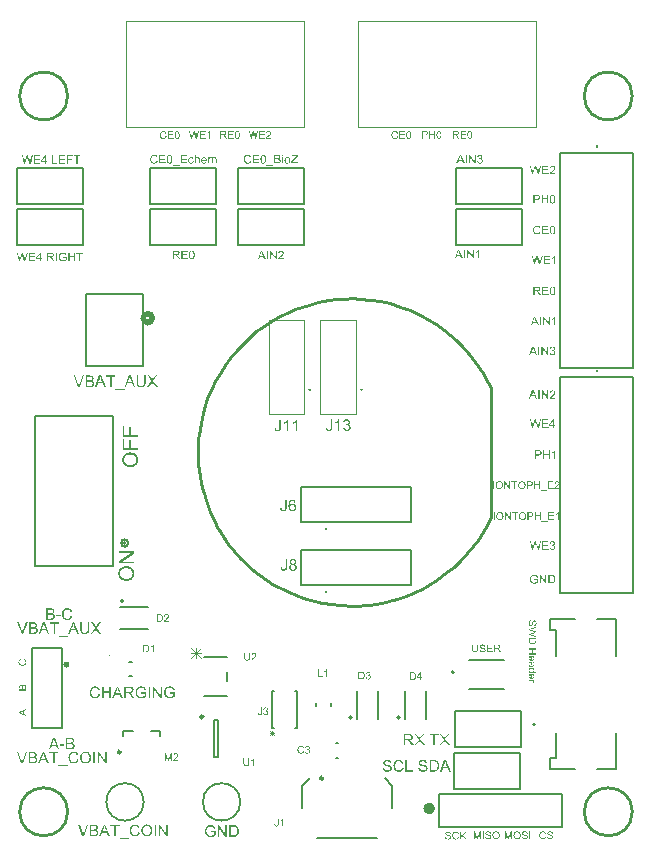
<source format=gto>
G04*
G04 #@! TF.GenerationSoftware,Altium Limited,Altium Designer,23.0.1 (38)*
G04*
G04 Layer_Color=65535*
%FSLAX25Y25*%
%MOIN*%
G70*
G04*
G04 #@! TF.SameCoordinates,E0BBA437-4333-49BD-AE1E-3590298AE75E*
G04*
G04*
G04 #@! TF.FilePolarity,Positive*
G04*
G01*
G75*
%ADD10C,0.00984*%
%ADD11C,0.00787*%
%ADD12C,0.00600*%
%ADD13C,0.01000*%
%ADD14C,0.02000*%
%ADD15C,0.00394*%
%ADD16C,0.00197*%
%ADD17C,0.00500*%
%ADD18C,0.00300*%
G36*
X41471Y6667D02*
X41521Y6662D01*
X41582Y6656D01*
X41643Y6651D01*
X41715Y6634D01*
X41865Y6601D01*
X42031Y6551D01*
X42115Y6517D01*
X42192Y6479D01*
X42270Y6429D01*
X42348Y6379D01*
X42353Y6373D01*
X42364Y6368D01*
X42387Y6351D01*
X42414Y6323D01*
X42442Y6295D01*
X42481Y6257D01*
X42520Y6212D01*
X42564Y6168D01*
X42609Y6112D01*
X42653Y6046D01*
X42703Y5979D01*
X42747Y5907D01*
X42786Y5824D01*
X42831Y5740D01*
X42864Y5652D01*
X42897Y5552D01*
X42398Y5435D01*
Y5441D01*
X42392Y5452D01*
X42381Y5474D01*
X42370Y5502D01*
X42359Y5535D01*
X42342Y5579D01*
X42298Y5668D01*
X42242Y5768D01*
X42176Y5868D01*
X42092Y5962D01*
X42004Y6046D01*
X41993Y6057D01*
X41959Y6079D01*
X41904Y6107D01*
X41832Y6146D01*
X41737Y6179D01*
X41632Y6212D01*
X41504Y6234D01*
X41365Y6240D01*
X41321D01*
X41293Y6234D01*
X41254D01*
X41210Y6229D01*
X41105Y6212D01*
X40988Y6190D01*
X40866Y6151D01*
X40738Y6096D01*
X40622Y6023D01*
X40616D01*
X40611Y6012D01*
X40572Y5985D01*
X40522Y5940D01*
X40461Y5874D01*
X40389Y5790D01*
X40322Y5696D01*
X40261Y5579D01*
X40205Y5452D01*
Y5446D01*
X40200Y5435D01*
X40194Y5418D01*
X40189Y5391D01*
X40178Y5358D01*
X40167Y5319D01*
X40150Y5224D01*
X40128Y5113D01*
X40106Y4991D01*
X40094Y4858D01*
X40089Y4714D01*
Y4708D01*
Y4691D01*
Y4664D01*
Y4630D01*
X40094Y4592D01*
Y4542D01*
X40100Y4486D01*
X40106Y4425D01*
X40122Y4292D01*
X40150Y4148D01*
X40183Y4003D01*
X40228Y3859D01*
Y3853D01*
X40233Y3842D01*
X40244Y3826D01*
X40255Y3798D01*
X40289Y3731D01*
X40339Y3654D01*
X40400Y3565D01*
X40477Y3471D01*
X40566Y3387D01*
X40672Y3309D01*
X40677D01*
X40688Y3304D01*
X40705Y3293D01*
X40727Y3282D01*
X40755Y3271D01*
X40788Y3254D01*
X40866Y3221D01*
X40966Y3187D01*
X41077Y3160D01*
X41199Y3137D01*
X41326Y3132D01*
X41365D01*
X41399Y3137D01*
X41438D01*
X41476Y3143D01*
X41576Y3165D01*
X41693Y3193D01*
X41809Y3237D01*
X41932Y3298D01*
X41993Y3332D01*
X42048Y3376D01*
X42054Y3382D01*
X42059Y3387D01*
X42076Y3404D01*
X42098Y3421D01*
X42120Y3448D01*
X42148Y3482D01*
X42181Y3515D01*
X42209Y3559D01*
X42242Y3609D01*
X42281Y3665D01*
X42314Y3720D01*
X42348Y3787D01*
X42375Y3859D01*
X42403Y3937D01*
X42431Y4020D01*
X42453Y4109D01*
X42964Y3981D01*
Y3976D01*
X42958Y3953D01*
X42947Y3920D01*
X42930Y3876D01*
X42914Y3826D01*
X42892Y3765D01*
X42864Y3698D01*
X42831Y3626D01*
X42753Y3471D01*
X42653Y3315D01*
X42592Y3237D01*
X42531Y3160D01*
X42464Y3093D01*
X42387Y3026D01*
X42381Y3021D01*
X42370Y3010D01*
X42342Y2999D01*
X42314Y2977D01*
X42270Y2949D01*
X42226Y2921D01*
X42165Y2893D01*
X42103Y2866D01*
X42031Y2832D01*
X41954Y2804D01*
X41870Y2777D01*
X41782Y2749D01*
X41687Y2727D01*
X41587Y2716D01*
X41482Y2705D01*
X41371Y2699D01*
X41310D01*
X41265Y2705D01*
X41216D01*
X41155Y2710D01*
X41088Y2721D01*
X41010Y2732D01*
X40849Y2760D01*
X40683Y2804D01*
X40516Y2866D01*
X40439Y2904D01*
X40361Y2949D01*
X40355Y2954D01*
X40344Y2960D01*
X40322Y2977D01*
X40300Y2999D01*
X40266Y3021D01*
X40228Y3054D01*
X40183Y3093D01*
X40139Y3137D01*
X40094Y3187D01*
X40045Y3237D01*
X39945Y3365D01*
X39850Y3515D01*
X39767Y3681D01*
Y3687D01*
X39756Y3703D01*
X39750Y3731D01*
X39734Y3765D01*
X39723Y3809D01*
X39706Y3864D01*
X39684Y3926D01*
X39667Y3992D01*
X39650Y4064D01*
X39628Y4148D01*
X39601Y4320D01*
X39578Y4514D01*
X39567Y4714D01*
Y4719D01*
Y4741D01*
Y4775D01*
X39573Y4814D01*
Y4869D01*
X39578Y4924D01*
X39584Y4997D01*
X39595Y5069D01*
X39623Y5230D01*
X39661Y5407D01*
X39717Y5585D01*
X39795Y5757D01*
X39800Y5763D01*
X39806Y5779D01*
X39817Y5801D01*
X39839Y5829D01*
X39861Y5868D01*
X39889Y5912D01*
X39961Y6012D01*
X40056Y6123D01*
X40167Y6234D01*
X40294Y6345D01*
X40444Y6440D01*
X40450Y6445D01*
X40466Y6451D01*
X40488Y6462D01*
X40516Y6479D01*
X40561Y6495D01*
X40605Y6512D01*
X40661Y6534D01*
X40722Y6556D01*
X40788Y6578D01*
X40860Y6601D01*
X41016Y6634D01*
X41193Y6662D01*
X41377Y6673D01*
X41432D01*
X41471Y6667D01*
D02*
G37*
G36*
X52277Y2766D02*
X51749D01*
X49740Y5779D01*
Y2766D01*
X49252D01*
Y6606D01*
X49774D01*
X51788Y3587D01*
Y6606D01*
X52277D01*
Y2766D01*
D02*
G37*
G36*
X24332Y2766D02*
X23800D01*
X22312Y6606D01*
X22867D01*
X23866Y3814D01*
Y3809D01*
X23872Y3798D01*
X23877Y3781D01*
X23888Y3759D01*
X23894Y3726D01*
X23905Y3692D01*
X23933Y3609D01*
X23966Y3515D01*
X23999Y3409D01*
X24066Y3187D01*
Y3193D01*
X24072Y3204D01*
X24077Y3221D01*
X24083Y3243D01*
X24099Y3304D01*
X24127Y3387D01*
X24155Y3482D01*
X24188Y3587D01*
X24227Y3698D01*
X24271Y3814D01*
X25315Y6606D01*
X25831D01*
X24332Y2766D01*
D02*
G37*
G36*
X48358D02*
X47848D01*
Y6606D01*
X48358D01*
Y2766D01*
D02*
G37*
G36*
X36204Y6151D02*
X34938D01*
Y2766D01*
X34428D01*
Y6151D01*
X33163D01*
Y6606D01*
X36204D01*
Y6151D01*
D02*
G37*
G36*
X33040Y2766D02*
X32463D01*
X32014Y3931D01*
X30404D01*
X29988Y2766D01*
X29449D01*
X30915Y6606D01*
X31470D01*
X33040Y2766D01*
D02*
G37*
G36*
X27818Y6601D02*
X27862D01*
X27962Y6589D01*
X28073Y6578D01*
X28190Y6556D01*
X28306Y6528D01*
X28412Y6490D01*
X28417D01*
X28423Y6484D01*
X28456Y6467D01*
X28506Y6440D01*
X28561Y6401D01*
X28628Y6351D01*
X28700Y6290D01*
X28767Y6212D01*
X28828Y6129D01*
X28833Y6118D01*
X28850Y6084D01*
X28878Y6040D01*
X28906Y5974D01*
X28933Y5896D01*
X28961Y5813D01*
X28978Y5718D01*
X28983Y5624D01*
Y5613D01*
Y5585D01*
X28978Y5535D01*
X28967Y5474D01*
X28950Y5402D01*
X28922Y5324D01*
X28889Y5246D01*
X28845Y5163D01*
X28839Y5152D01*
X28822Y5130D01*
X28789Y5085D01*
X28745Y5041D01*
X28689Y4986D01*
X28623Y4924D01*
X28539Y4869D01*
X28445Y4814D01*
X28451D01*
X28462Y4808D01*
X28478Y4803D01*
X28501Y4791D01*
X28567Y4769D01*
X28645Y4730D01*
X28728Y4680D01*
X28822Y4619D01*
X28906Y4547D01*
X28983Y4458D01*
X28989Y4447D01*
X29011Y4414D01*
X29044Y4364D01*
X29078Y4297D01*
X29111Y4209D01*
X29144Y4114D01*
X29166Y4003D01*
X29172Y3881D01*
Y3876D01*
Y3870D01*
Y3837D01*
X29166Y3781D01*
X29155Y3715D01*
X29144Y3637D01*
X29122Y3554D01*
X29094Y3465D01*
X29056Y3376D01*
X29050Y3365D01*
X29033Y3337D01*
X29011Y3298D01*
X28978Y3243D01*
X28933Y3187D01*
X28889Y3126D01*
X28833Y3065D01*
X28772Y3015D01*
X28767Y3010D01*
X28745Y2993D01*
X28706Y2971D01*
X28656Y2949D01*
X28595Y2915D01*
X28523Y2882D01*
X28445Y2854D01*
X28351Y2827D01*
X28339D01*
X28306Y2816D01*
X28251Y2810D01*
X28179Y2799D01*
X28090Y2788D01*
X27984Y2777D01*
X27868Y2771D01*
X27735Y2766D01*
X26269D01*
Y6606D01*
X27779D01*
X27818Y6601D01*
D02*
G37*
G36*
X45361Y6667D02*
X45411D01*
X45461Y6662D01*
X45528Y6651D01*
X45594Y6639D01*
X45739Y6612D01*
X45905Y6567D01*
X46066Y6501D01*
X46150Y6462D01*
X46233Y6418D01*
X46238Y6412D01*
X46249Y6406D01*
X46272Y6390D01*
X46305Y6373D01*
X46338Y6345D01*
X46383Y6312D01*
X46477Y6234D01*
X46577Y6134D01*
X46688Y6012D01*
X46793Y5868D01*
X46882Y5707D01*
Y5702D01*
X46893Y5685D01*
X46904Y5663D01*
X46915Y5629D01*
X46938Y5585D01*
X46954Y5535D01*
X46976Y5474D01*
X46999Y5407D01*
X47015Y5335D01*
X47038Y5257D01*
X47060Y5169D01*
X47076Y5080D01*
X47098Y4886D01*
X47110Y4675D01*
Y4669D01*
Y4647D01*
Y4619D01*
X47104Y4575D01*
Y4525D01*
X47098Y4464D01*
X47087Y4397D01*
X47082Y4325D01*
X47054Y4164D01*
X47010Y3987D01*
X46949Y3809D01*
X46915Y3720D01*
X46871Y3631D01*
Y3626D01*
X46860Y3609D01*
X46849Y3587D01*
X46827Y3554D01*
X46804Y3515D01*
X46777Y3476D01*
X46699Y3371D01*
X46605Y3260D01*
X46494Y3143D01*
X46360Y3032D01*
X46205Y2932D01*
X46199D01*
X46188Y2921D01*
X46161Y2910D01*
X46127Y2893D01*
X46088Y2877D01*
X46044Y2860D01*
X45989Y2838D01*
X45928Y2816D01*
X45861Y2793D01*
X45789Y2771D01*
X45628Y2738D01*
X45456Y2710D01*
X45273Y2699D01*
X45217D01*
X45184Y2705D01*
X45134D01*
X45078Y2716D01*
X45017Y2721D01*
X44945Y2732D01*
X44795Y2766D01*
X44634Y2810D01*
X44468Y2877D01*
X44385Y2915D01*
X44301Y2960D01*
X44296Y2965D01*
X44285Y2971D01*
X44262Y2988D01*
X44229Y3010D01*
X44196Y3032D01*
X44157Y3065D01*
X44063Y3148D01*
X43957Y3248D01*
X43846Y3371D01*
X43746Y3509D01*
X43652Y3670D01*
Y3676D01*
X43641Y3692D01*
X43630Y3715D01*
X43619Y3748D01*
X43602Y3792D01*
X43585Y3842D01*
X43563Y3898D01*
X43547Y3959D01*
X43524Y4031D01*
X43502Y4103D01*
X43469Y4270D01*
X43447Y4442D01*
X43435Y4630D01*
Y4636D01*
Y4642D01*
Y4675D01*
X43441Y4725D01*
Y4791D01*
X43452Y4869D01*
X43463Y4963D01*
X43480Y5069D01*
X43502Y5180D01*
X43524Y5296D01*
X43558Y5418D01*
X43602Y5541D01*
X43652Y5668D01*
X43707Y5790D01*
X43780Y5912D01*
X43857Y6023D01*
X43946Y6129D01*
X43952Y6134D01*
X43968Y6151D01*
X44002Y6179D01*
X44041Y6212D01*
X44090Y6257D01*
X44151Y6301D01*
X44224Y6351D01*
X44307Y6401D01*
X44396Y6451D01*
X44496Y6501D01*
X44607Y6545D01*
X44723Y6589D01*
X44851Y6623D01*
X44984Y6651D01*
X45123Y6667D01*
X45273Y6673D01*
X45322D01*
X45361Y6667D01*
D02*
G37*
G36*
X39356Y1700D02*
X36232D01*
Y2039D01*
X39356D01*
Y1700D01*
D02*
G37*
G36*
X18911Y78777D02*
X18961Y78771D01*
X19022Y78766D01*
X19083Y78760D01*
X19155Y78744D01*
X19305Y78710D01*
X19471Y78660D01*
X19555Y78627D01*
X19633Y78588D01*
X19710Y78538D01*
X19788Y78488D01*
X19793Y78483D01*
X19805Y78477D01*
X19827Y78461D01*
X19854Y78433D01*
X19882Y78405D01*
X19921Y78366D01*
X19960Y78322D01*
X20004Y78277D01*
X20049Y78222D01*
X20093Y78155D01*
X20143Y78089D01*
X20188Y78017D01*
X20226Y77933D01*
X20271Y77850D01*
X20304Y77761D01*
X20337Y77661D01*
X19838Y77545D01*
Y77550D01*
X19832Y77561D01*
X19821Y77584D01*
X19810Y77612D01*
X19799Y77645D01*
X19782Y77689D01*
X19738Y77778D01*
X19682Y77878D01*
X19616Y77978D01*
X19533Y78072D01*
X19444Y78155D01*
X19433Y78167D01*
X19399Y78189D01*
X19344Y78216D01*
X19272Y78255D01*
X19177Y78289D01*
X19072Y78322D01*
X18944Y78344D01*
X18805Y78350D01*
X18761D01*
X18733Y78344D01*
X18695D01*
X18650Y78338D01*
X18545Y78322D01*
X18428Y78300D01*
X18306Y78261D01*
X18178Y78205D01*
X18062Y78133D01*
X18056D01*
X18051Y78122D01*
X18012Y78094D01*
X17962Y78050D01*
X17901Y77983D01*
X17829Y77900D01*
X17762Y77806D01*
X17701Y77689D01*
X17646Y77561D01*
Y77556D01*
X17640Y77545D01*
X17635Y77528D01*
X17629Y77500D01*
X17618Y77467D01*
X17607Y77428D01*
X17590Y77334D01*
X17568Y77223D01*
X17546Y77101D01*
X17535Y76968D01*
X17529Y76823D01*
Y76818D01*
Y76801D01*
Y76773D01*
Y76740D01*
X17535Y76701D01*
Y76651D01*
X17540Y76596D01*
X17546Y76535D01*
X17562Y76402D01*
X17590Y76257D01*
X17623Y76113D01*
X17668Y75969D01*
Y75963D01*
X17673Y75952D01*
X17684Y75935D01*
X17695Y75908D01*
X17729Y75841D01*
X17779Y75763D01*
X17840Y75674D01*
X17918Y75580D01*
X18006Y75497D01*
X18112Y75419D01*
X18117D01*
X18128Y75414D01*
X18145Y75403D01*
X18167Y75392D01*
X18195Y75380D01*
X18228Y75364D01*
X18306Y75330D01*
X18406Y75297D01*
X18517Y75269D01*
X18639Y75247D01*
X18767Y75242D01*
X18805D01*
X18839Y75247D01*
X18878D01*
X18916Y75253D01*
X19016Y75275D01*
X19133Y75303D01*
X19250Y75347D01*
X19372Y75408D01*
X19433Y75441D01*
X19488Y75486D01*
X19494Y75491D01*
X19499Y75497D01*
X19516Y75514D01*
X19538Y75530D01*
X19560Y75558D01*
X19588Y75591D01*
X19621Y75625D01*
X19649Y75669D01*
X19682Y75719D01*
X19721Y75774D01*
X19755Y75830D01*
X19788Y75897D01*
X19816Y75969D01*
X19843Y76046D01*
X19871Y76130D01*
X19893Y76218D01*
X20404Y76091D01*
Y76085D01*
X20398Y76063D01*
X20387Y76030D01*
X20371Y75985D01*
X20354Y75935D01*
X20332Y75874D01*
X20304Y75808D01*
X20271Y75736D01*
X20193Y75580D01*
X20093Y75425D01*
X20032Y75347D01*
X19971Y75269D01*
X19904Y75203D01*
X19827Y75136D01*
X19821Y75131D01*
X19810Y75120D01*
X19782Y75108D01*
X19755Y75086D01*
X19710Y75059D01*
X19666Y75031D01*
X19605Y75003D01*
X19544Y74975D01*
X19471Y74942D01*
X19394Y74914D01*
X19311Y74886D01*
X19222Y74859D01*
X19127Y74836D01*
X19027Y74825D01*
X18922Y74814D01*
X18811Y74809D01*
X18750D01*
X18706Y74814D01*
X18656D01*
X18595Y74820D01*
X18528Y74831D01*
X18450Y74842D01*
X18289Y74870D01*
X18123Y74914D01*
X17956Y74975D01*
X17879Y75014D01*
X17801Y75059D01*
X17795Y75064D01*
X17784Y75070D01*
X17762Y75086D01*
X17740Y75108D01*
X17707Y75131D01*
X17668Y75164D01*
X17623Y75203D01*
X17579Y75247D01*
X17535Y75297D01*
X17485Y75347D01*
X17385Y75475D01*
X17290Y75625D01*
X17207Y75791D01*
Y75797D01*
X17196Y75813D01*
X17190Y75841D01*
X17174Y75874D01*
X17163Y75919D01*
X17146Y75974D01*
X17124Y76035D01*
X17107Y76102D01*
X17090Y76174D01*
X17068Y76257D01*
X17041Y76429D01*
X17018Y76624D01*
X17007Y76823D01*
Y76829D01*
Y76851D01*
Y76884D01*
X17013Y76923D01*
Y76979D01*
X17018Y77034D01*
X17024Y77106D01*
X17035Y77179D01*
X17063Y77340D01*
X17102Y77517D01*
X17157Y77695D01*
X17235Y77867D01*
X17240Y77872D01*
X17246Y77889D01*
X17257Y77911D01*
X17279Y77939D01*
X17301Y77978D01*
X17329Y78022D01*
X17401Y78122D01*
X17496Y78233D01*
X17607Y78344D01*
X17734Y78455D01*
X17884Y78549D01*
X17890Y78555D01*
X17906Y78561D01*
X17929Y78572D01*
X17956Y78588D01*
X18001Y78605D01*
X18045Y78622D01*
X18101Y78644D01*
X18162Y78666D01*
X18228Y78688D01*
X18301Y78710D01*
X18456Y78744D01*
X18633Y78771D01*
X18817Y78782D01*
X18872D01*
X18911Y78777D01*
D02*
G37*
G36*
X16580Y76030D02*
X15120D01*
Y76502D01*
X16580D01*
Y76030D01*
D02*
G37*
G36*
X13317Y78710D02*
X13361D01*
X13461Y78699D01*
X13572Y78688D01*
X13688Y78666D01*
X13805Y78638D01*
X13910Y78599D01*
X13916D01*
X13922Y78594D01*
X13955Y78577D01*
X14005Y78549D01*
X14060Y78511D01*
X14127Y78461D01*
X14199Y78400D01*
X14266Y78322D01*
X14327Y78239D01*
X14332Y78228D01*
X14349Y78194D01*
X14377Y78150D01*
X14404Y78083D01*
X14432Y78005D01*
X14460Y77922D01*
X14477Y77828D01*
X14482Y77734D01*
Y77723D01*
Y77695D01*
X14477Y77645D01*
X14465Y77584D01*
X14449Y77512D01*
X14421Y77434D01*
X14388Y77356D01*
X14343Y77273D01*
X14338Y77262D01*
X14321Y77240D01*
X14288Y77195D01*
X14243Y77151D01*
X14188Y77095D01*
X14121Y77034D01*
X14038Y76979D01*
X13944Y76923D01*
X13949D01*
X13960Y76918D01*
X13977Y76912D01*
X13999Y76901D01*
X14066Y76879D01*
X14143Y76840D01*
X14227Y76790D01*
X14321Y76729D01*
X14404Y76657D01*
X14482Y76568D01*
X14488Y76557D01*
X14510Y76524D01*
X14543Y76474D01*
X14576Y76407D01*
X14610Y76318D01*
X14643Y76224D01*
X14665Y76113D01*
X14671Y75991D01*
Y75985D01*
Y75980D01*
Y75946D01*
X14665Y75891D01*
X14654Y75824D01*
X14643Y75747D01*
X14621Y75663D01*
X14593Y75575D01*
X14554Y75486D01*
X14549Y75475D01*
X14532Y75447D01*
X14510Y75408D01*
X14477Y75353D01*
X14432Y75297D01*
X14388Y75236D01*
X14332Y75175D01*
X14271Y75125D01*
X14266Y75120D01*
X14243Y75103D01*
X14205Y75081D01*
X14155Y75059D01*
X14094Y75025D01*
X14021Y74992D01*
X13944Y74964D01*
X13849Y74936D01*
X13838D01*
X13805Y74925D01*
X13749Y74920D01*
X13677Y74909D01*
X13589Y74897D01*
X13483Y74886D01*
X13366Y74881D01*
X13233Y74875D01*
X11768D01*
Y78716D01*
X13278D01*
X13317Y78710D01*
D02*
G37*
G36*
X28635Y72215D02*
X30072Y70200D01*
X29445D01*
X28474Y71565D01*
X28468Y71571D01*
X28457Y71588D01*
X28446Y71610D01*
X28424Y71637D01*
X28374Y71715D01*
X28318Y71798D01*
X28313Y71793D01*
X28296Y71771D01*
X28274Y71737D01*
X28246Y71693D01*
X28185Y71604D01*
X28157Y71565D01*
X28135Y71532D01*
X27164Y70200D01*
X26553D01*
X28035Y72187D01*
X26725Y74041D01*
X27330D01*
X28030Y73053D01*
Y73047D01*
X28041Y73042D01*
X28052Y73025D01*
X28069Y73003D01*
X28102Y72947D01*
X28152Y72881D01*
X28202Y72803D01*
X28252Y72725D01*
X28296Y72653D01*
X28335Y72587D01*
X28340Y72598D01*
X28357Y72620D01*
X28385Y72664D01*
X28424Y72720D01*
X28468Y72781D01*
X28524Y72859D01*
X28579Y72936D01*
X28646Y73019D01*
X29412Y74041D01*
X29967D01*
X28635Y72215D01*
D02*
G37*
G36*
X4109Y70200D02*
X3576D01*
X2089Y74041D01*
X2644D01*
X3643Y71249D01*
Y71243D01*
X3648Y71232D01*
X3654Y71216D01*
X3665Y71193D01*
X3671Y71160D01*
X3682Y71127D01*
X3709Y71044D01*
X3743Y70949D01*
X3776Y70844D01*
X3843Y70622D01*
Y70627D01*
X3848Y70639D01*
X3854Y70655D01*
X3859Y70677D01*
X3876Y70738D01*
X3904Y70822D01*
X3932Y70916D01*
X3965Y71021D01*
X4004Y71132D01*
X4048Y71249D01*
X5091Y74041D01*
X5608D01*
X4109Y70200D01*
D02*
G37*
G36*
X26098Y71821D02*
Y71815D01*
Y71793D01*
Y71765D01*
Y71726D01*
X26093Y71676D01*
Y71621D01*
X26087Y71554D01*
X26081Y71488D01*
X26065Y71338D01*
X26043Y71182D01*
X26009Y71033D01*
X25987Y70960D01*
X25965Y70894D01*
Y70888D01*
X25959Y70877D01*
X25948Y70860D01*
X25937Y70838D01*
X25904Y70777D01*
X25854Y70700D01*
X25787Y70611D01*
X25710Y70522D01*
X25610Y70428D01*
X25488Y70344D01*
X25482D01*
X25471Y70333D01*
X25454Y70328D01*
X25427Y70311D01*
X25393Y70294D01*
X25349Y70278D01*
X25305Y70261D01*
X25249Y70239D01*
X25188Y70217D01*
X25121Y70200D01*
X25049Y70183D01*
X24966Y70167D01*
X24883Y70156D01*
X24794Y70144D01*
X24594Y70133D01*
X24544D01*
X24505Y70139D01*
X24461D01*
X24405Y70144D01*
X24344Y70150D01*
X24283Y70156D01*
X24145Y70178D01*
X23995Y70211D01*
X23851Y70256D01*
X23712Y70316D01*
X23706D01*
X23695Y70328D01*
X23678Y70339D01*
X23656Y70350D01*
X23595Y70394D01*
X23523Y70455D01*
X23440Y70533D01*
X23362Y70622D01*
X23284Y70733D01*
X23223Y70855D01*
Y70860D01*
X23218Y70872D01*
X23212Y70894D01*
X23201Y70921D01*
X23190Y70955D01*
X23179Y70999D01*
X23162Y71049D01*
X23151Y71110D01*
X23140Y71177D01*
X23123Y71249D01*
X23112Y71327D01*
X23101Y71410D01*
X23090Y71504D01*
X23085Y71604D01*
X23079Y71710D01*
Y71821D01*
Y74041D01*
X23590D01*
Y71821D01*
Y71815D01*
Y71798D01*
Y71771D01*
Y71737D01*
X23595Y71698D01*
Y71649D01*
X23601Y71543D01*
X23612Y71421D01*
X23629Y71299D01*
X23651Y71182D01*
X23662Y71132D01*
X23678Y71082D01*
X23684Y71071D01*
X23695Y71044D01*
X23723Y71005D01*
X23756Y70949D01*
X23795Y70894D01*
X23851Y70833D01*
X23917Y70772D01*
X23995Y70722D01*
X24006Y70716D01*
X24034Y70700D01*
X24083Y70683D01*
X24150Y70661D01*
X24228Y70633D01*
X24328Y70616D01*
X24433Y70600D01*
X24550Y70594D01*
X24605D01*
X24639Y70600D01*
X24689D01*
X24738Y70605D01*
X24861Y70627D01*
X24994Y70655D01*
X25121Y70700D01*
X25243Y70761D01*
X25299Y70799D01*
X25349Y70844D01*
X25354Y70849D01*
X25360Y70855D01*
X25371Y70872D01*
X25388Y70894D01*
X25404Y70927D01*
X25427Y70960D01*
X25449Y71010D01*
X25471Y71060D01*
X25493Y71121D01*
X25510Y71193D01*
X25532Y71277D01*
X25549Y71365D01*
X25565Y71465D01*
X25576Y71571D01*
X25588Y71693D01*
Y71821D01*
Y74041D01*
X26098D01*
Y71821D01*
D02*
G37*
G36*
X22663Y70200D02*
X22086D01*
X21636Y71365D01*
X20027D01*
X19610Y70200D01*
X19072D01*
X20537Y74041D01*
X21092D01*
X22663Y70200D01*
D02*
G37*
G36*
X15980Y73585D02*
X14715D01*
Y70200D01*
X14205D01*
Y73585D01*
X12939D01*
Y74041D01*
X15980D01*
Y73585D01*
D02*
G37*
G36*
X12817Y70200D02*
X12240D01*
X11790Y71365D01*
X10181D01*
X9764Y70200D01*
X9226D01*
X10691Y74041D01*
X11246D01*
X12817Y70200D01*
D02*
G37*
G36*
X7594Y74035D02*
X7639D01*
X7739Y74024D01*
X7850Y74013D01*
X7966Y73991D01*
X8083Y73963D01*
X8188Y73924D01*
X8194D01*
X8200Y73918D01*
X8233Y73902D01*
X8283Y73874D01*
X8338Y73835D01*
X8405Y73785D01*
X8477Y73724D01*
X8544Y73647D01*
X8605Y73563D01*
X8610Y73552D01*
X8627Y73519D01*
X8655Y73475D01*
X8682Y73408D01*
X8710Y73330D01*
X8738Y73247D01*
X8754Y73153D01*
X8760Y73058D01*
Y73047D01*
Y73019D01*
X8754Y72969D01*
X8743Y72908D01*
X8727Y72836D01*
X8699Y72759D01*
X8666Y72681D01*
X8621Y72598D01*
X8616Y72587D01*
X8599Y72564D01*
X8566Y72520D01*
X8521Y72475D01*
X8466Y72420D01*
X8399Y72359D01*
X8316Y72303D01*
X8222Y72248D01*
X8227D01*
X8238Y72242D01*
X8255Y72237D01*
X8277Y72226D01*
X8344Y72203D01*
X8422Y72165D01*
X8505Y72115D01*
X8599Y72054D01*
X8682Y71982D01*
X8760Y71893D01*
X8766Y71882D01*
X8788Y71848D01*
X8821Y71798D01*
X8854Y71732D01*
X8888Y71643D01*
X8921Y71549D01*
X8943Y71438D01*
X8949Y71315D01*
Y71310D01*
Y71304D01*
Y71271D01*
X8943Y71216D01*
X8932Y71149D01*
X8921Y71071D01*
X8899Y70988D01*
X8871Y70899D01*
X8832Y70811D01*
X8827Y70799D01*
X8810Y70772D01*
X8788Y70733D01*
X8754Y70677D01*
X8710Y70622D01*
X8666Y70561D01*
X8610Y70500D01*
X8549Y70450D01*
X8544Y70444D01*
X8521Y70428D01*
X8483Y70405D01*
X8433Y70383D01*
X8371Y70350D01*
X8299Y70316D01*
X8222Y70289D01*
X8127Y70261D01*
X8116D01*
X8083Y70250D01*
X8027Y70244D01*
X7955Y70233D01*
X7867Y70222D01*
X7761Y70211D01*
X7644Y70206D01*
X7511Y70200D01*
X6046D01*
Y74041D01*
X7556D01*
X7594Y74035D01*
D02*
G37*
G36*
X19133Y69134D02*
X16008D01*
Y69473D01*
X19133D01*
Y69134D01*
D02*
G37*
G36*
X66648Y6468D02*
X66693D01*
X66798Y6457D01*
X66914Y6441D01*
X67037Y6413D01*
X67170Y6379D01*
X67298Y6335D01*
X67303D01*
X67314Y6329D01*
X67331Y6324D01*
X67353Y6313D01*
X67414Y6279D01*
X67492Y6241D01*
X67575Y6185D01*
X67664Y6119D01*
X67747Y6047D01*
X67825Y5958D01*
X67836Y5946D01*
X67858Y5913D01*
X67891Y5863D01*
X67936Y5791D01*
X67980Y5702D01*
X68030Y5591D01*
X68080Y5469D01*
X68119Y5331D01*
X67658Y5208D01*
Y5214D01*
X67653Y5220D01*
X67647Y5236D01*
X67642Y5258D01*
X67625Y5308D01*
X67603Y5375D01*
X67569Y5453D01*
X67531Y5525D01*
X67492Y5602D01*
X67442Y5669D01*
X67436Y5675D01*
X67420Y5697D01*
X67386Y5725D01*
X67347Y5763D01*
X67298Y5808D01*
X67231Y5852D01*
X67159Y5897D01*
X67076Y5935D01*
X67064Y5941D01*
X67037Y5952D01*
X66987Y5969D01*
X66920Y5991D01*
X66842Y6008D01*
X66754Y6024D01*
X66654Y6035D01*
X66548Y6041D01*
X66487D01*
X66459Y6035D01*
X66426D01*
X66343Y6030D01*
X66249Y6013D01*
X66143Y5996D01*
X66043Y5969D01*
X65943Y5930D01*
X65932Y5924D01*
X65899Y5913D01*
X65854Y5886D01*
X65799Y5858D01*
X65732Y5813D01*
X65660Y5769D01*
X65594Y5714D01*
X65533Y5652D01*
X65527Y5647D01*
X65505Y5625D01*
X65477Y5586D01*
X65444Y5541D01*
X65405Y5486D01*
X65366Y5419D01*
X65327Y5347D01*
X65288Y5269D01*
Y5264D01*
X65283Y5253D01*
X65277Y5236D01*
X65266Y5208D01*
X65255Y5175D01*
X65244Y5136D01*
X65227Y5092D01*
X65216Y5042D01*
X65188Y4925D01*
X65166Y4792D01*
X65150Y4653D01*
X65144Y4498D01*
Y4493D01*
Y4476D01*
Y4448D01*
X65150Y4415D01*
Y4370D01*
X65155Y4315D01*
X65161Y4259D01*
X65166Y4198D01*
X65188Y4060D01*
X65216Y3915D01*
X65261Y3771D01*
X65316Y3632D01*
Y3627D01*
X65327Y3616D01*
X65333Y3599D01*
X65349Y3577D01*
X65388Y3516D01*
X65449Y3438D01*
X65522Y3355D01*
X65610Y3272D01*
X65716Y3194D01*
X65832Y3122D01*
X65838D01*
X65849Y3116D01*
X65865Y3105D01*
X65893Y3094D01*
X65921Y3083D01*
X65960Y3072D01*
X66049Y3038D01*
X66160Y3011D01*
X66282Y2983D01*
X66415Y2961D01*
X66554Y2955D01*
X66609D01*
X66643Y2961D01*
X66676D01*
X66759Y2972D01*
X66859Y2983D01*
X66964Y3005D01*
X67081Y3038D01*
X67198Y3077D01*
X67203D01*
X67214Y3083D01*
X67225Y3088D01*
X67247Y3099D01*
X67309Y3127D01*
X67375Y3161D01*
X67453Y3199D01*
X67536Y3244D01*
X67614Y3294D01*
X67680Y3349D01*
Y4071D01*
X66548D01*
Y4526D01*
X68180D01*
Y3099D01*
X68174Y3094D01*
X68163Y3088D01*
X68141Y3072D01*
X68113Y3049D01*
X68080Y3027D01*
X68041Y2999D01*
X67991Y2966D01*
X67941Y2933D01*
X67825Y2861D01*
X67691Y2783D01*
X67553Y2711D01*
X67403Y2650D01*
X67397D01*
X67386Y2644D01*
X67364Y2639D01*
X67336Y2628D01*
X67298Y2617D01*
X67253Y2600D01*
X67203Y2589D01*
X67153Y2578D01*
X67031Y2550D01*
X66892Y2522D01*
X66742Y2506D01*
X66587Y2500D01*
X66532D01*
X66493Y2506D01*
X66443D01*
X66382Y2511D01*
X66315Y2522D01*
X66243Y2528D01*
X66082Y2561D01*
X65910Y2600D01*
X65732Y2661D01*
X65644Y2694D01*
X65555Y2739D01*
X65549Y2744D01*
X65533Y2750D01*
X65510Y2766D01*
X65477Y2783D01*
X65438Y2811D01*
X65399Y2839D01*
X65294Y2916D01*
X65183Y3016D01*
X65066Y3138D01*
X64955Y3277D01*
X64855Y3438D01*
Y3444D01*
X64844Y3460D01*
X64833Y3482D01*
X64817Y3521D01*
X64800Y3560D01*
X64783Y3616D01*
X64761Y3671D01*
X64739Y3738D01*
X64717Y3810D01*
X64694Y3893D01*
X64678Y3976D01*
X64661Y4065D01*
X64634Y4259D01*
X64622Y4465D01*
Y4470D01*
Y4493D01*
Y4520D01*
X64628Y4559D01*
Y4609D01*
X64634Y4670D01*
X64645Y4731D01*
X64650Y4803D01*
X64667Y4881D01*
X64678Y4964D01*
X64722Y5142D01*
X64778Y5325D01*
X64855Y5508D01*
X64861Y5514D01*
X64867Y5530D01*
X64878Y5553D01*
X64900Y5586D01*
X64922Y5630D01*
X64950Y5675D01*
X65027Y5780D01*
X65122Y5902D01*
X65238Y6019D01*
X65372Y6135D01*
X65449Y6185D01*
X65527Y6235D01*
X65533Y6241D01*
X65549Y6246D01*
X65571Y6257D01*
X65605Y6274D01*
X65649Y6291D01*
X65699Y6313D01*
X65754Y6335D01*
X65821Y6357D01*
X65893Y6379D01*
X65971Y6396D01*
X66054Y6418D01*
X66143Y6435D01*
X66337Y6463D01*
X66437Y6474D01*
X66615D01*
X66648Y6468D01*
D02*
G37*
G36*
X71948Y2567D02*
X71421D01*
X69412Y5580D01*
Y2567D01*
X68924D01*
Y6407D01*
X69445D01*
X71460Y3388D01*
Y6407D01*
X71948D01*
Y2567D01*
D02*
G37*
G36*
X74379Y6402D02*
X74490Y6396D01*
X74601Y6385D01*
X74712Y6368D01*
X74807Y6352D01*
X74812D01*
X74823Y6346D01*
X74840D01*
X74862Y6335D01*
X74923Y6318D01*
X75001Y6291D01*
X75090Y6252D01*
X75184Y6202D01*
X75278Y6146D01*
X75367Y6074D01*
X75373Y6069D01*
X75378Y6063D01*
X75395Y6047D01*
X75417Y6030D01*
X75473Y5974D01*
X75539Y5897D01*
X75611Y5802D01*
X75689Y5691D01*
X75761Y5564D01*
X75822Y5419D01*
Y5414D01*
X75828Y5403D01*
X75839Y5380D01*
X75844Y5347D01*
X75861Y5308D01*
X75872Y5264D01*
X75883Y5214D01*
X75900Y5153D01*
X75917Y5092D01*
X75928Y5020D01*
X75955Y4864D01*
X75972Y4692D01*
X75978Y4504D01*
Y4498D01*
Y4487D01*
Y4459D01*
Y4431D01*
X75972Y4392D01*
Y4348D01*
X75967Y4243D01*
X75950Y4121D01*
X75933Y3993D01*
X75906Y3860D01*
X75872Y3727D01*
Y3721D01*
X75867Y3710D01*
X75861Y3693D01*
X75856Y3671D01*
X75833Y3610D01*
X75800Y3532D01*
X75767Y3444D01*
X75722Y3355D01*
X75667Y3260D01*
X75611Y3171D01*
X75606Y3161D01*
X75584Y3133D01*
X75550Y3094D01*
X75506Y3044D01*
X75456Y2988D01*
X75395Y2933D01*
X75334Y2872D01*
X75262Y2822D01*
X75251Y2816D01*
X75228Y2800D01*
X75190Y2778D01*
X75134Y2750D01*
X75067Y2716D01*
X74990Y2689D01*
X74901Y2655D01*
X74801Y2628D01*
X74790D01*
X74773Y2622D01*
X74757Y2617D01*
X74701Y2611D01*
X74624Y2600D01*
X74535Y2589D01*
X74429Y2578D01*
X74313Y2572D01*
X74185Y2567D01*
X72803D01*
Y6407D01*
X74279D01*
X74379Y6402D01*
D02*
G37*
G36*
X17777Y32895D02*
X16317D01*
Y33367D01*
X17777D01*
Y32895D01*
D02*
G37*
G36*
X19880Y35576D02*
X19925D01*
X20025Y35565D01*
X20136Y35554D01*
X20252Y35532D01*
X20369Y35504D01*
X20474Y35465D01*
X20480D01*
X20485Y35459D01*
X20519Y35443D01*
X20569Y35415D01*
X20624Y35376D01*
X20691Y35326D01*
X20763Y35265D01*
X20829Y35188D01*
X20890Y35104D01*
X20896Y35093D01*
X20913Y35060D01*
X20940Y35015D01*
X20968Y34949D01*
X20996Y34871D01*
X21024Y34788D01*
X21040Y34694D01*
X21046Y34599D01*
Y34588D01*
Y34560D01*
X21040Y34510D01*
X21029Y34449D01*
X21012Y34377D01*
X20985Y34299D01*
X20952Y34222D01*
X20907Y34139D01*
X20902Y34127D01*
X20885Y34105D01*
X20852Y34061D01*
X20807Y34016D01*
X20752Y33961D01*
X20685Y33900D01*
X20602Y33844D01*
X20507Y33789D01*
X20513D01*
X20524Y33783D01*
X20541Y33778D01*
X20563Y33767D01*
X20630Y33744D01*
X20707Y33706D01*
X20790Y33656D01*
X20885Y33595D01*
X20968Y33522D01*
X21046Y33434D01*
X21051Y33423D01*
X21074Y33389D01*
X21107Y33339D01*
X21140Y33273D01*
X21173Y33184D01*
X21207Y33090D01*
X21229Y32979D01*
X21235Y32857D01*
Y32851D01*
Y32845D01*
Y32812D01*
X21229Y32757D01*
X21218Y32690D01*
X21207Y32612D01*
X21185Y32529D01*
X21157Y32440D01*
X21118Y32351D01*
X21113Y32340D01*
X21096Y32313D01*
X21074Y32274D01*
X21040Y32218D01*
X20996Y32163D01*
X20952Y32102D01*
X20896Y32041D01*
X20835Y31991D01*
X20829Y31985D01*
X20807Y31969D01*
X20768Y31946D01*
X20718Y31924D01*
X20657Y31891D01*
X20585Y31857D01*
X20507Y31830D01*
X20413Y31802D01*
X20402D01*
X20369Y31791D01*
X20313Y31785D01*
X20241Y31774D01*
X20152Y31763D01*
X20047Y31752D01*
X19930Y31747D01*
X19797Y31741D01*
X18332D01*
Y35581D01*
X19841D01*
X19880Y35576D01*
D02*
G37*
G36*
X16156Y31741D02*
X15579D01*
X15130Y32906D01*
X13520D01*
X13104Y31741D01*
X12565D01*
X14031Y35581D01*
X14586D01*
X16156Y31741D01*
D02*
G37*
G36*
X21071Y30967D02*
X21121Y30962D01*
X21182Y30956D01*
X21243Y30951D01*
X21315Y30934D01*
X21465Y30901D01*
X21631Y30851D01*
X21715Y30817D01*
X21792Y30779D01*
X21870Y30729D01*
X21948Y30679D01*
X21953Y30673D01*
X21964Y30667D01*
X21987Y30651D01*
X22014Y30623D01*
X22042Y30595D01*
X22081Y30556D01*
X22120Y30512D01*
X22164Y30468D01*
X22209Y30412D01*
X22253Y30346D01*
X22303Y30279D01*
X22347Y30207D01*
X22386Y30124D01*
X22431Y30040D01*
X22464Y29952D01*
X22497Y29852D01*
X21998Y29735D01*
Y29741D01*
X21992Y29752D01*
X21981Y29774D01*
X21970Y29802D01*
X21959Y29835D01*
X21942Y29880D01*
X21898Y29968D01*
X21842Y30068D01*
X21776Y30168D01*
X21692Y30262D01*
X21604Y30346D01*
X21592Y30357D01*
X21559Y30379D01*
X21504Y30407D01*
X21432Y30446D01*
X21337Y30479D01*
X21232Y30512D01*
X21104Y30534D01*
X20965Y30540D01*
X20921D01*
X20893Y30534D01*
X20854D01*
X20810Y30529D01*
X20705Y30512D01*
X20588Y30490D01*
X20466Y30451D01*
X20338Y30396D01*
X20222Y30323D01*
X20216D01*
X20211Y30312D01*
X20172Y30285D01*
X20122Y30240D01*
X20061Y30174D01*
X19989Y30090D01*
X19922Y29996D01*
X19861Y29880D01*
X19805Y29752D01*
Y29746D01*
X19800Y29735D01*
X19794Y29719D01*
X19789Y29691D01*
X19778Y29658D01*
X19767Y29619D01*
X19750Y29524D01*
X19728Y29413D01*
X19705Y29291D01*
X19694Y29158D01*
X19689Y29014D01*
Y29008D01*
Y28991D01*
Y28964D01*
Y28930D01*
X19694Y28892D01*
Y28842D01*
X19700Y28786D01*
X19705Y28725D01*
X19722Y28592D01*
X19750Y28448D01*
X19783Y28303D01*
X19828Y28159D01*
Y28153D01*
X19833Y28142D01*
X19844Y28126D01*
X19855Y28098D01*
X19889Y28031D01*
X19939Y27954D01*
X20000Y27865D01*
X20077Y27770D01*
X20166Y27687D01*
X20272Y27610D01*
X20277D01*
X20288Y27604D01*
X20305Y27593D01*
X20327Y27582D01*
X20355Y27571D01*
X20388Y27554D01*
X20466Y27521D01*
X20566Y27487D01*
X20677Y27460D01*
X20799Y27437D01*
X20926Y27432D01*
X20965D01*
X20999Y27437D01*
X21037D01*
X21076Y27443D01*
X21176Y27465D01*
X21293Y27493D01*
X21409Y27537D01*
X21531Y27598D01*
X21592Y27632D01*
X21648Y27676D01*
X21654Y27682D01*
X21659Y27687D01*
X21676Y27704D01*
X21698Y27720D01*
X21720Y27748D01*
X21748Y27782D01*
X21781Y27815D01*
X21809Y27859D01*
X21842Y27909D01*
X21881Y27965D01*
X21914Y28020D01*
X21948Y28087D01*
X21975Y28159D01*
X22003Y28237D01*
X22031Y28320D01*
X22053Y28409D01*
X22564Y28281D01*
Y28275D01*
X22558Y28253D01*
X22547Y28220D01*
X22531Y28176D01*
X22514Y28126D01*
X22492Y28065D01*
X22464Y27998D01*
X22431Y27926D01*
X22353Y27770D01*
X22253Y27615D01*
X22192Y27537D01*
X22131Y27460D01*
X22064Y27393D01*
X21987Y27326D01*
X21981Y27321D01*
X21970Y27310D01*
X21942Y27299D01*
X21914Y27277D01*
X21870Y27249D01*
X21826Y27221D01*
X21765Y27193D01*
X21703Y27165D01*
X21631Y27132D01*
X21554Y27104D01*
X21470Y27077D01*
X21382Y27049D01*
X21287Y27027D01*
X21187Y27016D01*
X21082Y27005D01*
X20971Y26999D01*
X20910D01*
X20865Y27005D01*
X20816D01*
X20754Y27010D01*
X20688Y27021D01*
X20610Y27032D01*
X20449Y27060D01*
X20283Y27104D01*
X20116Y27165D01*
X20039Y27204D01*
X19961Y27249D01*
X19955Y27254D01*
X19944Y27260D01*
X19922Y27277D01*
X19900Y27299D01*
X19866Y27321D01*
X19828Y27354D01*
X19783Y27393D01*
X19739Y27437D01*
X19694Y27487D01*
X19645Y27537D01*
X19545Y27665D01*
X19450Y27815D01*
X19367Y27981D01*
Y27987D01*
X19356Y28004D01*
X19350Y28031D01*
X19334Y28065D01*
X19323Y28109D01*
X19306Y28164D01*
X19284Y28225D01*
X19267Y28292D01*
X19250Y28364D01*
X19228Y28448D01*
X19200Y28620D01*
X19178Y28814D01*
X19167Y29014D01*
Y29019D01*
Y29041D01*
Y29075D01*
X19173Y29114D01*
Y29169D01*
X19178Y29225D01*
X19184Y29297D01*
X19195Y29369D01*
X19223Y29530D01*
X19262Y29707D01*
X19317Y29885D01*
X19395Y30057D01*
X19400Y30063D01*
X19406Y30079D01*
X19417Y30101D01*
X19439Y30129D01*
X19461Y30168D01*
X19489Y30213D01*
X19561Y30312D01*
X19656Y30423D01*
X19767Y30534D01*
X19894Y30645D01*
X20044Y30740D01*
X20050Y30745D01*
X20066Y30751D01*
X20088Y30762D01*
X20116Y30779D01*
X20161Y30795D01*
X20205Y30812D01*
X20260Y30834D01*
X20322Y30856D01*
X20388Y30878D01*
X20460Y30901D01*
X20616Y30934D01*
X20793Y30962D01*
X20977Y30973D01*
X21032D01*
X21071Y30967D01*
D02*
G37*
G36*
X31877Y27066D02*
X31349D01*
X29340Y30079D01*
Y27066D01*
X28852D01*
Y30906D01*
X29374D01*
X31388Y27887D01*
Y30906D01*
X31877D01*
Y27066D01*
D02*
G37*
G36*
X3932Y27066D02*
X3400D01*
X1912Y30906D01*
X2467D01*
X3466Y28115D01*
Y28109D01*
X3472Y28098D01*
X3477Y28081D01*
X3488Y28059D01*
X3494Y28026D01*
X3505Y27992D01*
X3533Y27909D01*
X3566Y27815D01*
X3599Y27709D01*
X3666Y27487D01*
Y27493D01*
X3672Y27504D01*
X3677Y27521D01*
X3683Y27543D01*
X3699Y27604D01*
X3727Y27687D01*
X3755Y27782D01*
X3788Y27887D01*
X3827Y27998D01*
X3871Y28115D01*
X4915Y30906D01*
X5431D01*
X3932Y27066D01*
D02*
G37*
G36*
X27958D02*
X27448D01*
Y30906D01*
X27958D01*
Y27066D01*
D02*
G37*
G36*
X15804Y30451D02*
X14538D01*
Y27066D01*
X14028D01*
Y30451D01*
X12763D01*
Y30906D01*
X15804D01*
Y30451D01*
D02*
G37*
G36*
X12640Y27066D02*
X12063D01*
X11614Y28231D01*
X10004D01*
X9588Y27066D01*
X9049D01*
X10515Y30906D01*
X11070D01*
X12640Y27066D01*
D02*
G37*
G36*
X7418Y30901D02*
X7462D01*
X7562Y30890D01*
X7673Y30878D01*
X7790Y30856D01*
X7906Y30828D01*
X8012Y30790D01*
X8017D01*
X8023Y30784D01*
X8056Y30768D01*
X8106Y30740D01*
X8162Y30701D01*
X8228Y30651D01*
X8300Y30590D01*
X8367Y30512D01*
X8428Y30429D01*
X8433Y30418D01*
X8450Y30384D01*
X8478Y30340D01*
X8506Y30274D01*
X8533Y30196D01*
X8561Y30112D01*
X8578Y30018D01*
X8583Y29924D01*
Y29913D01*
Y29885D01*
X8578Y29835D01*
X8567Y29774D01*
X8550Y29702D01*
X8522Y29624D01*
X8489Y29546D01*
X8445Y29463D01*
X8439Y29452D01*
X8422Y29430D01*
X8389Y29386D01*
X8345Y29341D01*
X8289Y29286D01*
X8223Y29225D01*
X8139Y29169D01*
X8045Y29114D01*
X8050D01*
X8062Y29108D01*
X8078Y29102D01*
X8100Y29091D01*
X8167Y29069D01*
X8245Y29030D01*
X8328Y28980D01*
X8422Y28919D01*
X8506Y28847D01*
X8583Y28758D01*
X8589Y28747D01*
X8611Y28714D01*
X8644Y28664D01*
X8678Y28597D01*
X8711Y28509D01*
X8744Y28414D01*
X8766Y28303D01*
X8772Y28181D01*
Y28176D01*
Y28170D01*
Y28137D01*
X8766Y28081D01*
X8755Y28015D01*
X8744Y27937D01*
X8722Y27854D01*
X8694Y27765D01*
X8655Y27676D01*
X8650Y27665D01*
X8633Y27637D01*
X8611Y27598D01*
X8578Y27543D01*
X8533Y27487D01*
X8489Y27426D01*
X8433Y27365D01*
X8372Y27315D01*
X8367Y27310D01*
X8345Y27293D01*
X8306Y27271D01*
X8256Y27249D01*
X8195Y27215D01*
X8123Y27182D01*
X8045Y27154D01*
X7951Y27127D01*
X7940D01*
X7906Y27116D01*
X7851Y27110D01*
X7779Y27099D01*
X7690Y27088D01*
X7584Y27077D01*
X7468Y27071D01*
X7335Y27066D01*
X5869D01*
Y30906D01*
X7379D01*
X7418Y30901D01*
D02*
G37*
G36*
X24961Y30967D02*
X25011D01*
X25061Y30962D01*
X25128Y30951D01*
X25194Y30939D01*
X25339Y30912D01*
X25505Y30867D01*
X25666Y30801D01*
X25749Y30762D01*
X25833Y30718D01*
X25838Y30712D01*
X25849Y30706D01*
X25872Y30690D01*
X25905Y30673D01*
X25938Y30645D01*
X25983Y30612D01*
X26077Y30534D01*
X26177Y30434D01*
X26288Y30312D01*
X26393Y30168D01*
X26482Y30007D01*
Y30002D01*
X26493Y29985D01*
X26504Y29963D01*
X26515Y29929D01*
X26538Y29885D01*
X26554Y29835D01*
X26576Y29774D01*
X26599Y29707D01*
X26615Y29635D01*
X26638Y29557D01*
X26660Y29469D01*
X26676Y29380D01*
X26698Y29186D01*
X26710Y28975D01*
Y28969D01*
Y28947D01*
Y28919D01*
X26704Y28875D01*
Y28825D01*
X26698Y28764D01*
X26687Y28697D01*
X26682Y28625D01*
X26654Y28464D01*
X26610Y28287D01*
X26549Y28109D01*
X26515Y28020D01*
X26471Y27931D01*
Y27926D01*
X26460Y27909D01*
X26449Y27887D01*
X26427Y27854D01*
X26404Y27815D01*
X26377Y27776D01*
X26299Y27670D01*
X26205Y27560D01*
X26094Y27443D01*
X25960Y27332D01*
X25805Y27232D01*
X25799D01*
X25788Y27221D01*
X25761Y27210D01*
X25727Y27193D01*
X25688Y27177D01*
X25644Y27160D01*
X25589Y27138D01*
X25528Y27116D01*
X25461Y27093D01*
X25389Y27071D01*
X25228Y27038D01*
X25056Y27010D01*
X24873Y26999D01*
X24817D01*
X24784Y27005D01*
X24734D01*
X24678Y27016D01*
X24617Y27021D01*
X24545Y27032D01*
X24395Y27066D01*
X24234Y27110D01*
X24068Y27177D01*
X23985Y27215D01*
X23901Y27260D01*
X23896Y27265D01*
X23885Y27271D01*
X23863Y27288D01*
X23829Y27310D01*
X23796Y27332D01*
X23757Y27365D01*
X23663Y27449D01*
X23557Y27549D01*
X23446Y27670D01*
X23346Y27809D01*
X23252Y27970D01*
Y27976D01*
X23241Y27992D01*
X23230Y28015D01*
X23219Y28048D01*
X23202Y28092D01*
X23185Y28142D01*
X23163Y28198D01*
X23146Y28259D01*
X23124Y28331D01*
X23102Y28403D01*
X23069Y28570D01*
X23047Y28742D01*
X23035Y28930D01*
Y28936D01*
Y28942D01*
Y28975D01*
X23041Y29025D01*
Y29091D01*
X23052Y29169D01*
X23063Y29263D01*
X23080Y29369D01*
X23102Y29480D01*
X23124Y29596D01*
X23158Y29719D01*
X23202Y29841D01*
X23252Y29968D01*
X23307Y30090D01*
X23380Y30213D01*
X23457Y30323D01*
X23546Y30429D01*
X23552Y30434D01*
X23568Y30451D01*
X23602Y30479D01*
X23641Y30512D01*
X23690Y30556D01*
X23752Y30601D01*
X23824Y30651D01*
X23907Y30701D01*
X23996Y30751D01*
X24096Y30801D01*
X24207Y30845D01*
X24323Y30890D01*
X24451Y30923D01*
X24584Y30951D01*
X24723Y30967D01*
X24873Y30973D01*
X24923D01*
X24961Y30967D01*
D02*
G37*
G36*
X18956Y26000D02*
X15832D01*
Y26338D01*
X18956D01*
Y26000D01*
D02*
G37*
G36*
X179123Y148493D02*
X178728D01*
X177222Y150752D01*
Y148493D01*
X176856D01*
Y151372D01*
X177247D01*
X178757Y149109D01*
Y151372D01*
X179123D01*
Y148493D01*
D02*
G37*
G36*
X180641Y151380D02*
X180675Y151376D01*
X180716Y151372D01*
X180762Y151364D01*
X180808Y151355D01*
X180916Y151326D01*
X181024Y151285D01*
X181078Y151260D01*
X181132Y151231D01*
X181182Y151193D01*
X181228Y151152D01*
X181232Y151147D01*
X181240Y151143D01*
X181249Y151127D01*
X181265Y151110D01*
X181286Y151089D01*
X181307Y151060D01*
X181328Y151031D01*
X181353Y150993D01*
X181394Y150914D01*
X181436Y150815D01*
X181453Y150765D01*
X181461Y150706D01*
X181469Y150648D01*
X181473Y150586D01*
Y150577D01*
Y150557D01*
X181469Y150523D01*
X181465Y150478D01*
X181457Y150428D01*
X181440Y150369D01*
X181423Y150307D01*
X181398Y150245D01*
X181394Y150236D01*
X181386Y150215D01*
X181369Y150182D01*
X181344Y150136D01*
X181311Y150087D01*
X181270Y150024D01*
X181220Y149962D01*
X181161Y149891D01*
X181153Y149883D01*
X181132Y149858D01*
X181111Y149837D01*
X181091Y149816D01*
X181066Y149791D01*
X181032Y149758D01*
X180999Y149725D01*
X180957Y149687D01*
X180916Y149646D01*
X180866Y149600D01*
X180812Y149554D01*
X180754Y149500D01*
X180687Y149446D01*
X180621Y149388D01*
X180616Y149383D01*
X180608Y149375D01*
X180591Y149363D01*
X180571Y149346D01*
X180546Y149321D01*
X180517Y149296D01*
X180450Y149242D01*
X180379Y149180D01*
X180313Y149117D01*
X180254Y149063D01*
X180229Y149042D01*
X180209Y149022D01*
X180204Y149017D01*
X180192Y149005D01*
X180175Y148988D01*
X180155Y148963D01*
X180134Y148934D01*
X180109Y148905D01*
X180059Y148834D01*
X181477D01*
Y148493D01*
X179568D01*
Y148497D01*
Y148514D01*
Y148539D01*
X179572Y148572D01*
X179576Y148610D01*
X179585Y148651D01*
X179593Y148693D01*
X179610Y148739D01*
Y148743D01*
X179614Y148747D01*
X179622Y148772D01*
X179639Y148809D01*
X179664Y148859D01*
X179697Y148918D01*
X179739Y148984D01*
X179784Y149051D01*
X179843Y149121D01*
Y149126D01*
X179851Y149130D01*
X179872Y149155D01*
X179909Y149192D01*
X179963Y149246D01*
X180026Y149309D01*
X180105Y149383D01*
X180200Y149467D01*
X180304Y149554D01*
X180308Y149558D01*
X180325Y149571D01*
X180350Y149592D01*
X180379Y149617D01*
X180417Y149650D01*
X180462Y149687D01*
X180508Y149729D01*
X180562Y149775D01*
X180666Y149874D01*
X180770Y149974D01*
X180820Y150024D01*
X180866Y150074D01*
X180908Y150120D01*
X180941Y150166D01*
Y150170D01*
X180949Y150174D01*
X180957Y150186D01*
X180966Y150203D01*
X180995Y150249D01*
X181028Y150303D01*
X181057Y150369D01*
X181086Y150440D01*
X181103Y150519D01*
X181111Y150594D01*
Y150598D01*
Y150602D01*
X181107Y150627D01*
X181103Y150669D01*
X181091Y150715D01*
X181074Y150773D01*
X181045Y150831D01*
X181007Y150889D01*
X180957Y150948D01*
X180949Y150956D01*
X180928Y150973D01*
X180899Y150993D01*
X180853Y151023D01*
X180795Y151048D01*
X180729Y151073D01*
X180650Y151089D01*
X180562Y151093D01*
X180537D01*
X180521Y151089D01*
X180471Y151085D01*
X180412Y151073D01*
X180350Y151056D01*
X180279Y151027D01*
X180213Y150989D01*
X180150Y150939D01*
X180142Y150931D01*
X180125Y150910D01*
X180101Y150877D01*
X180076Y150827D01*
X180046Y150769D01*
X180022Y150694D01*
X180005Y150611D01*
X179997Y150515D01*
X179635Y150552D01*
Y150557D01*
X179639Y150569D01*
Y150590D01*
X179643Y150619D01*
X179651Y150652D01*
X179660Y150690D01*
X179672Y150735D01*
X179684Y150781D01*
X179718Y150881D01*
X179768Y150981D01*
X179797Y151031D01*
X179834Y151081D01*
X179872Y151127D01*
X179913Y151168D01*
X179918Y151172D01*
X179926Y151177D01*
X179938Y151189D01*
X179959Y151201D01*
X179984Y151218D01*
X180013Y151235D01*
X180046Y151256D01*
X180088Y151276D01*
X180134Y151297D01*
X180184Y151318D01*
X180238Y151335D01*
X180296Y151351D01*
X180358Y151364D01*
X180425Y151376D01*
X180496Y151380D01*
X180571Y151384D01*
X180612D01*
X180641Y151380D01*
D02*
G37*
G36*
X176186Y148493D02*
X175803D01*
Y151372D01*
X176186D01*
Y148493D01*
D02*
G37*
G36*
X175433D02*
X175000D01*
X174663Y149367D01*
X173457D01*
X173145Y148493D01*
X172741D01*
X173840Y151372D01*
X174256D01*
X175433Y148493D01*
D02*
G37*
G36*
X175916Y138793D02*
X175541D01*
X174938Y140986D01*
Y140990D01*
X174934Y140998D01*
X174930Y141011D01*
X174925Y141031D01*
X174913Y141077D01*
X174900Y141131D01*
X174884Y141189D01*
X174867Y141244D01*
X174855Y141289D01*
X174851Y141310D01*
X174846Y141323D01*
Y141318D01*
X174842Y141314D01*
X174838Y141289D01*
X174830Y141252D01*
X174817Y141206D01*
X174805Y141156D01*
X174788Y141098D01*
X174776Y141040D01*
X174759Y140986D01*
X174152Y138793D01*
X173752D01*
X172999Y141672D01*
X173395D01*
X173823Y139783D01*
Y139779D01*
X173827Y139771D01*
X173831Y139754D01*
X173836Y139733D01*
X173840Y139704D01*
X173848Y139675D01*
X173856Y139638D01*
X173865Y139596D01*
X173886Y139509D01*
X173906Y139409D01*
X173927Y139301D01*
X173948Y139193D01*
Y139197D01*
X173952Y139213D01*
X173960Y139234D01*
X173965Y139268D01*
X173973Y139301D01*
X173985Y139342D01*
X174006Y139434D01*
X174031Y139525D01*
X174039Y139571D01*
X174052Y139613D01*
X174060Y139650D01*
X174068Y139683D01*
X174077Y139708D01*
X174081Y139725D01*
X174626Y141672D01*
X175088D01*
X175495Y140212D01*
Y140208D01*
X175504Y140187D01*
X175512Y140158D01*
X175520Y140120D01*
X175533Y140070D01*
X175549Y140016D01*
X175566Y139954D01*
X175583Y139883D01*
X175604Y139804D01*
X175620Y139725D01*
X175658Y139555D01*
X175695Y139376D01*
X175724Y139193D01*
Y139197D01*
X175728Y139205D01*
Y139222D01*
X175737Y139243D01*
X175741Y139268D01*
X175749Y139297D01*
X175753Y139334D01*
X175766Y139376D01*
X175787Y139467D01*
X175812Y139575D01*
X175837Y139692D01*
X175870Y139821D01*
X176319Y141672D01*
X176706D01*
X175916Y138793D01*
D02*
G37*
G36*
X181086Y139808D02*
X181477D01*
Y139484D01*
X181086D01*
Y138793D01*
X180733D01*
Y139484D01*
X179481D01*
Y139808D01*
X180799Y141672D01*
X181086D01*
Y139808D01*
D02*
G37*
G36*
X179152Y141331D02*
X177451D01*
Y140453D01*
X179044D01*
Y140112D01*
X177451D01*
Y139134D01*
X179219D01*
Y138793D01*
X177068D01*
Y141672D01*
X179152D01*
Y141331D01*
D02*
G37*
G36*
X179655Y128493D02*
X179273D01*
Y129849D01*
X177783D01*
Y128493D01*
X177401D01*
Y131372D01*
X177783D01*
Y130191D01*
X179273D01*
Y131372D01*
X179655D01*
Y128493D01*
D02*
G37*
G36*
X181477D02*
X181124D01*
Y130744D01*
X181120Y130740D01*
X181099Y130723D01*
X181074Y130698D01*
X181032Y130669D01*
X180987Y130631D01*
X180928Y130590D01*
X180862Y130544D01*
X180787Y130498D01*
X180783D01*
X180779Y130494D01*
X180754Y130478D01*
X180712Y130457D01*
X180662Y130432D01*
X180604Y130403D01*
X180542Y130374D01*
X180479Y130344D01*
X180417Y130319D01*
Y130661D01*
X180421D01*
X180429Y130669D01*
X180446Y130673D01*
X180467Y130686D01*
X180492Y130698D01*
X180521Y130715D01*
X180591Y130756D01*
X180675Y130802D01*
X180758Y130860D01*
X180845Y130927D01*
X180932Y130998D01*
X180937Y131002D01*
X180941Y131006D01*
X180953Y131018D01*
X180970Y131031D01*
X181007Y131072D01*
X181057Y131122D01*
X181107Y131181D01*
X181161Y131247D01*
X181207Y131314D01*
X181249Y131385D01*
X181477D01*
Y128493D01*
D02*
G37*
G36*
X175949Y131368D02*
X176020Y131364D01*
X176094Y131360D01*
X176165Y131351D01*
X176228Y131343D01*
X176236D01*
X176265Y131335D01*
X176302Y131326D01*
X176352Y131314D01*
X176406Y131293D01*
X176465Y131268D01*
X176527Y131239D01*
X176581Y131206D01*
X176590Y131201D01*
X176606Y131189D01*
X176631Y131164D01*
X176664Y131135D01*
X176702Y131097D01*
X176739Y131047D01*
X176781Y130993D01*
X176814Y130931D01*
X176818Y130923D01*
X176827Y130902D01*
X176843Y130865D01*
X176860Y130815D01*
X176872Y130756D01*
X176889Y130690D01*
X176897Y130615D01*
X176901Y130536D01*
Y130532D01*
Y130519D01*
Y130503D01*
X176897Y130473D01*
X176893Y130444D01*
X176889Y130407D01*
X176881Y130365D01*
X176872Y130319D01*
X176843Y130224D01*
X176827Y130174D01*
X176802Y130120D01*
X176772Y130066D01*
X176743Y130016D01*
X176706Y129966D01*
X176664Y129916D01*
X176660Y129912D01*
X176652Y129903D01*
X176639Y129891D01*
X176619Y129879D01*
X176594Y129858D01*
X176560Y129837D01*
X176519Y129812D01*
X176473Y129791D01*
X176419Y129766D01*
X176356Y129741D01*
X176290Y129720D01*
X176211Y129704D01*
X176128Y129687D01*
X176036Y129675D01*
X175932Y129666D01*
X175824Y129662D01*
X175088D01*
Y128493D01*
X174705D01*
Y131372D01*
X175886D01*
X175949Y131368D01*
D02*
G37*
G36*
X176377Y118500D02*
X176037D01*
Y119706D01*
X174712D01*
Y118500D01*
X174372D01*
Y121060D01*
X174712D01*
Y120010D01*
X176037D01*
Y121060D01*
X176377D01*
Y118500D01*
D02*
G37*
G36*
X166435D02*
X166084D01*
X164744Y120509D01*
Y118500D01*
X164418D01*
Y121060D01*
X164766D01*
X166109Y119048D01*
Y121060D01*
X166435D01*
Y118500D01*
D02*
G37*
G36*
X182101Y121068D02*
X182130Y121064D01*
X182167Y121060D01*
X182208Y121053D01*
X182249Y121046D01*
X182345Y121020D01*
X182441Y120983D01*
X182489Y120960D01*
X182537Y120935D01*
X182582Y120901D01*
X182623Y120864D01*
X182626Y120861D01*
X182634Y120857D01*
X182641Y120842D01*
X182656Y120827D01*
X182674Y120809D01*
X182693Y120783D01*
X182711Y120757D01*
X182734Y120724D01*
X182771Y120653D01*
X182808Y120565D01*
X182822Y120520D01*
X182830Y120468D01*
X182837Y120417D01*
X182841Y120361D01*
Y120354D01*
Y120335D01*
X182837Y120306D01*
X182833Y120265D01*
X182826Y120220D01*
X182811Y120169D01*
X182796Y120113D01*
X182774Y120058D01*
X182771Y120050D01*
X182763Y120032D01*
X182748Y120002D01*
X182726Y119962D01*
X182696Y119917D01*
X182659Y119862D01*
X182615Y119806D01*
X182563Y119743D01*
X182556Y119736D01*
X182537Y119714D01*
X182519Y119695D01*
X182500Y119677D01*
X182478Y119654D01*
X182449Y119625D01*
X182419Y119595D01*
X182382Y119562D01*
X182345Y119525D01*
X182301Y119484D01*
X182253Y119444D01*
X182201Y119395D01*
X182141Y119347D01*
X182082Y119296D01*
X182079Y119292D01*
X182071Y119284D01*
X182056Y119273D01*
X182038Y119258D01*
X182016Y119236D01*
X181990Y119214D01*
X181931Y119166D01*
X181868Y119111D01*
X181808Y119055D01*
X181757Y119007D01*
X181735Y118988D01*
X181716Y118970D01*
X181712Y118966D01*
X181701Y118955D01*
X181686Y118940D01*
X181668Y118918D01*
X181649Y118892D01*
X181627Y118866D01*
X181583Y118803D01*
X182844D01*
Y118500D01*
X181146D01*
Y118504D01*
Y118518D01*
Y118541D01*
X181150Y118570D01*
X181154Y118604D01*
X181161Y118641D01*
X181168Y118678D01*
X181183Y118718D01*
Y118722D01*
X181187Y118726D01*
X181194Y118748D01*
X181209Y118781D01*
X181231Y118826D01*
X181261Y118877D01*
X181298Y118937D01*
X181339Y118996D01*
X181390Y119059D01*
Y119062D01*
X181398Y119066D01*
X181416Y119088D01*
X181450Y119122D01*
X181498Y119170D01*
X181553Y119225D01*
X181623Y119292D01*
X181709Y119366D01*
X181801Y119444D01*
X181805Y119447D01*
X181820Y119458D01*
X181842Y119477D01*
X181868Y119499D01*
X181901Y119529D01*
X181942Y119562D01*
X181982Y119599D01*
X182030Y119640D01*
X182123Y119728D01*
X182215Y119817D01*
X182260Y119862D01*
X182301Y119906D01*
X182338Y119947D01*
X182367Y119987D01*
Y119991D01*
X182375Y119995D01*
X182382Y120006D01*
X182389Y120021D01*
X182415Y120061D01*
X182445Y120109D01*
X182471Y120169D01*
X182497Y120232D01*
X182511Y120302D01*
X182519Y120369D01*
Y120372D01*
Y120376D01*
X182515Y120398D01*
X182511Y120435D01*
X182500Y120476D01*
X182486Y120528D01*
X182460Y120579D01*
X182426Y120631D01*
X182382Y120683D01*
X182375Y120690D01*
X182356Y120705D01*
X182330Y120724D01*
X182290Y120750D01*
X182238Y120772D01*
X182178Y120794D01*
X182108Y120809D01*
X182030Y120812D01*
X182008D01*
X181993Y120809D01*
X181949Y120805D01*
X181897Y120794D01*
X181842Y120779D01*
X181779Y120753D01*
X181720Y120720D01*
X181664Y120676D01*
X181657Y120668D01*
X181642Y120650D01*
X181620Y120620D01*
X181598Y120576D01*
X181572Y120524D01*
X181550Y120457D01*
X181535Y120383D01*
X181527Y120298D01*
X181205Y120332D01*
Y120335D01*
X181209Y120346D01*
Y120365D01*
X181213Y120391D01*
X181220Y120420D01*
X181228Y120454D01*
X181239Y120494D01*
X181250Y120535D01*
X181279Y120624D01*
X181324Y120713D01*
X181350Y120757D01*
X181383Y120801D01*
X181416Y120842D01*
X181453Y120879D01*
X181457Y120883D01*
X181464Y120887D01*
X181475Y120898D01*
X181494Y120909D01*
X181516Y120923D01*
X181542Y120938D01*
X181572Y120957D01*
X181609Y120975D01*
X181649Y120994D01*
X181694Y121012D01*
X181742Y121027D01*
X181794Y121042D01*
X181849Y121053D01*
X181908Y121064D01*
X181971Y121068D01*
X182038Y121072D01*
X182075D01*
X182101Y121068D01*
D02*
G37*
G36*
X180791Y120757D02*
X179278D01*
Y119976D01*
X180695D01*
Y119673D01*
X179278D01*
Y118803D01*
X180850D01*
Y118500D01*
X178937D01*
Y121060D01*
X180791D01*
Y120757D01*
D02*
G37*
G36*
X173080Y121057D02*
X173143Y121053D01*
X173210Y121049D01*
X173273Y121042D01*
X173328Y121035D01*
X173336D01*
X173361Y121027D01*
X173395Y121020D01*
X173439Y121009D01*
X173487Y120990D01*
X173539Y120968D01*
X173594Y120942D01*
X173643Y120912D01*
X173650Y120909D01*
X173665Y120898D01*
X173687Y120875D01*
X173717Y120850D01*
X173750Y120816D01*
X173783Y120772D01*
X173820Y120724D01*
X173850Y120668D01*
X173854Y120661D01*
X173861Y120642D01*
X173876Y120609D01*
X173890Y120565D01*
X173902Y120513D01*
X173916Y120454D01*
X173924Y120387D01*
X173927Y120317D01*
Y120313D01*
Y120302D01*
Y120287D01*
X173924Y120261D01*
X173920Y120235D01*
X173916Y120202D01*
X173909Y120165D01*
X173902Y120124D01*
X173876Y120039D01*
X173861Y119995D01*
X173839Y119947D01*
X173813Y119899D01*
X173787Y119854D01*
X173754Y119810D01*
X173717Y119765D01*
X173713Y119762D01*
X173705Y119754D01*
X173694Y119743D01*
X173676Y119732D01*
X173654Y119714D01*
X173624Y119695D01*
X173587Y119673D01*
X173546Y119654D01*
X173498Y119632D01*
X173443Y119610D01*
X173384Y119591D01*
X173313Y119577D01*
X173239Y119562D01*
X173158Y119551D01*
X173065Y119543D01*
X172969Y119540D01*
X172314D01*
Y118500D01*
X171974D01*
Y121060D01*
X173025D01*
X173080Y121057D01*
D02*
G37*
G36*
X168840Y120757D02*
X167996D01*
Y118500D01*
X167656D01*
Y120757D01*
X166812D01*
Y121060D01*
X168840D01*
Y120757D01*
D02*
G37*
G36*
X161040Y118500D02*
X160700D01*
Y121060D01*
X161040D01*
Y118500D01*
D02*
G37*
G36*
X170372Y121101D02*
X170405D01*
X170438Y121097D01*
X170483Y121090D01*
X170527Y121083D01*
X170623Y121064D01*
X170734Y121035D01*
X170842Y120990D01*
X170897Y120964D01*
X170953Y120935D01*
X170956Y120931D01*
X170964Y120927D01*
X170979Y120916D01*
X171001Y120905D01*
X171023Y120887D01*
X171053Y120864D01*
X171116Y120812D01*
X171182Y120746D01*
X171256Y120665D01*
X171326Y120568D01*
X171386Y120461D01*
Y120457D01*
X171393Y120446D01*
X171400Y120431D01*
X171408Y120409D01*
X171423Y120380D01*
X171434Y120346D01*
X171449Y120306D01*
X171463Y120261D01*
X171474Y120213D01*
X171489Y120161D01*
X171504Y120102D01*
X171515Y120043D01*
X171530Y119913D01*
X171537Y119773D01*
Y119769D01*
Y119754D01*
Y119736D01*
X171534Y119706D01*
Y119673D01*
X171530Y119632D01*
X171522Y119588D01*
X171519Y119540D01*
X171500Y119432D01*
X171471Y119314D01*
X171430Y119196D01*
X171408Y119136D01*
X171378Y119077D01*
Y119073D01*
X171371Y119062D01*
X171363Y119048D01*
X171349Y119025D01*
X171334Y119000D01*
X171315Y118974D01*
X171264Y118903D01*
X171201Y118829D01*
X171127Y118752D01*
X171038Y118678D01*
X170934Y118611D01*
X170931D01*
X170923Y118604D01*
X170905Y118596D01*
X170882Y118585D01*
X170856Y118574D01*
X170827Y118563D01*
X170790Y118548D01*
X170749Y118533D01*
X170705Y118518D01*
X170657Y118504D01*
X170549Y118482D01*
X170435Y118463D01*
X170313Y118456D01*
X170276D01*
X170253Y118459D01*
X170220D01*
X170183Y118467D01*
X170142Y118470D01*
X170094Y118478D01*
X169994Y118500D01*
X169887Y118530D01*
X169776Y118574D01*
X169721Y118600D01*
X169665Y118630D01*
X169661Y118633D01*
X169654Y118637D01*
X169639Y118648D01*
X169617Y118663D01*
X169595Y118678D01*
X169569Y118700D01*
X169506Y118755D01*
X169436Y118822D01*
X169362Y118903D01*
X169295Y118996D01*
X169232Y119103D01*
Y119107D01*
X169225Y119118D01*
X169217Y119133D01*
X169210Y119155D01*
X169199Y119185D01*
X169188Y119218D01*
X169173Y119255D01*
X169162Y119296D01*
X169147Y119344D01*
X169132Y119392D01*
X169110Y119503D01*
X169095Y119617D01*
X169088Y119743D01*
Y119747D01*
Y119751D01*
Y119773D01*
X169092Y119806D01*
Y119851D01*
X169099Y119902D01*
X169106Y119965D01*
X169117Y120036D01*
X169132Y120109D01*
X169147Y120187D01*
X169169Y120269D01*
X169199Y120350D01*
X169232Y120435D01*
X169269Y120517D01*
X169317Y120598D01*
X169369Y120672D01*
X169428Y120742D01*
X169432Y120746D01*
X169443Y120757D01*
X169465Y120775D01*
X169491Y120798D01*
X169525Y120827D01*
X169565Y120857D01*
X169613Y120890D01*
X169669Y120923D01*
X169728Y120957D01*
X169795Y120990D01*
X169869Y121020D01*
X169946Y121049D01*
X170031Y121072D01*
X170120Y121090D01*
X170213Y121101D01*
X170313Y121105D01*
X170346D01*
X170372Y121101D01*
D02*
G37*
G36*
X162820D02*
X162853D01*
X162887Y121097D01*
X162931Y121090D01*
X162976Y121083D01*
X163072Y121064D01*
X163183Y121035D01*
X163290Y120990D01*
X163346Y120964D01*
X163401Y120935D01*
X163405Y120931D01*
X163412Y120927D01*
X163427Y120916D01*
X163449Y120905D01*
X163471Y120887D01*
X163501Y120864D01*
X163564Y120812D01*
X163630Y120746D01*
X163704Y120665D01*
X163775Y120568D01*
X163834Y120461D01*
Y120457D01*
X163841Y120446D01*
X163849Y120431D01*
X163856Y120409D01*
X163871Y120380D01*
X163882Y120346D01*
X163897Y120306D01*
X163912Y120261D01*
X163923Y120213D01*
X163937Y120161D01*
X163952Y120102D01*
X163963Y120043D01*
X163978Y119913D01*
X163986Y119773D01*
Y119769D01*
Y119754D01*
Y119736D01*
X163982Y119706D01*
Y119673D01*
X163978Y119632D01*
X163971Y119588D01*
X163967Y119540D01*
X163949Y119432D01*
X163919Y119314D01*
X163878Y119196D01*
X163856Y119136D01*
X163827Y119077D01*
Y119073D01*
X163819Y119062D01*
X163812Y119048D01*
X163797Y119025D01*
X163782Y119000D01*
X163764Y118974D01*
X163712Y118903D01*
X163649Y118829D01*
X163575Y118752D01*
X163486Y118678D01*
X163382Y118611D01*
X163379D01*
X163371Y118604D01*
X163353Y118596D01*
X163331Y118585D01*
X163305Y118574D01*
X163275Y118563D01*
X163238Y118548D01*
X163198Y118533D01*
X163153Y118518D01*
X163105Y118504D01*
X162998Y118482D01*
X162883Y118463D01*
X162761Y118456D01*
X162724D01*
X162702Y118459D01*
X162668D01*
X162631Y118467D01*
X162591Y118470D01*
X162543Y118478D01*
X162443Y118500D01*
X162335Y118530D01*
X162224Y118574D01*
X162169Y118600D01*
X162113Y118630D01*
X162110Y118633D01*
X162102Y118637D01*
X162088Y118648D01*
X162065Y118663D01*
X162043Y118678D01*
X162017Y118700D01*
X161954Y118755D01*
X161884Y118822D01*
X161810Y118903D01*
X161743Y118996D01*
X161680Y119103D01*
Y119107D01*
X161673Y119118D01*
X161666Y119133D01*
X161658Y119155D01*
X161647Y119185D01*
X161636Y119218D01*
X161621Y119255D01*
X161610Y119296D01*
X161595Y119344D01*
X161581Y119392D01*
X161558Y119503D01*
X161544Y119617D01*
X161536Y119743D01*
Y119747D01*
Y119751D01*
Y119773D01*
X161540Y119806D01*
Y119851D01*
X161547Y119902D01*
X161555Y119965D01*
X161566Y120036D01*
X161581Y120109D01*
X161595Y120187D01*
X161618Y120269D01*
X161647Y120350D01*
X161680Y120435D01*
X161717Y120517D01*
X161766Y120598D01*
X161817Y120672D01*
X161877Y120742D01*
X161880Y120746D01*
X161891Y120757D01*
X161914Y120775D01*
X161940Y120798D01*
X161973Y120827D01*
X162013Y120857D01*
X162062Y120890D01*
X162117Y120923D01*
X162176Y120957D01*
X162243Y120990D01*
X162317Y121020D01*
X162395Y121049D01*
X162480Y121072D01*
X162568Y121090D01*
X162661Y121101D01*
X162761Y121105D01*
X162794D01*
X162820Y121101D01*
D02*
G37*
G36*
X178693Y117790D02*
X176610D01*
Y118015D01*
X178693D01*
Y117790D01*
D02*
G37*
G36*
X176577Y108200D02*
X176236D01*
Y109406D01*
X174912D01*
Y108200D01*
X174572D01*
Y110760D01*
X174912D01*
Y109710D01*
X176236D01*
Y110760D01*
X176577D01*
Y108200D01*
D02*
G37*
G36*
X166635D02*
X166284D01*
X164944Y110209D01*
Y108200D01*
X164619D01*
Y110760D01*
X164966D01*
X166309Y108748D01*
Y110760D01*
X166635D01*
Y108200D01*
D02*
G37*
G36*
X182575D02*
X182260D01*
Y110202D01*
X182256Y110198D01*
X182238Y110183D01*
X182216Y110161D01*
X182179Y110135D01*
X182138Y110102D01*
X182086Y110065D01*
X182027Y110024D01*
X181960Y109983D01*
X181957D01*
X181953Y109980D01*
X181931Y109965D01*
X181894Y109946D01*
X181849Y109924D01*
X181798Y109898D01*
X181742Y109872D01*
X181687Y109846D01*
X181631Y109824D01*
Y110128D01*
X181635D01*
X181642Y110135D01*
X181657Y110139D01*
X181676Y110150D01*
X181698Y110161D01*
X181724Y110176D01*
X181787Y110213D01*
X181860Y110254D01*
X181934Y110305D01*
X182012Y110364D01*
X182090Y110427D01*
X182094Y110431D01*
X182097Y110435D01*
X182108Y110446D01*
X182123Y110457D01*
X182157Y110494D01*
X182201Y110538D01*
X182245Y110590D01*
X182293Y110649D01*
X182334Y110709D01*
X182371Y110772D01*
X182575D01*
Y108200D01*
D02*
G37*
G36*
X180991Y110457D02*
X179478D01*
Y109676D01*
X180895D01*
Y109373D01*
X179478D01*
Y108503D01*
X181050D01*
Y108200D01*
X179137D01*
Y110760D01*
X180991D01*
Y110457D01*
D02*
G37*
G36*
X173280Y110757D02*
X173343Y110753D01*
X173410Y110749D01*
X173473Y110742D01*
X173528Y110734D01*
X173536D01*
X173561Y110727D01*
X173595Y110720D01*
X173639Y110709D01*
X173687Y110690D01*
X173739Y110668D01*
X173794Y110642D01*
X173843Y110612D01*
X173850Y110609D01*
X173865Y110598D01*
X173887Y110575D01*
X173917Y110549D01*
X173950Y110516D01*
X173983Y110472D01*
X174020Y110424D01*
X174050Y110368D01*
X174054Y110361D01*
X174061Y110342D01*
X174076Y110309D01*
X174091Y110265D01*
X174102Y110213D01*
X174116Y110154D01*
X174124Y110087D01*
X174127Y110017D01*
Y110013D01*
Y110002D01*
Y109987D01*
X174124Y109961D01*
X174120Y109935D01*
X174116Y109902D01*
X174109Y109865D01*
X174102Y109824D01*
X174076Y109739D01*
X174061Y109695D01*
X174039Y109647D01*
X174013Y109599D01*
X173987Y109554D01*
X173954Y109510D01*
X173917Y109465D01*
X173913Y109462D01*
X173906Y109454D01*
X173894Y109443D01*
X173876Y109432D01*
X173854Y109414D01*
X173824Y109395D01*
X173787Y109373D01*
X173746Y109354D01*
X173698Y109332D01*
X173643Y109310D01*
X173584Y109292D01*
X173513Y109277D01*
X173439Y109262D01*
X173358Y109251D01*
X173265Y109243D01*
X173169Y109240D01*
X172514D01*
Y108200D01*
X172174D01*
Y110760D01*
X173225D01*
X173280Y110757D01*
D02*
G37*
G36*
X169040Y110457D02*
X168196D01*
Y108200D01*
X167856D01*
Y110457D01*
X167012D01*
Y110760D01*
X169040D01*
Y110457D01*
D02*
G37*
G36*
X161240Y108200D02*
X160900D01*
Y110760D01*
X161240D01*
Y108200D01*
D02*
G37*
G36*
X170572Y110801D02*
X170605D01*
X170638Y110797D01*
X170683Y110790D01*
X170727Y110783D01*
X170823Y110764D01*
X170934Y110734D01*
X171042Y110690D01*
X171097Y110664D01*
X171153Y110635D01*
X171156Y110631D01*
X171164Y110627D01*
X171179Y110616D01*
X171201Y110605D01*
X171223Y110587D01*
X171253Y110564D01*
X171316Y110512D01*
X171382Y110446D01*
X171456Y110364D01*
X171526Y110268D01*
X171586Y110161D01*
Y110157D01*
X171593Y110146D01*
X171600Y110131D01*
X171608Y110109D01*
X171623Y110080D01*
X171634Y110046D01*
X171649Y110006D01*
X171663Y109961D01*
X171674Y109913D01*
X171689Y109861D01*
X171704Y109802D01*
X171715Y109743D01*
X171730Y109613D01*
X171737Y109473D01*
Y109469D01*
Y109454D01*
Y109436D01*
X171734Y109406D01*
Y109373D01*
X171730Y109332D01*
X171722Y109288D01*
X171719Y109240D01*
X171700Y109132D01*
X171671Y109014D01*
X171630Y108896D01*
X171608Y108836D01*
X171578Y108777D01*
Y108774D01*
X171571Y108762D01*
X171563Y108748D01*
X171549Y108725D01*
X171534Y108700D01*
X171515Y108674D01*
X171464Y108603D01*
X171401Y108529D01*
X171327Y108452D01*
X171238Y108378D01*
X171134Y108311D01*
X171131D01*
X171123Y108304D01*
X171105Y108296D01*
X171082Y108285D01*
X171056Y108274D01*
X171027Y108263D01*
X170990Y108248D01*
X170949Y108233D01*
X170905Y108219D01*
X170857Y108204D01*
X170749Y108182D01*
X170635Y108163D01*
X170513Y108156D01*
X170476D01*
X170453Y108159D01*
X170420D01*
X170383Y108167D01*
X170342Y108170D01*
X170294Y108178D01*
X170194Y108200D01*
X170087Y108230D01*
X169976Y108274D01*
X169921Y108300D01*
X169865Y108329D01*
X169861Y108333D01*
X169854Y108337D01*
X169839Y108348D01*
X169817Y108363D01*
X169795Y108378D01*
X169769Y108400D01*
X169706Y108455D01*
X169636Y108522D01*
X169562Y108603D01*
X169495Y108696D01*
X169432Y108803D01*
Y108807D01*
X169425Y108818D01*
X169417Y108833D01*
X169410Y108855D01*
X169399Y108885D01*
X169388Y108918D01*
X169373Y108955D01*
X169362Y108995D01*
X169347Y109044D01*
X169332Y109092D01*
X169310Y109203D01*
X169295Y109317D01*
X169288Y109443D01*
Y109447D01*
Y109451D01*
Y109473D01*
X169292Y109506D01*
Y109550D01*
X169299Y109602D01*
X169306Y109665D01*
X169317Y109736D01*
X169332Y109810D01*
X169347Y109887D01*
X169369Y109969D01*
X169399Y110050D01*
X169432Y110135D01*
X169469Y110216D01*
X169517Y110298D01*
X169569Y110372D01*
X169628Y110442D01*
X169632Y110446D01*
X169643Y110457D01*
X169665Y110476D01*
X169691Y110498D01*
X169725Y110527D01*
X169765Y110557D01*
X169813Y110590D01*
X169869Y110624D01*
X169928Y110657D01*
X169995Y110690D01*
X170069Y110720D01*
X170146Y110749D01*
X170231Y110772D01*
X170320Y110790D01*
X170413Y110801D01*
X170513Y110805D01*
X170546D01*
X170572Y110801D01*
D02*
G37*
G36*
X163020D02*
X163053D01*
X163087Y110797D01*
X163131Y110790D01*
X163175Y110783D01*
X163272Y110764D01*
X163383Y110734D01*
X163490Y110690D01*
X163546Y110664D01*
X163601Y110635D01*
X163605Y110631D01*
X163612Y110627D01*
X163627Y110616D01*
X163649Y110605D01*
X163671Y110587D01*
X163701Y110564D01*
X163764Y110512D01*
X163830Y110446D01*
X163904Y110364D01*
X163975Y110268D01*
X164034Y110161D01*
Y110157D01*
X164041Y110146D01*
X164049Y110131D01*
X164056Y110109D01*
X164071Y110080D01*
X164082Y110046D01*
X164097Y110006D01*
X164112Y109961D01*
X164123Y109913D01*
X164137Y109861D01*
X164152Y109802D01*
X164163Y109743D01*
X164178Y109613D01*
X164186Y109473D01*
Y109469D01*
Y109454D01*
Y109436D01*
X164182Y109406D01*
Y109373D01*
X164178Y109332D01*
X164171Y109288D01*
X164167Y109240D01*
X164149Y109132D01*
X164119Y109014D01*
X164078Y108896D01*
X164056Y108836D01*
X164026Y108777D01*
Y108774D01*
X164019Y108762D01*
X164012Y108748D01*
X163997Y108725D01*
X163982Y108700D01*
X163964Y108674D01*
X163912Y108603D01*
X163849Y108529D01*
X163775Y108452D01*
X163686Y108378D01*
X163583Y108311D01*
X163579D01*
X163571Y108304D01*
X163553Y108296D01*
X163531Y108285D01*
X163505Y108274D01*
X163475Y108263D01*
X163438Y108248D01*
X163398Y108233D01*
X163353Y108219D01*
X163305Y108204D01*
X163198Y108182D01*
X163083Y108163D01*
X162961Y108156D01*
X162924D01*
X162902Y108159D01*
X162868D01*
X162831Y108167D01*
X162791Y108170D01*
X162743Y108178D01*
X162643Y108200D01*
X162535Y108230D01*
X162424Y108274D01*
X162369Y108300D01*
X162313Y108329D01*
X162310Y108333D01*
X162302Y108337D01*
X162287Y108348D01*
X162265Y108363D01*
X162243Y108378D01*
X162217Y108400D01*
X162154Y108455D01*
X162084Y108522D01*
X162010Y108603D01*
X161943Y108696D01*
X161881Y108803D01*
Y108807D01*
X161873Y108818D01*
X161866Y108833D01*
X161858Y108855D01*
X161847Y108885D01*
X161836Y108918D01*
X161821Y108955D01*
X161810Y108995D01*
X161795Y109044D01*
X161781Y109092D01*
X161758Y109203D01*
X161744Y109317D01*
X161736Y109443D01*
Y109447D01*
Y109451D01*
Y109473D01*
X161740Y109506D01*
Y109550D01*
X161747Y109602D01*
X161755Y109665D01*
X161766Y109736D01*
X161781Y109810D01*
X161795Y109887D01*
X161818Y109969D01*
X161847Y110050D01*
X161881Y110135D01*
X161917Y110216D01*
X161966Y110298D01*
X162017Y110372D01*
X162077Y110442D01*
X162080Y110446D01*
X162091Y110457D01*
X162114Y110476D01*
X162139Y110498D01*
X162173Y110527D01*
X162214Y110557D01*
X162262Y110590D01*
X162317Y110624D01*
X162376Y110657D01*
X162443Y110690D01*
X162517Y110720D01*
X162595Y110749D01*
X162680Y110772D01*
X162768Y110790D01*
X162861Y110801D01*
X162961Y110805D01*
X162994D01*
X163020Y110801D01*
D02*
G37*
G36*
X178893Y107490D02*
X176810D01*
Y107715D01*
X178893D01*
Y107490D01*
D02*
G37*
G36*
X180579Y101080D02*
X180633Y101072D01*
X180700Y101059D01*
X180774Y101039D01*
X180849Y101014D01*
X180924Y100980D01*
X180928D01*
X180932Y100976D01*
X180957Y100964D01*
X180995Y100939D01*
X181036Y100910D01*
X181086Y100868D01*
X181136Y100822D01*
X181186Y100768D01*
X181228Y100706D01*
X181232Y100698D01*
X181245Y100677D01*
X181261Y100639D01*
X181282Y100594D01*
X181303Y100540D01*
X181319Y100477D01*
X181332Y100406D01*
X181336Y100336D01*
Y100327D01*
Y100302D01*
X181332Y100269D01*
X181324Y100223D01*
X181311Y100169D01*
X181290Y100111D01*
X181265Y100053D01*
X181232Y99995D01*
X181228Y99986D01*
X181215Y99970D01*
X181190Y99941D01*
X181157Y99907D01*
X181116Y99870D01*
X181066Y99828D01*
X181007Y99791D01*
X180937Y99753D01*
X180941D01*
X180949Y99749D01*
X180962Y99745D01*
X180978Y99741D01*
X181024Y99724D01*
X181082Y99699D01*
X181149Y99666D01*
X181215Y99624D01*
X181278Y99570D01*
X181336Y99508D01*
X181340Y99499D01*
X181357Y99475D01*
X181382Y99433D01*
X181407Y99379D01*
X181432Y99312D01*
X181457Y99233D01*
X181473Y99142D01*
X181477Y99042D01*
Y99038D01*
Y99025D01*
Y99005D01*
X181473Y98980D01*
X181469Y98946D01*
X181461Y98909D01*
X181453Y98867D01*
X181444Y98821D01*
X181411Y98722D01*
X181386Y98668D01*
X181361Y98618D01*
X181328Y98563D01*
X181290Y98509D01*
X181249Y98455D01*
X181199Y98405D01*
X181195Y98401D01*
X181186Y98393D01*
X181170Y98381D01*
X181149Y98364D01*
X181124Y98343D01*
X181091Y98322D01*
X181053Y98297D01*
X181007Y98277D01*
X180962Y98251D01*
X180908Y98227D01*
X180853Y98206D01*
X180791Y98185D01*
X180725Y98168D01*
X180654Y98156D01*
X180583Y98147D01*
X180504Y98143D01*
X180467D01*
X180442Y98147D01*
X180408Y98152D01*
X180371Y98156D01*
X180329Y98164D01*
X180284Y98172D01*
X180184Y98197D01*
X180080Y98239D01*
X180026Y98264D01*
X179976Y98293D01*
X179926Y98331D01*
X179876Y98368D01*
X179872Y98372D01*
X179863Y98381D01*
X179851Y98393D01*
X179838Y98410D01*
X179818Y98430D01*
X179797Y98460D01*
X179772Y98489D01*
X179747Y98526D01*
X179722Y98568D01*
X179697Y98609D01*
X179651Y98709D01*
X179614Y98826D01*
X179601Y98888D01*
X179593Y98955D01*
X179947Y99000D01*
Y98996D01*
X179951Y98988D01*
X179955Y98971D01*
X179959Y98950D01*
X179963Y98925D01*
X179972Y98896D01*
X179992Y98834D01*
X180022Y98759D01*
X180059Y98688D01*
X180101Y98622D01*
X180150Y98563D01*
X180159Y98559D01*
X180175Y98543D01*
X180209Y98522D01*
X180250Y98501D01*
X180300Y98476D01*
X180363Y98455D01*
X180433Y98439D01*
X180508Y98435D01*
X180533D01*
X180550Y98439D01*
X180596Y98443D01*
X180654Y98455D01*
X180720Y98476D01*
X180791Y98505D01*
X180862Y98547D01*
X180928Y98605D01*
X180937Y98613D01*
X180957Y98638D01*
X180982Y98676D01*
X181016Y98726D01*
X181049Y98788D01*
X181074Y98859D01*
X181095Y98942D01*
X181103Y99034D01*
Y99038D01*
Y99046D01*
Y99059D01*
X181099Y99075D01*
X181095Y99121D01*
X181082Y99175D01*
X181066Y99242D01*
X181036Y99308D01*
X180995Y99375D01*
X180941Y99437D01*
X180932Y99445D01*
X180912Y99462D01*
X180878Y99487D01*
X180833Y99516D01*
X180774Y99545D01*
X180704Y99570D01*
X180625Y99587D01*
X180537Y99595D01*
X180500D01*
X180471Y99591D01*
X180433Y99587D01*
X180392Y99579D01*
X180342Y99570D01*
X180288Y99558D01*
X180329Y99870D01*
X180350D01*
X180367Y99866D01*
X180421D01*
X180467Y99874D01*
X180521Y99882D01*
X180583Y99895D01*
X180654Y99915D01*
X180720Y99945D01*
X180791Y99982D01*
X180795D01*
X180799Y99986D01*
X180820Y100003D01*
X180849Y100032D01*
X180883Y100069D01*
X180916Y100124D01*
X180945Y100186D01*
X180966Y100257D01*
X180974Y100298D01*
Y100344D01*
Y100348D01*
Y100352D01*
Y100377D01*
X180966Y100411D01*
X180957Y100456D01*
X180941Y100506D01*
X180920Y100560D01*
X180887Y100614D01*
X180841Y100664D01*
X180837Y100669D01*
X180816Y100685D01*
X180787Y100706D01*
X180749Y100731D01*
X180700Y100752D01*
X180641Y100773D01*
X180575Y100789D01*
X180500Y100793D01*
X180467D01*
X180429Y100785D01*
X180379Y100777D01*
X180325Y100760D01*
X180271Y100739D01*
X180213Y100706D01*
X180159Y100664D01*
X180155Y100660D01*
X180138Y100639D01*
X180113Y100610D01*
X180084Y100569D01*
X180055Y100515D01*
X180026Y100448D01*
X180001Y100369D01*
X179984Y100277D01*
X179630Y100340D01*
Y100344D01*
X179635Y100356D01*
X179639Y100373D01*
X179643Y100398D01*
X179651Y100427D01*
X179664Y100461D01*
X179689Y100540D01*
X179730Y100631D01*
X179780Y100723D01*
X179843Y100810D01*
X179922Y100889D01*
X179926Y100893D01*
X179934Y100897D01*
X179947Y100906D01*
X179963Y100918D01*
X179984Y100935D01*
X180013Y100951D01*
X180042Y100968D01*
X180080Y100989D01*
X180163Y101022D01*
X180259Y101055D01*
X180371Y101076D01*
X180429Y101084D01*
X180533D01*
X180579Y101080D01*
D02*
G37*
G36*
X175903Y98193D02*
X175529D01*
X174925Y100386D01*
Y100390D01*
X174921Y100398D01*
X174917Y100411D01*
X174913Y100431D01*
X174900Y100477D01*
X174888Y100531D01*
X174871Y100589D01*
X174855Y100644D01*
X174842Y100689D01*
X174838Y100710D01*
X174834Y100723D01*
Y100718D01*
X174830Y100714D01*
X174826Y100689D01*
X174817Y100652D01*
X174805Y100606D01*
X174792Y100556D01*
X174776Y100498D01*
X174763Y100440D01*
X174747Y100386D01*
X174139Y98193D01*
X173740D01*
X172987Y101072D01*
X173382D01*
X173811Y99183D01*
Y99179D01*
X173815Y99171D01*
X173819Y99154D01*
X173823Y99133D01*
X173827Y99104D01*
X173836Y99075D01*
X173844Y99038D01*
X173852Y98996D01*
X173873Y98909D01*
X173894Y98809D01*
X173915Y98701D01*
X173935Y98593D01*
Y98597D01*
X173940Y98613D01*
X173948Y98634D01*
X173952Y98668D01*
X173960Y98701D01*
X173973Y98742D01*
X173994Y98834D01*
X174019Y98925D01*
X174027Y98971D01*
X174039Y99013D01*
X174048Y99050D01*
X174056Y99084D01*
X174064Y99108D01*
X174068Y99125D01*
X174613Y101072D01*
X175075D01*
X175483Y99612D01*
Y99608D01*
X175491Y99587D01*
X175500Y99558D01*
X175508Y99520D01*
X175520Y99470D01*
X175537Y99416D01*
X175554Y99354D01*
X175570Y99283D01*
X175591Y99204D01*
X175608Y99125D01*
X175645Y98955D01*
X175683Y98776D01*
X175712Y98593D01*
Y98597D01*
X175716Y98605D01*
Y98622D01*
X175724Y98643D01*
X175728Y98668D01*
X175737Y98697D01*
X175741Y98734D01*
X175753Y98776D01*
X175774Y98867D01*
X175799Y98975D01*
X175824Y99092D01*
X175857Y99221D01*
X176307Y101072D01*
X176693D01*
X175903Y98193D01*
D02*
G37*
G36*
X179140Y100731D02*
X177438D01*
Y99853D01*
X179031D01*
Y99512D01*
X177438D01*
Y98534D01*
X179206D01*
Y98193D01*
X177055D01*
Y101072D01*
X179140D01*
Y100731D01*
D02*
G37*
G36*
X174518Y89925D02*
X174552D01*
X174631Y89916D01*
X174718Y89904D01*
X174810Y89883D01*
X174909Y89858D01*
X175005Y89825D01*
X175009D01*
X175018Y89820D01*
X175030Y89816D01*
X175047Y89808D01*
X175092Y89783D01*
X175151Y89754D01*
X175213Y89712D01*
X175280Y89662D01*
X175342Y89608D01*
X175400Y89542D01*
X175409Y89533D01*
X175425Y89508D01*
X175450Y89471D01*
X175484Y89417D01*
X175517Y89350D01*
X175554Y89267D01*
X175592Y89176D01*
X175621Y89072D01*
X175276Y88980D01*
Y88984D01*
X175271Y88989D01*
X175267Y89001D01*
X175263Y89018D01*
X175251Y89055D01*
X175234Y89105D01*
X175209Y89163D01*
X175180Y89217D01*
X175151Y89275D01*
X175113Y89325D01*
X175109Y89330D01*
X175097Y89346D01*
X175072Y89367D01*
X175043Y89396D01*
X175005Y89429D01*
X174955Y89463D01*
X174901Y89496D01*
X174839Y89525D01*
X174830Y89529D01*
X174810Y89538D01*
X174772Y89550D01*
X174722Y89567D01*
X174664Y89579D01*
X174597Y89592D01*
X174523Y89600D01*
X174443Y89604D01*
X174398D01*
X174377Y89600D01*
X174352D01*
X174290Y89596D01*
X174219Y89583D01*
X174140Y89571D01*
X174065Y89550D01*
X173990Y89521D01*
X173982Y89517D01*
X173957Y89508D01*
X173924Y89488D01*
X173882Y89467D01*
X173832Y89434D01*
X173778Y89400D01*
X173728Y89359D01*
X173682Y89313D01*
X173678Y89309D01*
X173661Y89292D01*
X173641Y89263D01*
X173616Y89230D01*
X173587Y89188D01*
X173557Y89138D01*
X173528Y89084D01*
X173499Y89026D01*
Y89022D01*
X173495Y89013D01*
X173491Y89001D01*
X173483Y88980D01*
X173474Y88955D01*
X173466Y88926D01*
X173453Y88893D01*
X173445Y88855D01*
X173424Y88768D01*
X173408Y88668D01*
X173395Y88564D01*
X173391Y88448D01*
Y88443D01*
Y88431D01*
Y88410D01*
X173395Y88385D01*
Y88352D01*
X173399Y88310D01*
X173404Y88269D01*
X173408Y88223D01*
X173424Y88119D01*
X173445Y88011D01*
X173478Y87903D01*
X173520Y87799D01*
Y87795D01*
X173528Y87786D01*
X173532Y87774D01*
X173545Y87757D01*
X173574Y87711D01*
X173620Y87653D01*
X173674Y87591D01*
X173740Y87528D01*
X173819Y87470D01*
X173907Y87416D01*
X173911D01*
X173919Y87412D01*
X173932Y87404D01*
X173953Y87395D01*
X173973Y87387D01*
X174003Y87379D01*
X174069Y87354D01*
X174152Y87333D01*
X174244Y87312D01*
X174344Y87295D01*
X174448Y87291D01*
X174489D01*
X174514Y87295D01*
X174539D01*
X174602Y87304D01*
X174677Y87312D01*
X174756Y87329D01*
X174843Y87354D01*
X174930Y87383D01*
X174934D01*
X174943Y87387D01*
X174951Y87391D01*
X174968Y87399D01*
X175013Y87420D01*
X175063Y87445D01*
X175122Y87474D01*
X175184Y87507D01*
X175242Y87545D01*
X175292Y87587D01*
Y88127D01*
X174443D01*
Y88468D01*
X175667D01*
Y87399D01*
X175662Y87395D01*
X175654Y87391D01*
X175637Y87379D01*
X175617Y87362D01*
X175592Y87345D01*
X175563Y87325D01*
X175525Y87300D01*
X175488Y87275D01*
X175400Y87221D01*
X175301Y87162D01*
X175197Y87108D01*
X175084Y87062D01*
X175080D01*
X175072Y87058D01*
X175055Y87054D01*
X175034Y87046D01*
X175005Y87037D01*
X174972Y87025D01*
X174934Y87017D01*
X174897Y87008D01*
X174805Y86988D01*
X174701Y86967D01*
X174589Y86954D01*
X174473Y86950D01*
X174431D01*
X174402Y86954D01*
X174364D01*
X174319Y86958D01*
X174269Y86967D01*
X174215Y86971D01*
X174094Y86996D01*
X173965Y87025D01*
X173832Y87071D01*
X173765Y87096D01*
X173699Y87129D01*
X173695Y87133D01*
X173682Y87137D01*
X173666Y87150D01*
X173641Y87162D01*
X173611Y87183D01*
X173582Y87204D01*
X173503Y87262D01*
X173420Y87337D01*
X173333Y87428D01*
X173250Y87533D01*
X173175Y87653D01*
Y87657D01*
X173166Y87670D01*
X173158Y87686D01*
X173146Y87716D01*
X173133Y87745D01*
X173121Y87786D01*
X173104Y87828D01*
X173087Y87878D01*
X173071Y87932D01*
X173054Y87994D01*
X173042Y88057D01*
X173029Y88123D01*
X173008Y88269D01*
X173000Y88423D01*
Y88427D01*
Y88443D01*
Y88464D01*
X173004Y88493D01*
Y88531D01*
X173008Y88577D01*
X173017Y88622D01*
X173021Y88677D01*
X173033Y88735D01*
X173042Y88797D01*
X173075Y88930D01*
X173117Y89068D01*
X173175Y89205D01*
X173179Y89209D01*
X173183Y89221D01*
X173191Y89238D01*
X173208Y89263D01*
X173225Y89296D01*
X173245Y89330D01*
X173304Y89409D01*
X173374Y89500D01*
X173462Y89587D01*
X173562Y89675D01*
X173620Y89712D01*
X173678Y89750D01*
X173682Y89754D01*
X173695Y89758D01*
X173711Y89766D01*
X173736Y89779D01*
X173770Y89791D01*
X173807Y89808D01*
X173849Y89825D01*
X173899Y89841D01*
X173953Y89858D01*
X174011Y89870D01*
X174073Y89887D01*
X174140Y89899D01*
X174285Y89920D01*
X174360Y89929D01*
X174493D01*
X174518Y89925D01*
D02*
G37*
G36*
X178491Y87000D02*
X178096D01*
X176590Y89259D01*
Y87000D01*
X176224D01*
Y89879D01*
X176615D01*
X178125Y87616D01*
Y89879D01*
X178491D01*
Y87000D01*
D02*
G37*
G36*
X180313Y89875D02*
X180396Y89870D01*
X180480Y89862D01*
X180563Y89850D01*
X180634Y89837D01*
X180638D01*
X180646Y89833D01*
X180659D01*
X180675Y89825D01*
X180721Y89812D01*
X180779Y89791D01*
X180846Y89762D01*
X180917Y89725D01*
X180987Y89683D01*
X181054Y89629D01*
X181058Y89625D01*
X181062Y89621D01*
X181075Y89608D01*
X181091Y89596D01*
X181133Y89554D01*
X181183Y89496D01*
X181237Y89425D01*
X181295Y89342D01*
X181349Y89246D01*
X181395Y89138D01*
Y89134D01*
X181399Y89126D01*
X181407Y89109D01*
X181412Y89084D01*
X181424Y89055D01*
X181432Y89022D01*
X181441Y88984D01*
X181453Y88939D01*
X181466Y88893D01*
X181474Y88839D01*
X181495Y88722D01*
X181507Y88593D01*
X181511Y88452D01*
Y88448D01*
Y88439D01*
Y88419D01*
Y88398D01*
X181507Y88369D01*
Y88335D01*
X181503Y88256D01*
X181491Y88165D01*
X181478Y88069D01*
X181457Y87969D01*
X181432Y87869D01*
Y87865D01*
X181428Y87857D01*
X181424Y87845D01*
X181420Y87828D01*
X181403Y87782D01*
X181378Y87724D01*
X181353Y87657D01*
X181320Y87591D01*
X181278Y87520D01*
X181237Y87453D01*
X181233Y87445D01*
X181216Y87424D01*
X181191Y87395D01*
X181158Y87358D01*
X181120Y87316D01*
X181075Y87275D01*
X181029Y87229D01*
X180975Y87191D01*
X180966Y87187D01*
X180950Y87175D01*
X180921Y87158D01*
X180879Y87137D01*
X180829Y87112D01*
X180771Y87091D01*
X180704Y87067D01*
X180629Y87046D01*
X180621D01*
X180609Y87042D01*
X180596Y87037D01*
X180555Y87033D01*
X180496Y87025D01*
X180430Y87017D01*
X180351Y87008D01*
X180263Y87004D01*
X180168Y87000D01*
X179132D01*
Y89879D01*
X180238D01*
X180313Y89875D01*
D02*
G37*
G36*
X180579Y165980D02*
X180633Y165972D01*
X180700Y165960D01*
X180774Y165939D01*
X180849Y165914D01*
X180924Y165881D01*
X180928D01*
X180932Y165876D01*
X180957Y165864D01*
X180995Y165839D01*
X181036Y165810D01*
X181086Y165768D01*
X181136Y165722D01*
X181186Y165668D01*
X181228Y165606D01*
X181232Y165598D01*
X181245Y165577D01*
X181261Y165539D01*
X181282Y165494D01*
X181303Y165439D01*
X181319Y165377D01*
X181332Y165306D01*
X181336Y165236D01*
Y165227D01*
Y165202D01*
X181332Y165169D01*
X181324Y165123D01*
X181311Y165069D01*
X181290Y165011D01*
X181265Y164953D01*
X181232Y164895D01*
X181228Y164886D01*
X181215Y164870D01*
X181190Y164840D01*
X181157Y164807D01*
X181116Y164770D01*
X181066Y164728D01*
X181007Y164691D01*
X180937Y164653D01*
X180941D01*
X180949Y164649D01*
X180962Y164645D01*
X180978Y164641D01*
X181024Y164624D01*
X181082Y164599D01*
X181149Y164566D01*
X181215Y164524D01*
X181278Y164470D01*
X181336Y164408D01*
X181340Y164400D01*
X181357Y164375D01*
X181382Y164333D01*
X181407Y164279D01*
X181432Y164212D01*
X181457Y164133D01*
X181473Y164042D01*
X181477Y163942D01*
Y163938D01*
Y163925D01*
Y163905D01*
X181473Y163880D01*
X181469Y163846D01*
X181461Y163809D01*
X181453Y163767D01*
X181444Y163721D01*
X181411Y163622D01*
X181386Y163567D01*
X181361Y163518D01*
X181328Y163463D01*
X181290Y163409D01*
X181249Y163355D01*
X181199Y163305D01*
X181195Y163301D01*
X181186Y163293D01*
X181170Y163280D01*
X181149Y163264D01*
X181124Y163243D01*
X181091Y163222D01*
X181053Y163197D01*
X181007Y163177D01*
X180962Y163152D01*
X180908Y163127D01*
X180853Y163106D01*
X180791Y163085D01*
X180725Y163068D01*
X180654Y163056D01*
X180583Y163048D01*
X180504Y163043D01*
X180467D01*
X180442Y163048D01*
X180408Y163052D01*
X180371Y163056D01*
X180329Y163064D01*
X180284Y163073D01*
X180184Y163097D01*
X180080Y163139D01*
X180026Y163164D01*
X179976Y163193D01*
X179926Y163231D01*
X179876Y163268D01*
X179872Y163272D01*
X179863Y163280D01*
X179851Y163293D01*
X179838Y163310D01*
X179818Y163330D01*
X179797Y163359D01*
X179772Y163389D01*
X179747Y163426D01*
X179722Y163468D01*
X179697Y163509D01*
X179651Y163609D01*
X179614Y163726D01*
X179601Y163788D01*
X179593Y163855D01*
X179947Y163900D01*
Y163896D01*
X179951Y163888D01*
X179955Y163871D01*
X179959Y163850D01*
X179963Y163825D01*
X179972Y163796D01*
X179992Y163734D01*
X180022Y163659D01*
X180059Y163588D01*
X180101Y163522D01*
X180150Y163463D01*
X180159Y163459D01*
X180175Y163443D01*
X180209Y163422D01*
X180250Y163401D01*
X180300Y163376D01*
X180363Y163355D01*
X180433Y163339D01*
X180508Y163335D01*
X180533D01*
X180550Y163339D01*
X180596Y163343D01*
X180654Y163355D01*
X180720Y163376D01*
X180791Y163405D01*
X180862Y163447D01*
X180928Y163505D01*
X180937Y163513D01*
X180957Y163538D01*
X180982Y163576D01*
X181016Y163626D01*
X181049Y163688D01*
X181074Y163759D01*
X181095Y163842D01*
X181103Y163934D01*
Y163938D01*
Y163946D01*
Y163959D01*
X181099Y163975D01*
X181095Y164021D01*
X181082Y164075D01*
X181066Y164142D01*
X181036Y164208D01*
X180995Y164275D01*
X180941Y164337D01*
X180932Y164345D01*
X180912Y164362D01*
X180878Y164387D01*
X180833Y164416D01*
X180774Y164445D01*
X180704Y164470D01*
X180625Y164487D01*
X180537Y164495D01*
X180500D01*
X180471Y164491D01*
X180433Y164487D01*
X180392Y164479D01*
X180342Y164470D01*
X180288Y164458D01*
X180329Y164770D01*
X180350D01*
X180367Y164766D01*
X180421D01*
X180467Y164774D01*
X180521Y164782D01*
X180583Y164795D01*
X180654Y164815D01*
X180720Y164845D01*
X180791Y164882D01*
X180795D01*
X180799Y164886D01*
X180820Y164903D01*
X180849Y164932D01*
X180883Y164969D01*
X180916Y165024D01*
X180945Y165086D01*
X180966Y165157D01*
X180974Y165198D01*
Y165244D01*
Y165248D01*
Y165252D01*
Y165277D01*
X180966Y165311D01*
X180957Y165356D01*
X180941Y165406D01*
X180920Y165460D01*
X180887Y165514D01*
X180841Y165564D01*
X180837Y165568D01*
X180816Y165585D01*
X180787Y165606D01*
X180749Y165631D01*
X180700Y165652D01*
X180641Y165673D01*
X180575Y165689D01*
X180500Y165693D01*
X180467D01*
X180429Y165685D01*
X180379Y165677D01*
X180325Y165660D01*
X180271Y165639D01*
X180213Y165606D01*
X180159Y165564D01*
X180155Y165560D01*
X180138Y165539D01*
X180113Y165510D01*
X180084Y165469D01*
X180055Y165415D01*
X180026Y165348D01*
X180001Y165269D01*
X179984Y165177D01*
X179630Y165240D01*
Y165244D01*
X179635Y165257D01*
X179639Y165273D01*
X179643Y165298D01*
X179651Y165327D01*
X179664Y165360D01*
X179689Y165439D01*
X179730Y165531D01*
X179780Y165623D01*
X179843Y165710D01*
X179922Y165789D01*
X179926Y165793D01*
X179934Y165797D01*
X179947Y165806D01*
X179963Y165818D01*
X179984Y165835D01*
X180013Y165851D01*
X180042Y165868D01*
X180080Y165889D01*
X180163Y165922D01*
X180259Y165955D01*
X180371Y165976D01*
X180429Y165984D01*
X180533D01*
X180579Y165980D01*
D02*
G37*
G36*
X179094Y163093D02*
X178699D01*
X177193Y165352D01*
Y163093D01*
X176827D01*
Y165972D01*
X177218D01*
X178728Y163709D01*
Y165972D01*
X179094D01*
Y163093D01*
D02*
G37*
G36*
X176157D02*
X175774D01*
Y165972D01*
X176157D01*
Y163093D01*
D02*
G37*
G36*
X175404D02*
X174971D01*
X174634Y163967D01*
X173428D01*
X173116Y163093D01*
X172712D01*
X173811Y165972D01*
X174227D01*
X175404Y163093D01*
D02*
G37*
G36*
X179651Y173093D02*
X179256D01*
X177750Y175352D01*
Y173093D01*
X177384D01*
Y175972D01*
X177775D01*
X179285Y173709D01*
Y175972D01*
X179651D01*
Y173093D01*
D02*
G37*
G36*
X181477D02*
X181124D01*
Y175344D01*
X181120Y175340D01*
X181099Y175323D01*
X181074Y175298D01*
X181032Y175269D01*
X180987Y175232D01*
X180928Y175190D01*
X180862Y175144D01*
X180787Y175098D01*
X180783D01*
X180779Y175094D01*
X180754Y175078D01*
X180712Y175057D01*
X180662Y175032D01*
X180604Y175003D01*
X180542Y174974D01*
X180479Y174944D01*
X180417Y174919D01*
Y175261D01*
X180421D01*
X180429Y175269D01*
X180446Y175273D01*
X180467Y175286D01*
X180492Y175298D01*
X180521Y175315D01*
X180591Y175356D01*
X180675Y175402D01*
X180758Y175460D01*
X180845Y175527D01*
X180932Y175598D01*
X180937Y175602D01*
X180941Y175606D01*
X180953Y175618D01*
X180970Y175631D01*
X181007Y175672D01*
X181057Y175722D01*
X181107Y175781D01*
X181161Y175847D01*
X181207Y175914D01*
X181249Y175985D01*
X181477D01*
Y173093D01*
D02*
G37*
G36*
X176714D02*
X176332D01*
Y175972D01*
X176714D01*
Y173093D01*
D02*
G37*
G36*
X175961D02*
X175529D01*
X175192Y173967D01*
X173985D01*
X173673Y173093D01*
X173270D01*
X174368Y175972D01*
X174784D01*
X175961Y173093D01*
D02*
G37*
G36*
X179148Y185631D02*
X177446D01*
Y184753D01*
X179040D01*
Y184412D01*
X177446D01*
Y183434D01*
X179214D01*
Y183093D01*
X177064D01*
Y185972D01*
X179148D01*
Y185631D01*
D02*
G37*
G36*
X175529Y185968D02*
X175566D01*
X175654Y185964D01*
X175745Y185951D01*
X175845Y185939D01*
X175936Y185918D01*
X175982Y185905D01*
X176020Y185893D01*
X176024D01*
X176028Y185889D01*
X176053Y185876D01*
X176090Y185860D01*
X176136Y185831D01*
X176186Y185793D01*
X176240Y185743D01*
X176290Y185685D01*
X176340Y185618D01*
Y185614D01*
X176344Y185610D01*
X176361Y185585D01*
X176377Y185544D01*
X176402Y185489D01*
X176423Y185427D01*
X176444Y185352D01*
X176456Y185273D01*
X176461Y185186D01*
Y185182D01*
Y185173D01*
Y185157D01*
X176456Y185136D01*
Y185107D01*
X176452Y185078D01*
X176436Y185007D01*
X176411Y184924D01*
X176377Y184836D01*
X176327Y184749D01*
X176294Y184707D01*
X176261Y184666D01*
X176257Y184662D01*
X176252Y184657D01*
X176240Y184645D01*
X176223Y184633D01*
X176203Y184616D01*
X176178Y184599D01*
X176144Y184578D01*
X176111Y184553D01*
X176069Y184533D01*
X176024Y184512D01*
X175974Y184487D01*
X175920Y184466D01*
X175857Y184449D01*
X175795Y184429D01*
X175724Y184416D01*
X175649Y184404D01*
X175658Y184399D01*
X175674Y184391D01*
X175699Y184375D01*
X175733Y184358D01*
X175807Y184312D01*
X175845Y184283D01*
X175878Y184258D01*
X175886Y184250D01*
X175907Y184229D01*
X175941Y184196D01*
X175982Y184154D01*
X176028Y184096D01*
X176082Y184033D01*
X176136Y183959D01*
X176194Y183875D01*
X176689Y183093D01*
X176215D01*
X175837Y183692D01*
Y183696D01*
X175828Y183705D01*
X175820Y183717D01*
X175807Y183734D01*
X175778Y183780D01*
X175741Y183838D01*
X175695Y183900D01*
X175649Y183967D01*
X175604Y184029D01*
X175562Y184088D01*
X175558Y184092D01*
X175545Y184108D01*
X175524Y184133D01*
X175495Y184162D01*
X175433Y184225D01*
X175400Y184254D01*
X175366Y184279D01*
X175362Y184283D01*
X175354Y184287D01*
X175337Y184295D01*
X175312Y184308D01*
X175287Y184320D01*
X175258Y184333D01*
X175192Y184354D01*
X175188D01*
X175179Y184358D01*
X175163D01*
X175142Y184362D01*
X175113Y184366D01*
X175079D01*
X175034Y184370D01*
X174543D01*
Y183093D01*
X174160D01*
Y185972D01*
X175495D01*
X175529Y185968D01*
D02*
G37*
G36*
X180621Y185980D02*
X180675Y185972D01*
X180737Y185959D01*
X180804Y185943D01*
X180874Y185922D01*
X180941Y185889D01*
X180945D01*
X180949Y185885D01*
X180970Y185872D01*
X181003Y185851D01*
X181045Y185822D01*
X181091Y185781D01*
X181140Y185735D01*
X181186Y185681D01*
X181232Y185618D01*
X181236Y185610D01*
X181253Y185589D01*
X181270Y185552D01*
X181299Y185498D01*
X181324Y185435D01*
X181357Y185365D01*
X181386Y185281D01*
X181411Y185190D01*
Y185186D01*
X181415Y185177D01*
X181419Y185165D01*
X181423Y185144D01*
X181428Y185119D01*
X181432Y185090D01*
X181440Y185053D01*
X181444Y185011D01*
X181453Y184965D01*
X181457Y184915D01*
X181461Y184857D01*
X181469Y184799D01*
X181473Y184732D01*
Y184666D01*
X181477Y184591D01*
Y184512D01*
Y184508D01*
Y184491D01*
Y184462D01*
Y184429D01*
X181473Y184383D01*
Y184333D01*
X181469Y184279D01*
X181465Y184221D01*
X181453Y184088D01*
X181432Y183950D01*
X181407Y183817D01*
X181390Y183755D01*
X181369Y183692D01*
Y183688D01*
X181365Y183680D01*
X181357Y183663D01*
X181349Y183642D01*
X181340Y183613D01*
X181324Y183584D01*
X181290Y183513D01*
X181249Y183439D01*
X181195Y183355D01*
X181132Y183281D01*
X181057Y183210D01*
X181053D01*
X181049Y183201D01*
X181036Y183193D01*
X181020Y183185D01*
X180999Y183172D01*
X180978Y183156D01*
X180916Y183127D01*
X180841Y183097D01*
X180754Y183068D01*
X180650Y183052D01*
X180537Y183043D01*
X180496D01*
X180467Y183047D01*
X180433Y183052D01*
X180392Y183060D01*
X180346Y183068D01*
X180296Y183081D01*
X180246Y183097D01*
X180192Y183114D01*
X180138Y183139D01*
X180084Y183168D01*
X180030Y183201D01*
X179976Y183243D01*
X179926Y183289D01*
X179880Y183339D01*
X179876Y183343D01*
X179868Y183355D01*
X179855Y183376D01*
X179834Y183409D01*
X179814Y183447D01*
X179793Y183497D01*
X179764Y183555D01*
X179739Y183622D01*
X179714Y183696D01*
X179689Y183784D01*
X179664Y183879D01*
X179643Y183988D01*
X179622Y184104D01*
X179610Y184229D01*
X179601Y184366D01*
X179597Y184512D01*
Y184516D01*
Y184533D01*
Y184562D01*
Y184595D01*
X179601Y184641D01*
Y184691D01*
X179605Y184745D01*
X179610Y184807D01*
X179622Y184936D01*
X179643Y185073D01*
X179668Y185211D01*
X179684Y185273D01*
X179701Y185336D01*
Y185340D01*
X179705Y185348D01*
X179714Y185365D01*
X179722Y185385D01*
X179730Y185415D01*
X179747Y185444D01*
X179780Y185514D01*
X179822Y185589D01*
X179876Y185668D01*
X179938Y185747D01*
X180013Y185814D01*
X180017D01*
X180022Y185822D01*
X180034Y185831D01*
X180051Y185839D01*
X180071Y185855D01*
X180096Y185868D01*
X180159Y185901D01*
X180234Y185930D01*
X180321Y185959D01*
X180425Y185976D01*
X180537Y185985D01*
X180575D01*
X180621Y185980D01*
D02*
G37*
G36*
X176461Y193400D02*
X176086D01*
X175483Y195592D01*
Y195597D01*
X175479Y195605D01*
X175475Y195617D01*
X175470Y195638D01*
X175458Y195684D01*
X175445Y195738D01*
X175429Y195796D01*
X175412Y195850D01*
X175400Y195896D01*
X175396Y195917D01*
X175391Y195929D01*
Y195925D01*
X175387Y195921D01*
X175383Y195896D01*
X175375Y195859D01*
X175362Y195813D01*
X175350Y195763D01*
X175333Y195705D01*
X175321Y195646D01*
X175304Y195592D01*
X174697Y193400D01*
X174297D01*
X173544Y196279D01*
X173940D01*
X174368Y194390D01*
Y194386D01*
X174372Y194378D01*
X174376Y194361D01*
X174381Y194340D01*
X174385Y194311D01*
X174393Y194282D01*
X174401Y194245D01*
X174410Y194203D01*
X174430Y194115D01*
X174451Y194016D01*
X174472Y193907D01*
X174493Y193799D01*
Y193804D01*
X174497Y193820D01*
X174505Y193841D01*
X174510Y193874D01*
X174518Y193907D01*
X174530Y193949D01*
X174551Y194041D01*
X174576Y194132D01*
X174584Y194178D01*
X174597Y194220D01*
X174605Y194257D01*
X174613Y194290D01*
X174622Y194315D01*
X174626Y194332D01*
X175171Y196279D01*
X175633D01*
X176040Y194819D01*
Y194814D01*
X176049Y194794D01*
X176057Y194764D01*
X176065Y194727D01*
X176078Y194677D01*
X176094Y194623D01*
X176111Y194561D01*
X176128Y194490D01*
X176148Y194411D01*
X176165Y194332D01*
X176203Y194161D01*
X176240Y193982D01*
X176269Y193799D01*
Y193804D01*
X176273Y193812D01*
Y193828D01*
X176282Y193849D01*
X176286Y193874D01*
X176294Y193903D01*
X176298Y193941D01*
X176311Y193982D01*
X176332Y194074D01*
X176356Y194182D01*
X176382Y194299D01*
X176415Y194428D01*
X176864Y196279D01*
X177251D01*
X176461Y193400D01*
D02*
G37*
G36*
X181477D02*
X181124D01*
Y195651D01*
X181120Y195646D01*
X181099Y195630D01*
X181074Y195605D01*
X181032Y195576D01*
X180987Y195538D01*
X180928Y195497D01*
X180862Y195451D01*
X180787Y195405D01*
X180783D01*
X180779Y195401D01*
X180754Y195384D01*
X180712Y195363D01*
X180662Y195339D01*
X180604Y195309D01*
X180542Y195280D01*
X180479Y195251D01*
X180417Y195226D01*
Y195567D01*
X180421D01*
X180429Y195576D01*
X180446Y195580D01*
X180467Y195592D01*
X180492Y195605D01*
X180521Y195621D01*
X180591Y195663D01*
X180675Y195709D01*
X180758Y195767D01*
X180845Y195834D01*
X180932Y195904D01*
X180937Y195908D01*
X180941Y195913D01*
X180953Y195925D01*
X180970Y195938D01*
X181007Y195979D01*
X181057Y196029D01*
X181107Y196087D01*
X181161Y196154D01*
X181207Y196221D01*
X181249Y196291D01*
X181477D01*
Y193400D01*
D02*
G37*
G36*
X179697Y195938D02*
X177996D01*
Y195060D01*
X179589D01*
Y194719D01*
X177996D01*
Y193741D01*
X179764D01*
Y193400D01*
X177613D01*
Y196279D01*
X179697D01*
Y195938D01*
D02*
G37*
G36*
X175470Y206318D02*
X175508Y206314D01*
X175554Y206309D01*
X175599Y206305D01*
X175654Y206293D01*
X175766Y206268D01*
X175891Y206230D01*
X175953Y206205D01*
X176011Y206176D01*
X176069Y206139D01*
X176128Y206101D01*
X176132Y206097D01*
X176140Y206093D01*
X176157Y206081D01*
X176178Y206060D01*
X176198Y206039D01*
X176228Y206010D01*
X176257Y205977D01*
X176290Y205943D01*
X176323Y205902D01*
X176356Y205852D01*
X176394Y205802D01*
X176427Y205748D01*
X176456Y205685D01*
X176490Y205623D01*
X176515Y205557D01*
X176540Y205482D01*
X176165Y205394D01*
Y205398D01*
X176161Y205407D01*
X176153Y205423D01*
X176144Y205444D01*
X176136Y205469D01*
X176124Y205502D01*
X176090Y205569D01*
X176049Y205644D01*
X175999Y205719D01*
X175936Y205789D01*
X175870Y205852D01*
X175862Y205860D01*
X175837Y205877D01*
X175795Y205898D01*
X175741Y205927D01*
X175670Y205952D01*
X175591Y205977D01*
X175495Y205993D01*
X175391Y205997D01*
X175358D01*
X175337Y205993D01*
X175308D01*
X175275Y205989D01*
X175196Y205977D01*
X175109Y205960D01*
X175017Y205931D01*
X174921Y205889D01*
X174834Y205835D01*
X174830D01*
X174826Y205827D01*
X174796Y205806D01*
X174759Y205773D01*
X174713Y205723D01*
X174659Y205661D01*
X174609Y205590D01*
X174564Y205502D01*
X174522Y205407D01*
Y205403D01*
X174518Y205394D01*
X174514Y205382D01*
X174510Y205361D01*
X174501Y205336D01*
X174493Y205307D01*
X174480Y205236D01*
X174464Y205153D01*
X174447Y205061D01*
X174439Y204962D01*
X174435Y204853D01*
Y204849D01*
Y204837D01*
Y204816D01*
Y204791D01*
X174439Y204762D01*
Y204725D01*
X174443Y204683D01*
X174447Y204637D01*
X174460Y204537D01*
X174480Y204429D01*
X174505Y204321D01*
X174539Y204213D01*
Y204209D01*
X174543Y204200D01*
X174551Y204188D01*
X174559Y204167D01*
X174584Y204117D01*
X174622Y204059D01*
X174668Y203992D01*
X174726Y203922D01*
X174792Y203859D01*
X174871Y203801D01*
X174876D01*
X174884Y203797D01*
X174896Y203788D01*
X174913Y203780D01*
X174934Y203772D01*
X174959Y203759D01*
X175017Y203734D01*
X175092Y203709D01*
X175175Y203689D01*
X175267Y203672D01*
X175362Y203668D01*
X175391D01*
X175416Y203672D01*
X175445D01*
X175475Y203676D01*
X175549Y203693D01*
X175637Y203714D01*
X175724Y203747D01*
X175816Y203793D01*
X175862Y203818D01*
X175903Y203851D01*
X175907Y203855D01*
X175911Y203859D01*
X175924Y203872D01*
X175941Y203884D01*
X175957Y203905D01*
X175978Y203930D01*
X176003Y203955D01*
X176024Y203988D01*
X176049Y204026D01*
X176078Y204067D01*
X176103Y204109D01*
X176128Y204159D01*
X176148Y204213D01*
X176169Y204271D01*
X176190Y204333D01*
X176207Y204400D01*
X176590Y204304D01*
Y204300D01*
X176585Y204283D01*
X176577Y204259D01*
X176565Y204225D01*
X176552Y204188D01*
X176535Y204142D01*
X176515Y204092D01*
X176490Y204038D01*
X176431Y203922D01*
X176356Y203805D01*
X176311Y203747D01*
X176265Y203689D01*
X176215Y203639D01*
X176157Y203589D01*
X176153Y203585D01*
X176144Y203576D01*
X176124Y203568D01*
X176103Y203551D01*
X176069Y203531D01*
X176036Y203510D01*
X175990Y203489D01*
X175945Y203468D01*
X175891Y203443D01*
X175832Y203422D01*
X175770Y203402D01*
X175703Y203381D01*
X175633Y203364D01*
X175558Y203356D01*
X175479Y203347D01*
X175396Y203343D01*
X175350D01*
X175317Y203347D01*
X175279D01*
X175233Y203352D01*
X175183Y203360D01*
X175125Y203368D01*
X175004Y203389D01*
X174880Y203422D01*
X174755Y203468D01*
X174697Y203497D01*
X174638Y203531D01*
X174634Y203535D01*
X174626Y203539D01*
X174609Y203551D01*
X174593Y203568D01*
X174568Y203585D01*
X174539Y203610D01*
X174505Y203639D01*
X174472Y203672D01*
X174439Y203709D01*
X174401Y203747D01*
X174326Y203843D01*
X174256Y203955D01*
X174193Y204080D01*
Y204084D01*
X174185Y204096D01*
X174181Y204117D01*
X174168Y204142D01*
X174160Y204175D01*
X174148Y204217D01*
X174131Y204263D01*
X174118Y204313D01*
X174106Y204367D01*
X174089Y204429D01*
X174068Y204558D01*
X174052Y204704D01*
X174044Y204853D01*
Y204858D01*
Y204874D01*
Y204899D01*
X174048Y204928D01*
Y204970D01*
X174052Y205012D01*
X174056Y205066D01*
X174064Y205120D01*
X174085Y205240D01*
X174114Y205373D01*
X174156Y205507D01*
X174214Y205635D01*
X174218Y205640D01*
X174222Y205652D01*
X174231Y205669D01*
X174247Y205690D01*
X174264Y205719D01*
X174285Y205752D01*
X174339Y205827D01*
X174410Y205910D01*
X174493Y205993D01*
X174589Y206077D01*
X174701Y206147D01*
X174705Y206151D01*
X174717Y206155D01*
X174734Y206164D01*
X174755Y206176D01*
X174788Y206189D01*
X174821Y206201D01*
X174863Y206218D01*
X174909Y206235D01*
X174959Y206251D01*
X175013Y206268D01*
X175129Y206293D01*
X175262Y206314D01*
X175400Y206322D01*
X175441D01*
X175470Y206318D01*
D02*
G37*
G36*
X179148Y205931D02*
X177446D01*
Y205053D01*
X179040D01*
Y204712D01*
X177446D01*
Y203734D01*
X179214D01*
Y203393D01*
X177064D01*
Y206272D01*
X179148D01*
Y205931D01*
D02*
G37*
G36*
X180621Y206280D02*
X180675Y206272D01*
X180737Y206259D01*
X180804Y206243D01*
X180874Y206222D01*
X180941Y206189D01*
X180945D01*
X180949Y206185D01*
X180970Y206172D01*
X181003Y206151D01*
X181045Y206122D01*
X181091Y206081D01*
X181140Y206035D01*
X181186Y205981D01*
X181232Y205918D01*
X181236Y205910D01*
X181253Y205889D01*
X181270Y205852D01*
X181299Y205798D01*
X181324Y205735D01*
X181357Y205665D01*
X181386Y205581D01*
X181411Y205490D01*
Y205486D01*
X181415Y205477D01*
X181419Y205465D01*
X181423Y205444D01*
X181428Y205419D01*
X181432Y205390D01*
X181440Y205353D01*
X181444Y205311D01*
X181453Y205265D01*
X181457Y205215D01*
X181461Y205157D01*
X181469Y205099D01*
X181473Y205032D01*
Y204966D01*
X181477Y204891D01*
Y204812D01*
Y204808D01*
Y204791D01*
Y204762D01*
Y204729D01*
X181473Y204683D01*
Y204633D01*
X181469Y204579D01*
X181465Y204521D01*
X181453Y204387D01*
X181432Y204250D01*
X181407Y204117D01*
X181390Y204055D01*
X181369Y203992D01*
Y203988D01*
X181365Y203980D01*
X181357Y203963D01*
X181349Y203942D01*
X181340Y203913D01*
X181324Y203884D01*
X181290Y203813D01*
X181249Y203739D01*
X181195Y203655D01*
X181132Y203580D01*
X181057Y203510D01*
X181053D01*
X181049Y203501D01*
X181036Y203493D01*
X181020Y203485D01*
X180999Y203472D01*
X180978Y203456D01*
X180916Y203427D01*
X180841Y203397D01*
X180754Y203368D01*
X180650Y203352D01*
X180537Y203343D01*
X180496D01*
X180467Y203347D01*
X180433Y203352D01*
X180392Y203360D01*
X180346Y203368D01*
X180296Y203381D01*
X180246Y203397D01*
X180192Y203414D01*
X180138Y203439D01*
X180084Y203468D01*
X180030Y203501D01*
X179976Y203543D01*
X179926Y203589D01*
X179880Y203639D01*
X179876Y203643D01*
X179868Y203655D01*
X179855Y203676D01*
X179834Y203709D01*
X179814Y203747D01*
X179793Y203797D01*
X179764Y203855D01*
X179739Y203922D01*
X179714Y203996D01*
X179689Y204084D01*
X179664Y204180D01*
X179643Y204288D01*
X179622Y204404D01*
X179610Y204529D01*
X179601Y204666D01*
X179597Y204812D01*
Y204816D01*
Y204833D01*
Y204862D01*
Y204895D01*
X179601Y204941D01*
Y204991D01*
X179605Y205045D01*
X179610Y205107D01*
X179622Y205236D01*
X179643Y205373D01*
X179668Y205511D01*
X179684Y205573D01*
X179701Y205635D01*
Y205640D01*
X179705Y205648D01*
X179714Y205665D01*
X179722Y205685D01*
X179730Y205715D01*
X179747Y205744D01*
X179780Y205814D01*
X179822Y205889D01*
X179876Y205968D01*
X179938Y206047D01*
X180013Y206114D01*
X180017D01*
X180022Y206122D01*
X180034Y206131D01*
X180051Y206139D01*
X180071Y206155D01*
X180096Y206168D01*
X180159Y206201D01*
X180234Y206230D01*
X180321Y206259D01*
X180425Y206276D01*
X180537Y206284D01*
X180575D01*
X180621Y206280D01*
D02*
G37*
G36*
X179106Y213693D02*
X178724D01*
Y215049D01*
X177234D01*
Y213693D01*
X176852D01*
Y216572D01*
X177234D01*
Y215391D01*
X178724D01*
Y216572D01*
X179106D01*
Y213693D01*
D02*
G37*
G36*
X175400Y216568D02*
X175470Y216564D01*
X175545Y216560D01*
X175616Y216551D01*
X175678Y216543D01*
X175687D01*
X175716Y216535D01*
X175753Y216526D01*
X175803Y216514D01*
X175857Y216493D01*
X175916Y216468D01*
X175978Y216439D01*
X176032Y216406D01*
X176040Y216401D01*
X176057Y216389D01*
X176082Y216364D01*
X176115Y216335D01*
X176153Y216297D01*
X176190Y216248D01*
X176232Y216193D01*
X176265Y216131D01*
X176269Y216123D01*
X176277Y216102D01*
X176294Y216065D01*
X176311Y216015D01*
X176323Y215956D01*
X176340Y215890D01*
X176348Y215815D01*
X176352Y215736D01*
Y215732D01*
Y215719D01*
Y215703D01*
X176348Y215673D01*
X176344Y215644D01*
X176340Y215607D01*
X176332Y215565D01*
X176323Y215519D01*
X176294Y215424D01*
X176277Y215374D01*
X176252Y215320D01*
X176223Y215266D01*
X176194Y215216D01*
X176157Y215166D01*
X176115Y215116D01*
X176111Y215112D01*
X176103Y215104D01*
X176090Y215091D01*
X176069Y215079D01*
X176044Y215058D01*
X176011Y215037D01*
X175970Y215012D01*
X175924Y214991D01*
X175870Y214966D01*
X175807Y214941D01*
X175741Y214920D01*
X175662Y214904D01*
X175579Y214887D01*
X175487Y214875D01*
X175383Y214866D01*
X175275Y214862D01*
X174539D01*
Y213693D01*
X174156D01*
Y216572D01*
X175337D01*
X175400Y216568D01*
D02*
G37*
G36*
X180621Y216580D02*
X180675Y216572D01*
X180737Y216560D01*
X180804Y216543D01*
X180874Y216522D01*
X180941Y216489D01*
X180945D01*
X180949Y216485D01*
X180970Y216472D01*
X181003Y216451D01*
X181045Y216422D01*
X181091Y216381D01*
X181140Y216335D01*
X181186Y216281D01*
X181232Y216218D01*
X181236Y216210D01*
X181253Y216189D01*
X181270Y216152D01*
X181299Y216098D01*
X181324Y216035D01*
X181357Y215965D01*
X181386Y215881D01*
X181411Y215790D01*
Y215786D01*
X181415Y215777D01*
X181419Y215765D01*
X181423Y215744D01*
X181428Y215719D01*
X181432Y215690D01*
X181440Y215653D01*
X181444Y215611D01*
X181453Y215565D01*
X181457Y215515D01*
X181461Y215457D01*
X181469Y215399D01*
X181473Y215332D01*
Y215266D01*
X181477Y215191D01*
Y215112D01*
Y215108D01*
Y215091D01*
Y215062D01*
Y215029D01*
X181473Y214983D01*
Y214933D01*
X181469Y214879D01*
X181465Y214821D01*
X181453Y214687D01*
X181432Y214550D01*
X181407Y214417D01*
X181390Y214355D01*
X181369Y214292D01*
Y214288D01*
X181365Y214280D01*
X181357Y214263D01*
X181349Y214242D01*
X181340Y214213D01*
X181324Y214184D01*
X181290Y214113D01*
X181249Y214039D01*
X181195Y213955D01*
X181132Y213880D01*
X181057Y213810D01*
X181053D01*
X181049Y213801D01*
X181036Y213793D01*
X181020Y213785D01*
X180999Y213772D01*
X180978Y213756D01*
X180916Y213727D01*
X180841Y213697D01*
X180754Y213668D01*
X180650Y213652D01*
X180537Y213643D01*
X180496D01*
X180467Y213648D01*
X180433Y213652D01*
X180392Y213660D01*
X180346Y213668D01*
X180296Y213681D01*
X180246Y213697D01*
X180192Y213714D01*
X180138Y213739D01*
X180084Y213768D01*
X180030Y213801D01*
X179976Y213843D01*
X179926Y213889D01*
X179880Y213939D01*
X179876Y213943D01*
X179868Y213955D01*
X179855Y213976D01*
X179834Y214009D01*
X179814Y214047D01*
X179793Y214097D01*
X179764Y214155D01*
X179739Y214222D01*
X179714Y214297D01*
X179689Y214384D01*
X179664Y214479D01*
X179643Y214588D01*
X179622Y214704D01*
X179610Y214829D01*
X179601Y214966D01*
X179597Y215112D01*
Y215116D01*
Y215133D01*
Y215162D01*
Y215195D01*
X179601Y215241D01*
Y215291D01*
X179605Y215345D01*
X179610Y215407D01*
X179622Y215536D01*
X179643Y215673D01*
X179668Y215811D01*
X179684Y215873D01*
X179701Y215935D01*
Y215940D01*
X179705Y215948D01*
X179714Y215965D01*
X179722Y215985D01*
X179730Y216015D01*
X179747Y216044D01*
X179780Y216114D01*
X179822Y216189D01*
X179876Y216268D01*
X179938Y216347D01*
X180013Y216414D01*
X180017D01*
X180022Y216422D01*
X180034Y216431D01*
X180051Y216439D01*
X180071Y216456D01*
X180096Y216468D01*
X180159Y216501D01*
X180234Y216530D01*
X180321Y216560D01*
X180425Y216576D01*
X180537Y216584D01*
X180575D01*
X180621Y216580D01*
D02*
G37*
G36*
X175932Y223393D02*
X175558D01*
X174955Y225586D01*
Y225590D01*
X174950Y225598D01*
X174946Y225611D01*
X174942Y225631D01*
X174930Y225677D01*
X174917Y225731D01*
X174900Y225789D01*
X174884Y225844D01*
X174871Y225889D01*
X174867Y225910D01*
X174863Y225923D01*
Y225918D01*
X174859Y225914D01*
X174855Y225889D01*
X174846Y225852D01*
X174834Y225806D01*
X174821Y225756D01*
X174805Y225698D01*
X174792Y225640D01*
X174776Y225586D01*
X174168Y223393D01*
X173769D01*
X173016Y226272D01*
X173411D01*
X173840Y224383D01*
Y224379D01*
X173844Y224371D01*
X173848Y224354D01*
X173852Y224333D01*
X173856Y224304D01*
X173865Y224275D01*
X173873Y224238D01*
X173881Y224196D01*
X173902Y224109D01*
X173923Y224009D01*
X173944Y223901D01*
X173965Y223793D01*
Y223797D01*
X173969Y223813D01*
X173977Y223834D01*
X173981Y223868D01*
X173989Y223901D01*
X174002Y223942D01*
X174023Y224034D01*
X174048Y224125D01*
X174056Y224171D01*
X174068Y224213D01*
X174077Y224250D01*
X174085Y224284D01*
X174093Y224308D01*
X174098Y224325D01*
X174643Y226272D01*
X175104D01*
X175512Y224812D01*
Y224808D01*
X175520Y224787D01*
X175529Y224758D01*
X175537Y224720D01*
X175549Y224670D01*
X175566Y224616D01*
X175583Y224554D01*
X175599Y224483D01*
X175620Y224404D01*
X175637Y224325D01*
X175674Y224155D01*
X175712Y223976D01*
X175741Y223793D01*
Y223797D01*
X175745Y223805D01*
Y223822D01*
X175753Y223843D01*
X175758Y223868D01*
X175766Y223897D01*
X175770Y223934D01*
X175782Y223976D01*
X175803Y224067D01*
X175828Y224175D01*
X175853Y224292D01*
X175886Y224421D01*
X176336Y226272D01*
X176723D01*
X175932Y223393D01*
D02*
G37*
G36*
X180641Y226280D02*
X180675Y226276D01*
X180716Y226272D01*
X180762Y226264D01*
X180808Y226255D01*
X180916Y226226D01*
X181024Y226185D01*
X181078Y226160D01*
X181132Y226131D01*
X181182Y226093D01*
X181228Y226051D01*
X181232Y226047D01*
X181240Y226043D01*
X181249Y226027D01*
X181265Y226010D01*
X181286Y225989D01*
X181307Y225960D01*
X181328Y225931D01*
X181353Y225893D01*
X181394Y225814D01*
X181436Y225715D01*
X181453Y225665D01*
X181461Y225606D01*
X181469Y225548D01*
X181473Y225486D01*
Y225477D01*
Y225457D01*
X181469Y225423D01*
X181465Y225378D01*
X181457Y225328D01*
X181440Y225269D01*
X181423Y225207D01*
X181398Y225145D01*
X181394Y225136D01*
X181386Y225115D01*
X181369Y225082D01*
X181344Y225037D01*
X181311Y224987D01*
X181270Y224924D01*
X181220Y224862D01*
X181161Y224791D01*
X181153Y224783D01*
X181132Y224758D01*
X181111Y224737D01*
X181091Y224716D01*
X181066Y224691D01*
X181032Y224658D01*
X180999Y224625D01*
X180957Y224587D01*
X180916Y224546D01*
X180866Y224500D01*
X180812Y224454D01*
X180754Y224400D01*
X180687Y224346D01*
X180621Y224288D01*
X180616Y224284D01*
X180608Y224275D01*
X180591Y224263D01*
X180571Y224246D01*
X180546Y224221D01*
X180517Y224196D01*
X180450Y224142D01*
X180379Y224080D01*
X180313Y224017D01*
X180254Y223963D01*
X180229Y223942D01*
X180209Y223922D01*
X180204Y223917D01*
X180192Y223905D01*
X180175Y223888D01*
X180155Y223863D01*
X180134Y223834D01*
X180109Y223805D01*
X180059Y223734D01*
X181477D01*
Y223393D01*
X179568D01*
Y223397D01*
Y223414D01*
Y223439D01*
X179572Y223472D01*
X179576Y223510D01*
X179585Y223551D01*
X179593Y223593D01*
X179610Y223639D01*
Y223643D01*
X179614Y223647D01*
X179622Y223672D01*
X179639Y223709D01*
X179664Y223759D01*
X179697Y223818D01*
X179739Y223884D01*
X179784Y223951D01*
X179843Y224021D01*
Y224026D01*
X179851Y224030D01*
X179872Y224055D01*
X179909Y224092D01*
X179963Y224146D01*
X180026Y224209D01*
X180105Y224284D01*
X180200Y224367D01*
X180304Y224454D01*
X180308Y224458D01*
X180325Y224471D01*
X180350Y224492D01*
X180379Y224517D01*
X180417Y224550D01*
X180462Y224587D01*
X180508Y224629D01*
X180562Y224675D01*
X180666Y224774D01*
X180770Y224874D01*
X180820Y224924D01*
X180866Y224974D01*
X180908Y225020D01*
X180941Y225066D01*
Y225070D01*
X180949Y225074D01*
X180957Y225086D01*
X180966Y225103D01*
X180995Y225149D01*
X181028Y225203D01*
X181057Y225269D01*
X181086Y225340D01*
X181103Y225419D01*
X181111Y225494D01*
Y225498D01*
Y225502D01*
X181107Y225527D01*
X181103Y225569D01*
X181091Y225615D01*
X181074Y225673D01*
X181045Y225731D01*
X181007Y225789D01*
X180957Y225848D01*
X180949Y225856D01*
X180928Y225873D01*
X180899Y225893D01*
X180853Y225923D01*
X180795Y225947D01*
X180729Y225973D01*
X180650Y225989D01*
X180562Y225993D01*
X180537D01*
X180521Y225989D01*
X180471Y225985D01*
X180412Y225973D01*
X180350Y225956D01*
X180279Y225927D01*
X180213Y225889D01*
X180150Y225839D01*
X180142Y225831D01*
X180125Y225810D01*
X180101Y225777D01*
X180076Y225727D01*
X180046Y225669D01*
X180022Y225594D01*
X180005Y225511D01*
X179997Y225415D01*
X179635Y225452D01*
Y225457D01*
X179639Y225469D01*
Y225490D01*
X179643Y225519D01*
X179651Y225552D01*
X179660Y225590D01*
X179672Y225636D01*
X179684Y225681D01*
X179718Y225781D01*
X179768Y225881D01*
X179797Y225931D01*
X179834Y225981D01*
X179872Y226027D01*
X179913Y226068D01*
X179918Y226072D01*
X179926Y226077D01*
X179938Y226089D01*
X179959Y226101D01*
X179984Y226118D01*
X180013Y226135D01*
X180046Y226155D01*
X180088Y226176D01*
X180134Y226197D01*
X180184Y226218D01*
X180238Y226235D01*
X180296Y226251D01*
X180358Y226264D01*
X180425Y226276D01*
X180496Y226280D01*
X180571Y226285D01*
X180612D01*
X180641Y226280D01*
D02*
G37*
G36*
X179169Y225931D02*
X177467D01*
Y225053D01*
X179060D01*
Y224712D01*
X177467D01*
Y223734D01*
X179235D01*
Y223393D01*
X177085D01*
Y226272D01*
X179169D01*
Y225931D01*
D02*
G37*
G36*
X157234Y66701D02*
X157259D01*
X157330Y66694D01*
X157407Y66683D01*
X157489Y66664D01*
X157578Y66642D01*
X157659Y66612D01*
X157663D01*
X157670Y66609D01*
X157681Y66601D01*
X157696Y66594D01*
X157733Y66575D01*
X157781Y66542D01*
X157837Y66505D01*
X157892Y66457D01*
X157944Y66401D01*
X157992Y66338D01*
Y66335D01*
X157996Y66331D01*
X158003Y66320D01*
X158010Y66309D01*
X158029Y66272D01*
X158051Y66224D01*
X158077Y66165D01*
X158096Y66094D01*
X158114Y66020D01*
X158122Y65939D01*
X157796Y65913D01*
Y65917D01*
Y65924D01*
X157792Y65935D01*
X157789Y65954D01*
X157777Y65994D01*
X157763Y66050D01*
X157740Y66109D01*
X157707Y66168D01*
X157666Y66224D01*
X157615Y66276D01*
X157607Y66279D01*
X157589Y66294D01*
X157552Y66316D01*
X157504Y66338D01*
X157441Y66361D01*
X157367Y66383D01*
X157274Y66398D01*
X157171Y66401D01*
X157119D01*
X157097Y66398D01*
X157067Y66394D01*
X157000Y66387D01*
X156926Y66372D01*
X156852Y66353D01*
X156782Y66324D01*
X156753Y66305D01*
X156723Y66287D01*
X156716Y66283D01*
X156701Y66268D01*
X156678Y66242D01*
X156656Y66213D01*
X156630Y66172D01*
X156608Y66128D01*
X156593Y66076D01*
X156586Y66017D01*
Y66009D01*
Y65994D01*
X156590Y65969D01*
X156597Y65939D01*
X156608Y65902D01*
X156627Y65865D01*
X156649Y65828D01*
X156682Y65791D01*
X156686Y65787D01*
X156704Y65776D01*
X156719Y65765D01*
X156734Y65758D01*
X156756Y65746D01*
X156782Y65732D01*
X156815Y65721D01*
X156852Y65706D01*
X156893Y65691D01*
X156941Y65672D01*
X156993Y65658D01*
X157052Y65639D01*
X157119Y65624D01*
X157193Y65606D01*
X157196D01*
X157211Y65602D01*
X157234Y65598D01*
X157259Y65591D01*
X157293Y65584D01*
X157333Y65573D01*
X157374Y65561D01*
X157419Y65550D01*
X157515Y65525D01*
X157607Y65499D01*
X157652Y65484D01*
X157692Y65469D01*
X157729Y65458D01*
X157759Y65443D01*
X157763D01*
X157770Y65439D01*
X157781Y65432D01*
X157796Y65425D01*
X157837Y65402D01*
X157885Y65373D01*
X157940Y65332D01*
X157996Y65288D01*
X158047Y65236D01*
X158092Y65180D01*
X158096Y65173D01*
X158110Y65154D01*
X158125Y65121D01*
X158147Y65077D01*
X158166Y65025D01*
X158184Y64962D01*
X158195Y64892D01*
X158199Y64818D01*
Y64814D01*
Y64810D01*
Y64799D01*
Y64784D01*
X158192Y64744D01*
X158184Y64692D01*
X158170Y64633D01*
X158151Y64570D01*
X158122Y64503D01*
X158081Y64433D01*
Y64429D01*
X158077Y64426D01*
X158059Y64403D01*
X158033Y64370D01*
X157996Y64333D01*
X157948Y64289D01*
X157888Y64241D01*
X157822Y64196D01*
X157744Y64156D01*
X157740D01*
X157733Y64152D01*
X157722Y64148D01*
X157707Y64141D01*
X157685Y64133D01*
X157659Y64122D01*
X157600Y64107D01*
X157529Y64089D01*
X157444Y64070D01*
X157352Y64059D01*
X157252Y64056D01*
X157193D01*
X157163Y64059D01*
X157130D01*
X157093Y64063D01*
X157048Y64067D01*
X156956Y64082D01*
X156860Y64096D01*
X156764Y64122D01*
X156671Y64156D01*
X156667D01*
X156660Y64159D01*
X156649Y64167D01*
X156634Y64174D01*
X156590Y64196D01*
X156538Y64230D01*
X156479Y64274D01*
X156416Y64326D01*
X156357Y64389D01*
X156301Y64459D01*
Y64463D01*
X156294Y64470D01*
X156290Y64481D01*
X156279Y64496D01*
X156272Y64514D01*
X156260Y64537D01*
X156235Y64592D01*
X156209Y64662D01*
X156186Y64740D01*
X156172Y64829D01*
X156164Y64921D01*
X156482Y64951D01*
Y64947D01*
Y64944D01*
X156486Y64933D01*
Y64918D01*
X156493Y64884D01*
X156505Y64836D01*
X156519Y64788D01*
X156534Y64733D01*
X156560Y64681D01*
X156586Y64633D01*
X156590Y64629D01*
X156601Y64614D01*
X156619Y64588D01*
X156649Y64562D01*
X156686Y64529D01*
X156727Y64496D01*
X156782Y64463D01*
X156841Y64433D01*
X156845D01*
X156849Y64429D01*
X156860Y64426D01*
X156871Y64422D01*
X156908Y64411D01*
X156956Y64396D01*
X157015Y64381D01*
X157082Y64370D01*
X157156Y64363D01*
X157237Y64359D01*
X157271D01*
X157308Y64363D01*
X157352Y64366D01*
X157404Y64374D01*
X157463Y64381D01*
X157522Y64396D01*
X157578Y64415D01*
X157585Y64418D01*
X157604Y64426D01*
X157629Y64440D01*
X157663Y64455D01*
X157696Y64481D01*
X157733Y64507D01*
X157770Y64537D01*
X157800Y64574D01*
X157803Y64577D01*
X157811Y64592D01*
X157822Y64611D01*
X157837Y64640D01*
X157851Y64670D01*
X157862Y64707D01*
X157870Y64748D01*
X157874Y64792D01*
Y64796D01*
Y64814D01*
X157870Y64836D01*
X157866Y64866D01*
X157855Y64895D01*
X157844Y64933D01*
X157826Y64969D01*
X157800Y65003D01*
X157796Y65007D01*
X157785Y65018D01*
X157770Y65032D01*
X157744Y65055D01*
X157714Y65077D01*
X157674Y65103D01*
X157626Y65129D01*
X157570Y65151D01*
X157566Y65154D01*
X157548Y65158D01*
X157518Y65169D01*
X157500Y65173D01*
X157474Y65180D01*
X157448Y65192D01*
X157415Y65199D01*
X157378Y65210D01*
X157333Y65221D01*
X157289Y65232D01*
X157237Y65247D01*
X157178Y65262D01*
X157115Y65277D01*
X157111D01*
X157100Y65280D01*
X157082Y65284D01*
X157060Y65291D01*
X157030Y65299D01*
X156997Y65306D01*
X156923Y65328D01*
X156841Y65354D01*
X156756Y65380D01*
X156682Y65406D01*
X156649Y65421D01*
X156619Y65436D01*
X156616D01*
X156612Y65439D01*
X156590Y65454D01*
X156556Y65473D01*
X156519Y65502D01*
X156475Y65536D01*
X156431Y65576D01*
X156386Y65624D01*
X156349Y65676D01*
X156345Y65684D01*
X156334Y65702D01*
X156320Y65732D01*
X156305Y65769D01*
X156290Y65817D01*
X156275Y65872D01*
X156264Y65931D01*
X156260Y65994D01*
Y65998D01*
Y66002D01*
Y66013D01*
Y66028D01*
X156268Y66065D01*
X156275Y66113D01*
X156286Y66168D01*
X156305Y66231D01*
X156331Y66294D01*
X156368Y66357D01*
Y66361D01*
X156371Y66364D01*
X156390Y66387D01*
X156416Y66416D01*
X156449Y66453D01*
X156493Y66494D01*
X156549Y66538D01*
X156616Y66579D01*
X156690Y66616D01*
X156693D01*
X156701Y66620D01*
X156712Y66623D01*
X156727Y66631D01*
X156745Y66638D01*
X156771Y66646D01*
X156826Y66660D01*
X156897Y66675D01*
X156978Y66690D01*
X157063Y66701D01*
X157159Y66705D01*
X157208D01*
X157234Y66701D01*
D02*
G37*
G36*
X155713Y65180D02*
Y65177D01*
Y65162D01*
Y65143D01*
Y65118D01*
X155709Y65084D01*
Y65047D01*
X155705Y65003D01*
X155702Y64958D01*
X155691Y64859D01*
X155676Y64755D01*
X155654Y64655D01*
X155639Y64607D01*
X155624Y64562D01*
Y64559D01*
X155620Y64551D01*
X155613Y64540D01*
X155605Y64526D01*
X155583Y64485D01*
X155550Y64433D01*
X155506Y64374D01*
X155454Y64315D01*
X155387Y64252D01*
X155306Y64196D01*
X155302D01*
X155295Y64189D01*
X155284Y64185D01*
X155265Y64174D01*
X155243Y64163D01*
X155213Y64152D01*
X155184Y64141D01*
X155147Y64126D01*
X155106Y64111D01*
X155062Y64100D01*
X155014Y64089D01*
X154958Y64078D01*
X154903Y64070D01*
X154843Y64063D01*
X154710Y64056D01*
X154677D01*
X154651Y64059D01*
X154621D01*
X154584Y64063D01*
X154544Y64067D01*
X154503Y64070D01*
X154410Y64085D01*
X154311Y64107D01*
X154214Y64137D01*
X154122Y64178D01*
X154118D01*
X154111Y64185D01*
X154100Y64192D01*
X154085Y64200D01*
X154044Y64230D01*
X153996Y64270D01*
X153940Y64322D01*
X153889Y64381D01*
X153837Y64455D01*
X153796Y64537D01*
Y64540D01*
X153793Y64548D01*
X153789Y64562D01*
X153781Y64581D01*
X153774Y64603D01*
X153767Y64633D01*
X153755Y64666D01*
X153748Y64707D01*
X153741Y64751D01*
X153730Y64799D01*
X153722Y64851D01*
X153715Y64907D01*
X153707Y64969D01*
X153704Y65036D01*
X153700Y65106D01*
Y65180D01*
Y66660D01*
X154040D01*
Y65180D01*
Y65177D01*
Y65166D01*
Y65147D01*
Y65125D01*
X154044Y65099D01*
Y65066D01*
X154048Y64995D01*
X154055Y64914D01*
X154066Y64833D01*
X154081Y64755D01*
X154088Y64722D01*
X154100Y64688D01*
X154103Y64681D01*
X154111Y64662D01*
X154129Y64636D01*
X154151Y64600D01*
X154177Y64562D01*
X154214Y64522D01*
X154259Y64481D01*
X154311Y64448D01*
X154318Y64444D01*
X154336Y64433D01*
X154370Y64422D01*
X154414Y64407D01*
X154466Y64389D01*
X154533Y64377D01*
X154603Y64366D01*
X154681Y64363D01*
X154718D01*
X154740Y64366D01*
X154773D01*
X154806Y64370D01*
X154888Y64385D01*
X154976Y64403D01*
X155062Y64433D01*
X155143Y64474D01*
X155180Y64500D01*
X155213Y64529D01*
X155217Y64533D01*
X155221Y64537D01*
X155228Y64548D01*
X155239Y64562D01*
X155250Y64585D01*
X155265Y64607D01*
X155280Y64640D01*
X155295Y64674D01*
X155309Y64714D01*
X155321Y64762D01*
X155335Y64818D01*
X155347Y64877D01*
X155358Y64944D01*
X155365Y65014D01*
X155372Y65095D01*
Y65180D01*
Y66660D01*
X155713D01*
Y65180D01*
D02*
G37*
G36*
X162273Y66657D02*
X162306D01*
X162384Y66653D01*
X162465Y66642D01*
X162554Y66631D01*
X162636Y66612D01*
X162676Y66601D01*
X162709Y66590D01*
X162713D01*
X162717Y66586D01*
X162739Y66575D01*
X162772Y66561D01*
X162813Y66535D01*
X162857Y66501D01*
X162906Y66457D01*
X162950Y66405D01*
X162994Y66346D01*
Y66342D01*
X162998Y66338D01*
X163013Y66316D01*
X163028Y66279D01*
X163050Y66231D01*
X163068Y66176D01*
X163087Y66109D01*
X163098Y66039D01*
X163102Y65961D01*
Y65957D01*
Y65950D01*
Y65935D01*
X163098Y65917D01*
Y65891D01*
X163094Y65865D01*
X163080Y65802D01*
X163057Y65728D01*
X163028Y65650D01*
X162983Y65573D01*
X162954Y65536D01*
X162924Y65499D01*
X162920Y65495D01*
X162917Y65491D01*
X162906Y65480D01*
X162891Y65469D01*
X162872Y65454D01*
X162850Y65439D01*
X162820Y65421D01*
X162791Y65399D01*
X162754Y65380D01*
X162713Y65362D01*
X162669Y65339D01*
X162621Y65321D01*
X162565Y65306D01*
X162510Y65288D01*
X162447Y65277D01*
X162380Y65266D01*
X162388Y65262D01*
X162402Y65254D01*
X162425Y65240D01*
X162454Y65225D01*
X162521Y65184D01*
X162554Y65158D01*
X162584Y65136D01*
X162591Y65129D01*
X162610Y65110D01*
X162639Y65080D01*
X162676Y65043D01*
X162717Y64992D01*
X162765Y64936D01*
X162813Y64870D01*
X162865Y64796D01*
X163305Y64100D01*
X162883D01*
X162547Y64633D01*
Y64636D01*
X162539Y64644D01*
X162532Y64655D01*
X162521Y64670D01*
X162495Y64710D01*
X162462Y64762D01*
X162421Y64818D01*
X162380Y64877D01*
X162339Y64933D01*
X162302Y64984D01*
X162299Y64988D01*
X162288Y65003D01*
X162269Y65025D01*
X162243Y65051D01*
X162188Y65106D01*
X162158Y65132D01*
X162129Y65154D01*
X162125Y65158D01*
X162118Y65162D01*
X162103Y65169D01*
X162081Y65180D01*
X162058Y65192D01*
X162032Y65203D01*
X161973Y65221D01*
X161969D01*
X161962Y65225D01*
X161947D01*
X161929Y65228D01*
X161903Y65232D01*
X161873D01*
X161833Y65236D01*
X161396D01*
Y64100D01*
X161056D01*
Y66660D01*
X162243D01*
X162273Y66657D01*
D02*
G37*
G36*
X160523Y66357D02*
X159010D01*
Y65576D01*
X160427D01*
Y65273D01*
X159010D01*
Y64403D01*
X160582D01*
Y64100D01*
X158669D01*
Y66660D01*
X160523D01*
Y66357D01*
D02*
G37*
G36*
X173451Y74482D02*
X173447D01*
X173444D01*
X173433Y74478D01*
X173418D01*
X173384Y74471D01*
X173336Y74460D01*
X173288Y74445D01*
X173233Y74430D01*
X173181Y74404D01*
X173133Y74378D01*
X173129Y74375D01*
X173114Y74363D01*
X173088Y74345D01*
X173063Y74315D01*
X173029Y74278D01*
X172996Y74238D01*
X172963Y74182D01*
X172933Y74123D01*
Y74119D01*
X172929Y74116D01*
X172926Y74104D01*
X172922Y74093D01*
X172911Y74056D01*
X172896Y74008D01*
X172881Y73949D01*
X172870Y73882D01*
X172863Y73808D01*
X172859Y73727D01*
Y73694D01*
X172863Y73657D01*
X172866Y73612D01*
X172874Y73561D01*
X172881Y73501D01*
X172896Y73442D01*
X172915Y73387D01*
X172918Y73379D01*
X172926Y73361D01*
X172940Y73335D01*
X172955Y73302D01*
X172981Y73268D01*
X173007Y73231D01*
X173037Y73194D01*
X173074Y73165D01*
X173077Y73161D01*
X173092Y73154D01*
X173111Y73142D01*
X173140Y73128D01*
X173170Y73113D01*
X173207Y73102D01*
X173248Y73094D01*
X173292Y73091D01*
X173296D01*
X173314D01*
X173336Y73094D01*
X173366Y73098D01*
X173396Y73109D01*
X173433Y73120D01*
X173469Y73139D01*
X173503Y73165D01*
X173506Y73168D01*
X173518Y73179D01*
X173532Y73194D01*
X173555Y73220D01*
X173577Y73250D01*
X173603Y73290D01*
X173629Y73339D01*
X173651Y73394D01*
X173654Y73398D01*
X173658Y73416D01*
X173669Y73446D01*
X173673Y73464D01*
X173680Y73490D01*
X173691Y73516D01*
X173699Y73549D01*
X173710Y73586D01*
X173721Y73631D01*
X173732Y73675D01*
X173747Y73727D01*
X173762Y73786D01*
X173777Y73849D01*
Y73853D01*
X173780Y73864D01*
X173784Y73882D01*
X173791Y73905D01*
X173799Y73934D01*
X173806Y73967D01*
X173828Y74041D01*
X173854Y74123D01*
X173880Y74208D01*
X173906Y74282D01*
X173921Y74315D01*
X173936Y74345D01*
Y74349D01*
X173939Y74352D01*
X173954Y74375D01*
X173973Y74408D01*
X174002Y74445D01*
X174036Y74489D01*
X174076Y74534D01*
X174124Y74578D01*
X174176Y74615D01*
X174184Y74619D01*
X174202Y74630D01*
X174232Y74645D01*
X174269Y74659D01*
X174317Y74674D01*
X174372Y74689D01*
X174432Y74700D01*
X174494Y74704D01*
X174498D01*
X174502D01*
X174513D01*
X174528D01*
X174565Y74696D01*
X174613Y74689D01*
X174668Y74678D01*
X174731Y74659D01*
X174794Y74634D01*
X174857Y74597D01*
X174861D01*
X174864Y74593D01*
X174887Y74574D01*
X174916Y74548D01*
X174953Y74515D01*
X174994Y74471D01*
X175038Y74415D01*
X175079Y74349D01*
X175116Y74275D01*
Y74271D01*
X175120Y74264D01*
X175123Y74252D01*
X175131Y74238D01*
X175138Y74219D01*
X175146Y74193D01*
X175160Y74138D01*
X175175Y74067D01*
X175190Y73986D01*
X175201Y73901D01*
X175205Y73805D01*
Y73757D01*
X175201Y73731D01*
Y73705D01*
X175194Y73634D01*
X175183Y73557D01*
X175164Y73475D01*
X175142Y73387D01*
X175112Y73305D01*
Y73302D01*
X175109Y73294D01*
X175101Y73283D01*
X175094Y73268D01*
X175075Y73231D01*
X175042Y73183D01*
X175005Y73128D01*
X174957Y73072D01*
X174901Y73020D01*
X174838Y72972D01*
X174835D01*
X174831Y72969D01*
X174820Y72961D01*
X174809Y72954D01*
X174772Y72935D01*
X174724Y72913D01*
X174665Y72887D01*
X174594Y72869D01*
X174520Y72850D01*
X174439Y72843D01*
X174413Y73168D01*
X174417D01*
X174424D01*
X174435Y73172D01*
X174454Y73176D01*
X174494Y73187D01*
X174550Y73202D01*
X174609Y73224D01*
X174668Y73257D01*
X174724Y73298D01*
X174776Y73350D01*
X174779Y73357D01*
X174794Y73375D01*
X174816Y73413D01*
X174838Y73461D01*
X174861Y73523D01*
X174883Y73598D01*
X174898Y73690D01*
X174901Y73794D01*
Y73845D01*
X174898Y73868D01*
X174894Y73897D01*
X174887Y73964D01*
X174872Y74038D01*
X174853Y74112D01*
X174824Y74182D01*
X174805Y74212D01*
X174787Y74241D01*
X174783Y74249D01*
X174768Y74264D01*
X174742Y74286D01*
X174713Y74308D01*
X174672Y74334D01*
X174628Y74356D01*
X174576Y74371D01*
X174517Y74378D01*
X174509D01*
X174494D01*
X174469Y74375D01*
X174439Y74367D01*
X174402Y74356D01*
X174365Y74338D01*
X174328Y74315D01*
X174291Y74282D01*
X174287Y74278D01*
X174276Y74260D01*
X174265Y74245D01*
X174258Y74230D01*
X174247Y74208D01*
X174232Y74182D01*
X174221Y74149D01*
X174206Y74112D01*
X174191Y74071D01*
X174172Y74023D01*
X174158Y73971D01*
X174139Y73912D01*
X174124Y73845D01*
X174106Y73771D01*
Y73768D01*
X174102Y73753D01*
X174099Y73731D01*
X174091Y73705D01*
X174084Y73672D01*
X174073Y73631D01*
X174062Y73590D01*
X174050Y73546D01*
X174024Y73449D01*
X173999Y73357D01*
X173984Y73313D01*
X173969Y73272D01*
X173958Y73235D01*
X173943Y73205D01*
Y73202D01*
X173939Y73194D01*
X173932Y73183D01*
X173925Y73168D01*
X173902Y73128D01*
X173873Y73080D01*
X173832Y73024D01*
X173788Y72969D01*
X173736Y72917D01*
X173680Y72872D01*
X173673Y72869D01*
X173654Y72854D01*
X173621Y72839D01*
X173577Y72817D01*
X173525Y72798D01*
X173462Y72780D01*
X173392Y72769D01*
X173318Y72765D01*
X173314D01*
X173310D01*
X173299D01*
X173284D01*
X173244Y72772D01*
X173192Y72780D01*
X173133Y72795D01*
X173070Y72813D01*
X173003Y72843D01*
X172933Y72883D01*
X172929D01*
X172926Y72887D01*
X172903Y72906D01*
X172870Y72931D01*
X172833Y72969D01*
X172789Y73017D01*
X172741Y73076D01*
X172696Y73142D01*
X172655Y73220D01*
Y73224D01*
X172652Y73231D01*
X172648Y73242D01*
X172641Y73257D01*
X172633Y73279D01*
X172622Y73305D01*
X172607Y73364D01*
X172589Y73435D01*
X172570Y73520D01*
X172559Y73612D01*
X172556Y73712D01*
Y73771D01*
X172559Y73801D01*
Y73834D01*
X172563Y73871D01*
X172567Y73916D01*
X172582Y74008D01*
X172596Y74104D01*
X172622Y74201D01*
X172655Y74293D01*
Y74297D01*
X172659Y74304D01*
X172667Y74315D01*
X172674Y74330D01*
X172696Y74375D01*
X172730Y74426D01*
X172774Y74485D01*
X172826Y74548D01*
X172889Y74608D01*
X172959Y74663D01*
X172963D01*
X172970Y74670D01*
X172981Y74674D01*
X172996Y74685D01*
X173014Y74693D01*
X173037Y74704D01*
X173092Y74730D01*
X173162Y74756D01*
X173240Y74778D01*
X173329Y74793D01*
X173421Y74800D01*
X173451Y74482D01*
D02*
G37*
G36*
X175160Y72184D02*
X173481Y71803D01*
X173477D01*
X173469Y71799D01*
X173455Y71796D01*
X173436Y71792D01*
X173410Y71788D01*
X173384Y71781D01*
X173351Y71773D01*
X173314Y71766D01*
X173236Y71747D01*
X173148Y71729D01*
X173051Y71710D01*
X172955Y71692D01*
X172959D01*
X172974Y71688D01*
X172992Y71681D01*
X173022Y71677D01*
X173051Y71670D01*
X173088Y71659D01*
X173170Y71640D01*
X173251Y71618D01*
X173292Y71611D01*
X173329Y71600D01*
X173362Y71592D01*
X173392Y71585D01*
X173414Y71577D01*
X173429Y71574D01*
X175160Y71089D01*
Y70678D01*
X173862Y70316D01*
X173858D01*
X173839Y70308D01*
X173814Y70301D01*
X173780Y70293D01*
X173736Y70282D01*
X173688Y70267D01*
X173632Y70253D01*
X173569Y70238D01*
X173499Y70219D01*
X173429Y70205D01*
X173277Y70171D01*
X173118Y70138D01*
X172955Y70112D01*
X172959D01*
X172966Y70108D01*
X172981D01*
X173000Y70101D01*
X173022Y70097D01*
X173048Y70090D01*
X173081Y70086D01*
X173118Y70075D01*
X173199Y70057D01*
X173296Y70034D01*
X173399Y70012D01*
X173514Y69983D01*
X175160Y69583D01*
Y69239D01*
X172600Y69942D01*
Y70275D01*
X174550Y70811D01*
X174554D01*
X174561Y70815D01*
X174572Y70819D01*
X174591Y70823D01*
X174631Y70834D01*
X174679Y70845D01*
X174731Y70859D01*
X174779Y70874D01*
X174820Y70885D01*
X174838Y70889D01*
X174850Y70893D01*
X174846D01*
X174842Y70897D01*
X174820Y70900D01*
X174787Y70908D01*
X174746Y70919D01*
X174702Y70930D01*
X174650Y70945D01*
X174598Y70956D01*
X174550Y70970D01*
X172600Y71511D01*
Y71866D01*
X175160Y72536D01*
Y72184D01*
D02*
G37*
G36*
Y67936D02*
X175157Y67870D01*
X175153Y67796D01*
X175146Y67722D01*
X175135Y67648D01*
X175123Y67585D01*
Y67581D01*
X175120Y67574D01*
Y67563D01*
X175112Y67548D01*
X175101Y67507D01*
X175083Y67456D01*
X175057Y67396D01*
X175023Y67333D01*
X174987Y67270D01*
X174938Y67211D01*
X174935Y67208D01*
X174931Y67204D01*
X174920Y67193D01*
X174909Y67178D01*
X174872Y67141D01*
X174820Y67097D01*
X174757Y67049D01*
X174683Y66997D01*
X174598Y66949D01*
X174502Y66908D01*
X174498D01*
X174491Y66904D01*
X174476Y66897D01*
X174454Y66893D01*
X174428Y66882D01*
X174398Y66875D01*
X174365Y66867D01*
X174324Y66856D01*
X174284Y66845D01*
X174235Y66838D01*
X174132Y66819D01*
X174017Y66808D01*
X173891Y66804D01*
X173888D01*
X173880D01*
X173862D01*
X173843D01*
X173817Y66808D01*
X173788D01*
X173717Y66812D01*
X173636Y66823D01*
X173551Y66834D01*
X173462Y66852D01*
X173373Y66875D01*
X173370D01*
X173362Y66878D01*
X173351Y66882D01*
X173336Y66886D01*
X173296Y66900D01*
X173244Y66923D01*
X173185Y66945D01*
X173125Y66975D01*
X173063Y67011D01*
X173003Y67049D01*
X172996Y67052D01*
X172977Y67067D01*
X172951Y67089D01*
X172918Y67119D01*
X172881Y67152D01*
X172844Y67193D01*
X172803Y67234D01*
X172770Y67282D01*
X172766Y67289D01*
X172755Y67304D01*
X172741Y67330D01*
X172722Y67367D01*
X172700Y67411D01*
X172681Y67463D01*
X172659Y67522D01*
X172641Y67589D01*
Y67596D01*
X172637Y67607D01*
X172633Y67618D01*
X172630Y67655D01*
X172622Y67707D01*
X172615Y67766D01*
X172607Y67837D01*
X172604Y67914D01*
X172600Y67999D01*
Y68921D01*
X175160D01*
Y67936D01*
D02*
G37*
G36*
Y64991D02*
X174110D01*
Y63667D01*
X175160D01*
Y63326D01*
X172600D01*
Y63667D01*
X173806D01*
Y64991D01*
X172600D01*
Y65332D01*
X175160D01*
Y64991D01*
D02*
G37*
G36*
X173588Y62905D02*
X173629Y62901D01*
X173673Y62897D01*
X173725Y62890D01*
X173777Y62879D01*
X173895Y62849D01*
X173954Y62831D01*
X174017Y62808D01*
X174076Y62779D01*
X174132Y62745D01*
X174187Y62708D01*
X174239Y62668D01*
X174243Y62664D01*
X174250Y62657D01*
X174261Y62642D01*
X174280Y62623D01*
X174298Y62601D01*
X174320Y62572D01*
X174346Y62538D01*
X174369Y62498D01*
X174395Y62457D01*
X174417Y62409D01*
X174439Y62357D01*
X174457Y62301D01*
X174476Y62242D01*
X174487Y62179D01*
X174494Y62113D01*
X174498Y62042D01*
Y62005D01*
X174494Y61980D01*
X174491Y61950D01*
X174483Y61913D01*
X174476Y61872D01*
X174465Y61824D01*
X174454Y61780D01*
X174435Y61728D01*
X174417Y61680D01*
X174391Y61628D01*
X174361Y61576D01*
X174328Y61524D01*
X174287Y61476D01*
X174243Y61432D01*
X174239Y61428D01*
X174232Y61421D01*
X174217Y61410D01*
X174195Y61395D01*
X174169Y61376D01*
X174139Y61358D01*
X174102Y61336D01*
X174058Y61313D01*
X174010Y61291D01*
X173958Y61269D01*
X173899Y61251D01*
X173836Y61232D01*
X173766Y61217D01*
X173691Y61206D01*
X173614Y61199D01*
X173529Y61195D01*
X173525D01*
X173510D01*
X173484D01*
X173447Y61199D01*
Y62586D01*
X173444D01*
X173433D01*
X173418Y62583D01*
X173396D01*
X173370Y62579D01*
X173340Y62572D01*
X173273Y62560D01*
X173199Y62538D01*
X173118Y62509D01*
X173044Y62468D01*
X172977Y62416D01*
Y62412D01*
X172970Y62409D01*
X172951Y62387D01*
X172926Y62353D01*
X172900Y62309D01*
X172870Y62250D01*
X172844Y62183D01*
X172826Y62109D01*
X172822Y62068D01*
X172818Y62024D01*
Y61994D01*
X172822Y61961D01*
X172829Y61920D01*
X172840Y61876D01*
X172855Y61824D01*
X172878Y61776D01*
X172907Y61728D01*
X172911Y61724D01*
X172926Y61706D01*
X172948Y61683D01*
X172977Y61658D01*
X173018Y61628D01*
X173070Y61595D01*
X173129Y61561D01*
X173199Y61532D01*
X173159Y61206D01*
X173155D01*
X173148Y61210D01*
X173133Y61214D01*
X173111Y61221D01*
X173088Y61232D01*
X173059Y61243D01*
X172996Y61273D01*
X172926Y61310D01*
X172852Y61362D01*
X172781Y61421D01*
X172715Y61495D01*
Y61498D01*
X172707Y61506D01*
X172700Y61517D01*
X172689Y61532D01*
X172678Y61554D01*
X172667Y61576D01*
X172652Y61606D01*
X172637Y61639D01*
X172622Y61676D01*
X172607Y61713D01*
X172585Y61806D01*
X172567Y61909D01*
X172559Y62024D01*
Y62065D01*
X172563Y62090D01*
X172567Y62124D01*
X172574Y62164D01*
X172582Y62209D01*
X172589Y62257D01*
X172618Y62361D01*
X172641Y62416D01*
X172663Y62468D01*
X172693Y62523D01*
X172726Y62575D01*
X172763Y62623D01*
X172807Y62671D01*
X172811Y62675D01*
X172818Y62682D01*
X172833Y62694D01*
X172855Y62708D01*
X172881Y62727D01*
X172911Y62745D01*
X172948Y62768D01*
X172988Y62790D01*
X173037Y62812D01*
X173088Y62834D01*
X173148Y62853D01*
X173211Y62871D01*
X173277Y62886D01*
X173351Y62897D01*
X173429Y62905D01*
X173510Y62908D01*
X173514D01*
X173532D01*
X173555D01*
X173588Y62905D01*
D02*
G37*
G36*
X173136Y60914D02*
X173170Y60910D01*
X173211Y60903D01*
X173251Y60892D01*
X173296Y60877D01*
X173336Y60858D01*
X173340Y60855D01*
X173355Y60847D01*
X173377Y60833D01*
X173403Y60814D01*
X173433Y60792D01*
X173462Y60762D01*
X173492Y60733D01*
X173518Y60696D01*
X173521Y60692D01*
X173529Y60677D01*
X173544Y60659D01*
X173558Y60629D01*
X173573Y60596D01*
X173592Y60555D01*
X173606Y60514D01*
X173621Y60466D01*
Y60462D01*
X173625Y60448D01*
X173632Y60426D01*
X173636Y60396D01*
X173643Y60359D01*
X173651Y60311D01*
X173662Y60255D01*
X173669Y60189D01*
Y60185D01*
X173673Y60170D01*
Y60152D01*
X173677Y60126D01*
X173680Y60096D01*
X173688Y60059D01*
X173691Y60018D01*
X173699Y59974D01*
X173717Y59885D01*
X173736Y59789D01*
X173758Y59704D01*
X173769Y59663D01*
X173780Y59626D01*
X173784D01*
X173791D01*
X173814Y59623D01*
X173839D01*
X173854D01*
X173862D01*
X173865D01*
X173869D01*
X173891D01*
X173928Y59626D01*
X173969Y59634D01*
X174013Y59645D01*
X174058Y59663D01*
X174099Y59685D01*
X174132Y59715D01*
X174135Y59719D01*
X174150Y59737D01*
X174165Y59767D01*
X174187Y59804D01*
X174206Y59856D01*
X174224Y59915D01*
X174235Y59989D01*
X174239Y60074D01*
Y60111D01*
X174235Y60148D01*
X174228Y60200D01*
X174221Y60252D01*
X174206Y60307D01*
X174187Y60359D01*
X174161Y60403D01*
X174158Y60407D01*
X174147Y60422D01*
X174128Y60440D01*
X174099Y60462D01*
X174062Y60485D01*
X174013Y60511D01*
X173954Y60533D01*
X173888Y60555D01*
X173928Y60862D01*
X173932D01*
X173936Y60858D01*
X173947D01*
X173962Y60855D01*
X173995Y60844D01*
X174043Y60829D01*
X174091Y60810D01*
X174143Y60788D01*
X174195Y60759D01*
X174243Y60725D01*
X174247Y60721D01*
X174261Y60707D01*
X174284Y60685D01*
X174313Y60655D01*
X174343Y60614D01*
X174372Y60566D01*
X174406Y60511D01*
X174432Y60448D01*
Y60444D01*
X174435Y60440D01*
X174439Y60429D01*
X174443Y60414D01*
X174454Y60377D01*
X174465Y60326D01*
X174476Y60266D01*
X174487Y60192D01*
X174494Y60115D01*
X174498Y60026D01*
Y59985D01*
X174494Y59944D01*
X174491Y59889D01*
X174483Y59826D01*
X174472Y59763D01*
X174457Y59700D01*
X174439Y59641D01*
X174435Y59634D01*
X174428Y59615D01*
X174417Y59589D01*
X174402Y59556D01*
X174380Y59519D01*
X174357Y59482D01*
X174328Y59449D01*
X174298Y59419D01*
X174295Y59415D01*
X174284Y59408D01*
X174265Y59397D01*
X174243Y59382D01*
X174209Y59364D01*
X174176Y59349D01*
X174135Y59334D01*
X174087Y59323D01*
X174084D01*
X174073Y59319D01*
X174050Y59316D01*
X174021Y59312D01*
X173980D01*
X173932Y59308D01*
X173869Y59304D01*
X173799D01*
X173377D01*
X173373D01*
X173359D01*
X173336D01*
X173307D01*
X173273D01*
X173233D01*
X173144Y59301D01*
X173051D01*
X172959Y59297D01*
X172918Y59293D01*
X172881D01*
X172848Y59290D01*
X172822Y59286D01*
X172818D01*
X172803Y59282D01*
X172781Y59279D01*
X172752Y59267D01*
X172718Y59260D01*
X172681Y59245D01*
X172641Y59227D01*
X172600Y59208D01*
Y59538D01*
X172604Y59541D01*
X172618Y59545D01*
X172637Y59552D01*
X172667Y59563D01*
X172700Y59575D01*
X172741Y59582D01*
X172785Y59589D01*
X172833Y59597D01*
Y59600D01*
X172826Y59604D01*
X172807Y59626D01*
X172781Y59660D01*
X172748Y59704D01*
X172715Y59759D01*
X172678Y59815D01*
X172644Y59874D01*
X172618Y59937D01*
X172615Y59944D01*
X172611Y59967D01*
X172600Y60000D01*
X172589Y60041D01*
X172578Y60093D01*
X172570Y60152D01*
X172563Y60218D01*
X172559Y60285D01*
Y60315D01*
X172563Y60337D01*
Y60363D01*
X172567Y60392D01*
X172578Y60459D01*
X172596Y60533D01*
X172622Y60614D01*
X172659Y60688D01*
X172707Y60755D01*
X172715Y60762D01*
X172733Y60781D01*
X172766Y60807D01*
X172811Y60836D01*
X172866Y60866D01*
X172929Y60892D01*
X173007Y60910D01*
X173044Y60914D01*
X173088Y60918D01*
X173096D01*
X173111D01*
X173136Y60914D01*
D02*
G37*
G36*
X173595Y58934D02*
X173625D01*
X173691Y58927D01*
X173769Y58916D01*
X173854Y58897D01*
X173943Y58875D01*
X174028Y58846D01*
X174032D01*
X174039Y58842D01*
X174050Y58834D01*
X174065Y58827D01*
X174106Y58805D01*
X174158Y58775D01*
X174213Y58738D01*
X174269Y58690D01*
X174328Y58635D01*
X174376Y58568D01*
Y58564D01*
X174380Y58561D01*
X174387Y58550D01*
X174395Y58535D01*
X174413Y58498D01*
X174439Y58446D01*
X174461Y58387D01*
X174480Y58316D01*
X174494Y58239D01*
X174498Y58157D01*
Y58128D01*
X174494Y58098D01*
X174491Y58057D01*
X174480Y58009D01*
X174469Y57958D01*
X174450Y57906D01*
X174424Y57858D01*
X174420Y57850D01*
X174413Y57836D01*
X174395Y57813D01*
X174376Y57784D01*
X174350Y57747D01*
X174317Y57713D01*
X174284Y57676D01*
X174243Y57643D01*
X175160D01*
Y57329D01*
X172600D01*
Y57621D01*
X172833D01*
X172829Y57625D01*
X172822Y57628D01*
X172807Y57639D01*
X172789Y57654D01*
X172770Y57673D01*
X172748Y57695D01*
X172722Y57721D01*
X172696Y57754D01*
X172670Y57787D01*
X172644Y57824D01*
X172622Y57869D01*
X172604Y57917D01*
X172585Y57965D01*
X172570Y58021D01*
X172563Y58080D01*
X172559Y58143D01*
Y58165D01*
X172563Y58180D01*
X172567Y58224D01*
X172574Y58276D01*
X172589Y58339D01*
X172611Y58409D01*
X172641Y58479D01*
X172681Y58550D01*
Y58553D01*
X172689Y58557D01*
X172704Y58579D01*
X172733Y58613D01*
X172770Y58653D01*
X172818Y58701D01*
X172878Y58749D01*
X172944Y58798D01*
X173022Y58838D01*
X173026D01*
X173033Y58842D01*
X173044Y58846D01*
X173059Y58853D01*
X173081Y58860D01*
X173107Y58872D01*
X173133Y58879D01*
X173166Y58886D01*
X173240Y58905D01*
X173325Y58923D01*
X173421Y58934D01*
X173525Y58938D01*
X173529D01*
X173536D01*
X173551D01*
X173573D01*
X173595Y58934D01*
D02*
G37*
G36*
X173588Y56933D02*
X173629Y56929D01*
X173673Y56925D01*
X173725Y56918D01*
X173777Y56907D01*
X173895Y56877D01*
X173954Y56859D01*
X174017Y56836D01*
X174076Y56807D01*
X174132Y56774D01*
X174187Y56737D01*
X174239Y56696D01*
X174243Y56692D01*
X174250Y56685D01*
X174261Y56670D01*
X174280Y56652D01*
X174298Y56629D01*
X174320Y56600D01*
X174346Y56566D01*
X174369Y56526D01*
X174395Y56485D01*
X174417Y56437D01*
X174439Y56385D01*
X174457Y56330D01*
X174476Y56270D01*
X174487Y56208D01*
X174494Y56141D01*
X174498Y56071D01*
Y56034D01*
X174494Y56008D01*
X174491Y55978D01*
X174483Y55941D01*
X174476Y55900D01*
X174465Y55852D01*
X174454Y55808D01*
X174435Y55756D01*
X174417Y55708D01*
X174391Y55656D01*
X174361Y55604D01*
X174328Y55553D01*
X174287Y55505D01*
X174243Y55460D01*
X174239Y55456D01*
X174232Y55449D01*
X174217Y55438D01*
X174195Y55423D01*
X174169Y55405D01*
X174139Y55386D01*
X174102Y55364D01*
X174058Y55342D01*
X174010Y55319D01*
X173958Y55297D01*
X173899Y55279D01*
X173836Y55260D01*
X173766Y55246D01*
X173691Y55234D01*
X173614Y55227D01*
X173529Y55223D01*
X173525D01*
X173510D01*
X173484D01*
X173447Y55227D01*
Y56615D01*
X173444D01*
X173433D01*
X173418Y56611D01*
X173396D01*
X173370Y56607D01*
X173340Y56600D01*
X173273Y56589D01*
X173199Y56566D01*
X173118Y56537D01*
X173044Y56496D01*
X172977Y56444D01*
Y56441D01*
X172970Y56437D01*
X172951Y56415D01*
X172926Y56381D01*
X172900Y56337D01*
X172870Y56278D01*
X172844Y56211D01*
X172826Y56137D01*
X172822Y56097D01*
X172818Y56052D01*
Y56023D01*
X172822Y55989D01*
X172829Y55949D01*
X172840Y55904D01*
X172855Y55852D01*
X172878Y55804D01*
X172907Y55756D01*
X172911Y55752D01*
X172926Y55734D01*
X172948Y55712D01*
X172977Y55686D01*
X173018Y55656D01*
X173070Y55623D01*
X173129Y55590D01*
X173199Y55560D01*
X173159Y55234D01*
X173155D01*
X173148Y55238D01*
X173133Y55242D01*
X173111Y55249D01*
X173088Y55260D01*
X173059Y55271D01*
X172996Y55301D01*
X172926Y55338D01*
X172852Y55390D01*
X172781Y55449D01*
X172715Y55523D01*
Y55527D01*
X172707Y55534D01*
X172700Y55545D01*
X172689Y55560D01*
X172678Y55582D01*
X172667Y55604D01*
X172652Y55634D01*
X172637Y55667D01*
X172622Y55704D01*
X172607Y55741D01*
X172585Y55834D01*
X172567Y55937D01*
X172559Y56052D01*
Y56093D01*
X172563Y56119D01*
X172567Y56152D01*
X172574Y56193D01*
X172582Y56237D01*
X172589Y56285D01*
X172618Y56389D01*
X172641Y56444D01*
X172663Y56496D01*
X172693Y56552D01*
X172726Y56603D01*
X172763Y56652D01*
X172807Y56700D01*
X172811Y56703D01*
X172818Y56711D01*
X172833Y56722D01*
X172855Y56737D01*
X172881Y56755D01*
X172911Y56774D01*
X172948Y56796D01*
X172988Y56818D01*
X173037Y56840D01*
X173088Y56862D01*
X173148Y56881D01*
X173211Y56899D01*
X173277Y56914D01*
X173351Y56925D01*
X173429Y56933D01*
X173510Y56936D01*
X173514D01*
X173532D01*
X173555D01*
X173588Y56933D01*
D02*
G37*
G36*
X174457Y54557D02*
X174176D01*
X174180Y54554D01*
X174206Y54539D01*
X174239Y54520D01*
X174280Y54491D01*
X174320Y54461D01*
X174365Y54428D01*
X174402Y54395D01*
X174432Y54361D01*
X174435Y54357D01*
X174443Y54346D01*
X174454Y54324D01*
X174465Y54302D01*
X174476Y54272D01*
X174487Y54235D01*
X174494Y54198D01*
X174498Y54158D01*
Y54132D01*
X174494Y54098D01*
X174487Y54058D01*
X174472Y54010D01*
X174454Y53958D01*
X174428Y53899D01*
X174395Y53836D01*
X174106Y53951D01*
X174110Y53954D01*
X174117Y53969D01*
X174128Y53991D01*
X174139Y54021D01*
X174150Y54054D01*
X174161Y54095D01*
X174169Y54136D01*
X174172Y54176D01*
Y54195D01*
X174169Y54213D01*
X174165Y54239D01*
X174158Y54265D01*
X174147Y54298D01*
X174132Y54332D01*
X174110Y54361D01*
X174106Y54365D01*
X174099Y54376D01*
X174084Y54387D01*
X174065Y54406D01*
X174039Y54424D01*
X174010Y54443D01*
X173976Y54461D01*
X173936Y54476D01*
X173928Y54480D01*
X173906Y54483D01*
X173873Y54491D01*
X173828Y54502D01*
X173773Y54513D01*
X173710Y54520D01*
X173643Y54524D01*
X173569Y54528D01*
X172600D01*
Y54842D01*
X174457D01*
Y54557D01*
D02*
G37*
G36*
X179737Y4401D02*
X179763D01*
X179833Y4394D01*
X179911Y4383D01*
X179992Y4364D01*
X180081Y4342D01*
X180163Y4312D01*
X180166D01*
X180174Y4309D01*
X180185Y4301D01*
X180200Y4294D01*
X180237Y4275D01*
X180285Y4242D01*
X180340Y4205D01*
X180396Y4157D01*
X180447Y4101D01*
X180496Y4039D01*
Y4035D01*
X180499Y4031D01*
X180507Y4020D01*
X180514Y4009D01*
X180533Y3972D01*
X180555Y3924D01*
X180581Y3865D01*
X180599Y3794D01*
X180618Y3720D01*
X180625Y3639D01*
X180299Y3613D01*
Y3617D01*
Y3624D01*
X180296Y3635D01*
X180292Y3654D01*
X180281Y3694D01*
X180266Y3750D01*
X180244Y3809D01*
X180211Y3868D01*
X180170Y3924D01*
X180118Y3976D01*
X180111Y3979D01*
X180092Y3994D01*
X180055Y4016D01*
X180007Y4039D01*
X179944Y4061D01*
X179870Y4083D01*
X179778Y4098D01*
X179674Y4101D01*
X179622D01*
X179600Y4098D01*
X179571Y4094D01*
X179504Y4087D01*
X179430Y4072D01*
X179356Y4053D01*
X179286Y4024D01*
X179256Y4005D01*
X179227Y3987D01*
X179219Y3983D01*
X179204Y3968D01*
X179182Y3942D01*
X179160Y3913D01*
X179134Y3872D01*
X179112Y3828D01*
X179097Y3776D01*
X179090Y3717D01*
Y3709D01*
Y3694D01*
X179093Y3669D01*
X179101Y3639D01*
X179112Y3602D01*
X179130Y3565D01*
X179153Y3528D01*
X179186Y3491D01*
X179190Y3487D01*
X179208Y3476D01*
X179223Y3465D01*
X179238Y3458D01*
X179260Y3447D01*
X179286Y3432D01*
X179319Y3421D01*
X179356Y3406D01*
X179397Y3391D01*
X179445Y3373D01*
X179497Y3358D01*
X179556Y3339D01*
X179622Y3324D01*
X179696Y3306D01*
X179700D01*
X179715Y3302D01*
X179737Y3299D01*
X179763Y3291D01*
X179796Y3284D01*
X179837Y3273D01*
X179878Y3261D01*
X179922Y3250D01*
X180018Y3224D01*
X180111Y3199D01*
X180155Y3184D01*
X180196Y3169D01*
X180233Y3158D01*
X180262Y3143D01*
X180266D01*
X180274Y3139D01*
X180285Y3132D01*
X180299Y3125D01*
X180340Y3102D01*
X180388Y3073D01*
X180444Y3032D01*
X180499Y2988D01*
X180551Y2936D01*
X180596Y2880D01*
X180599Y2873D01*
X180614Y2854D01*
X180629Y2821D01*
X180651Y2777D01*
X180669Y2725D01*
X180688Y2662D01*
X180699Y2592D01*
X180703Y2518D01*
Y2514D01*
Y2510D01*
Y2499D01*
Y2485D01*
X180695Y2444D01*
X180688Y2392D01*
X180673Y2333D01*
X180655Y2270D01*
X180625Y2203D01*
X180584Y2133D01*
Y2129D01*
X180581Y2126D01*
X180562Y2103D01*
X180536Y2070D01*
X180499Y2033D01*
X180451Y1989D01*
X180392Y1941D01*
X180325Y1896D01*
X180248Y1856D01*
X180244D01*
X180237Y1852D01*
X180226Y1848D01*
X180211Y1841D01*
X180189Y1833D01*
X180163Y1822D01*
X180103Y1807D01*
X180033Y1789D01*
X179948Y1770D01*
X179856Y1759D01*
X179756Y1756D01*
X179696D01*
X179667Y1759D01*
X179633D01*
X179596Y1763D01*
X179552Y1767D01*
X179460Y1781D01*
X179363Y1796D01*
X179267Y1822D01*
X179175Y1856D01*
X179171D01*
X179164Y1859D01*
X179153Y1867D01*
X179138Y1874D01*
X179093Y1896D01*
X179042Y1929D01*
X178982Y1974D01*
X178919Y2026D01*
X178860Y2089D01*
X178805Y2159D01*
Y2163D01*
X178797Y2170D01*
X178794Y2181D01*
X178782Y2196D01*
X178775Y2214D01*
X178764Y2237D01*
X178738Y2292D01*
X178712Y2362D01*
X178690Y2440D01*
X178675Y2529D01*
X178668Y2621D01*
X178986Y2651D01*
Y2647D01*
Y2644D01*
X178990Y2633D01*
Y2618D01*
X178997Y2584D01*
X179008Y2536D01*
X179023Y2488D01*
X179038Y2433D01*
X179064Y2381D01*
X179090Y2333D01*
X179093Y2329D01*
X179104Y2314D01*
X179123Y2288D01*
X179153Y2262D01*
X179190Y2229D01*
X179230Y2196D01*
X179286Y2163D01*
X179345Y2133D01*
X179349D01*
X179352Y2129D01*
X179363Y2126D01*
X179375Y2122D01*
X179411Y2111D01*
X179460Y2096D01*
X179519Y2081D01*
X179585Y2070D01*
X179659Y2063D01*
X179741Y2059D01*
X179774D01*
X179811Y2063D01*
X179856Y2066D01*
X179907Y2074D01*
X179966Y2081D01*
X180026Y2096D01*
X180081Y2114D01*
X180089Y2118D01*
X180107Y2126D01*
X180133Y2140D01*
X180166Y2155D01*
X180200Y2181D01*
X180237Y2207D01*
X180274Y2237D01*
X180303Y2274D01*
X180307Y2277D01*
X180314Y2292D01*
X180325Y2311D01*
X180340Y2340D01*
X180355Y2370D01*
X180366Y2407D01*
X180374Y2448D01*
X180377Y2492D01*
Y2496D01*
Y2514D01*
X180374Y2536D01*
X180370Y2566D01*
X180359Y2596D01*
X180348Y2633D01*
X180329Y2670D01*
X180303Y2703D01*
X180299Y2706D01*
X180288Y2718D01*
X180274Y2732D01*
X180248Y2755D01*
X180218Y2777D01*
X180177Y2803D01*
X180129Y2829D01*
X180074Y2851D01*
X180070Y2854D01*
X180052Y2858D01*
X180022Y2869D01*
X180003Y2873D01*
X179978Y2880D01*
X179952Y2891D01*
X179918Y2899D01*
X179881Y2910D01*
X179837Y2921D01*
X179793Y2932D01*
X179741Y2947D01*
X179682Y2962D01*
X179619Y2977D01*
X179615D01*
X179604Y2980D01*
X179585Y2984D01*
X179563Y2991D01*
X179534Y2999D01*
X179500Y3006D01*
X179426Y3028D01*
X179345Y3054D01*
X179260Y3080D01*
X179186Y3106D01*
X179153Y3121D01*
X179123Y3136D01*
X179119D01*
X179115Y3139D01*
X179093Y3154D01*
X179060Y3173D01*
X179023Y3202D01*
X178979Y3236D01*
X178934Y3276D01*
X178890Y3324D01*
X178853Y3376D01*
X178849Y3384D01*
X178838Y3402D01*
X178823Y3432D01*
X178808Y3469D01*
X178794Y3517D01*
X178779Y3572D01*
X178768Y3632D01*
X178764Y3694D01*
Y3698D01*
Y3702D01*
Y3713D01*
Y3728D01*
X178771Y3765D01*
X178779Y3813D01*
X178790Y3868D01*
X178808Y3931D01*
X178834Y3994D01*
X178871Y4057D01*
Y4061D01*
X178875Y4064D01*
X178893Y4087D01*
X178919Y4116D01*
X178953Y4153D01*
X178997Y4194D01*
X179053Y4238D01*
X179119Y4279D01*
X179193Y4316D01*
X179197D01*
X179204Y4320D01*
X179215Y4323D01*
X179230Y4331D01*
X179249Y4338D01*
X179275Y4346D01*
X179330Y4360D01*
X179400Y4375D01*
X179482Y4390D01*
X179567Y4401D01*
X179663Y4405D01*
X179711D01*
X179737Y4401D01*
D02*
G37*
G36*
X177369D02*
X177402Y4397D01*
X177443Y4394D01*
X177484Y4390D01*
X177532Y4379D01*
X177632Y4357D01*
X177743Y4323D01*
X177798Y4301D01*
X177850Y4275D01*
X177902Y4242D01*
X177954Y4209D01*
X177957Y4205D01*
X177965Y4201D01*
X177980Y4190D01*
X177998Y4172D01*
X178017Y4153D01*
X178042Y4127D01*
X178068Y4098D01*
X178098Y4068D01*
X178128Y4031D01*
X178157Y3987D01*
X178191Y3942D01*
X178220Y3894D01*
X178246Y3839D01*
X178276Y3783D01*
X178298Y3724D01*
X178320Y3657D01*
X177987Y3580D01*
Y3583D01*
X177983Y3591D01*
X177976Y3606D01*
X177969Y3624D01*
X177961Y3646D01*
X177950Y3676D01*
X177920Y3735D01*
X177883Y3802D01*
X177839Y3868D01*
X177784Y3931D01*
X177724Y3987D01*
X177717Y3994D01*
X177695Y4009D01*
X177658Y4027D01*
X177610Y4053D01*
X177547Y4075D01*
X177476Y4098D01*
X177391Y4112D01*
X177299Y4116D01*
X177269D01*
X177251Y4112D01*
X177225D01*
X177195Y4109D01*
X177125Y4098D01*
X177047Y4083D01*
X176966Y4057D01*
X176881Y4020D01*
X176803Y3972D01*
X176799D01*
X176796Y3965D01*
X176770Y3946D01*
X176736Y3916D01*
X176696Y3872D01*
X176648Y3816D01*
X176603Y3754D01*
X176562Y3676D01*
X176525Y3591D01*
Y3587D01*
X176522Y3580D01*
X176518Y3569D01*
X176514Y3550D01*
X176507Y3528D01*
X176500Y3502D01*
X176488Y3439D01*
X176474Y3365D01*
X176459Y3284D01*
X176452Y3195D01*
X176448Y3099D01*
Y3095D01*
Y3084D01*
Y3065D01*
Y3043D01*
X176452Y3017D01*
Y2984D01*
X176455Y2947D01*
X176459Y2906D01*
X176470Y2818D01*
X176488Y2721D01*
X176511Y2625D01*
X176540Y2529D01*
Y2525D01*
X176544Y2518D01*
X176551Y2507D01*
X176559Y2488D01*
X176581Y2444D01*
X176614Y2392D01*
X176655Y2333D01*
X176707Y2270D01*
X176766Y2214D01*
X176836Y2163D01*
X176840D01*
X176847Y2159D01*
X176858Y2152D01*
X176873Y2144D01*
X176892Y2137D01*
X176914Y2126D01*
X176966Y2103D01*
X177032Y2081D01*
X177106Y2063D01*
X177188Y2048D01*
X177273Y2044D01*
X177299D01*
X177321Y2048D01*
X177347D01*
X177373Y2052D01*
X177439Y2066D01*
X177517Y2085D01*
X177595Y2114D01*
X177676Y2155D01*
X177717Y2177D01*
X177754Y2207D01*
X177758Y2211D01*
X177761Y2214D01*
X177772Y2225D01*
X177787Y2237D01*
X177802Y2255D01*
X177821Y2277D01*
X177843Y2300D01*
X177861Y2329D01*
X177883Y2362D01*
X177909Y2399D01*
X177931Y2436D01*
X177954Y2481D01*
X177972Y2529D01*
X177991Y2581D01*
X178009Y2636D01*
X178024Y2695D01*
X178364Y2610D01*
Y2607D01*
X178361Y2592D01*
X178353Y2570D01*
X178342Y2540D01*
X178331Y2507D01*
X178316Y2466D01*
X178298Y2422D01*
X178276Y2373D01*
X178224Y2270D01*
X178157Y2166D01*
X178117Y2114D01*
X178076Y2063D01*
X178031Y2018D01*
X177980Y1974D01*
X177976Y1970D01*
X177969Y1963D01*
X177950Y1955D01*
X177931Y1941D01*
X177902Y1922D01*
X177872Y1904D01*
X177832Y1885D01*
X177791Y1867D01*
X177743Y1844D01*
X177691Y1826D01*
X177636Y1807D01*
X177576Y1789D01*
X177513Y1774D01*
X177447Y1767D01*
X177376Y1759D01*
X177303Y1756D01*
X177262D01*
X177232Y1759D01*
X177199D01*
X177158Y1763D01*
X177114Y1770D01*
X177062Y1778D01*
X176955Y1796D01*
X176844Y1826D01*
X176733Y1867D01*
X176681Y1892D01*
X176629Y1922D01*
X176625Y1926D01*
X176618Y1929D01*
X176603Y1941D01*
X176588Y1955D01*
X176566Y1970D01*
X176540Y1992D01*
X176511Y2018D01*
X176481Y2048D01*
X176452Y2081D01*
X176418Y2114D01*
X176352Y2200D01*
X176289Y2300D01*
X176233Y2410D01*
Y2414D01*
X176226Y2425D01*
X176222Y2444D01*
X176211Y2466D01*
X176204Y2496D01*
X176192Y2533D01*
X176178Y2573D01*
X176167Y2618D01*
X176155Y2666D01*
X176141Y2721D01*
X176122Y2836D01*
X176107Y2966D01*
X176100Y3099D01*
Y3102D01*
Y3117D01*
Y3139D01*
X176104Y3165D01*
Y3202D01*
X176107Y3239D01*
X176111Y3287D01*
X176119Y3336D01*
X176137Y3443D01*
X176163Y3561D01*
X176200Y3680D01*
X176252Y3794D01*
X176255Y3798D01*
X176259Y3809D01*
X176267Y3824D01*
X176281Y3842D01*
X176296Y3868D01*
X176315Y3898D01*
X176363Y3965D01*
X176426Y4039D01*
X176500Y4112D01*
X176585Y4186D01*
X176685Y4249D01*
X176688Y4253D01*
X176699Y4257D01*
X176714Y4264D01*
X176733Y4275D01*
X176762Y4286D01*
X176792Y4298D01*
X176829Y4312D01*
X176870Y4327D01*
X176914Y4342D01*
X176962Y4357D01*
X177066Y4379D01*
X177184Y4397D01*
X177306Y4405D01*
X177343D01*
X177369Y4401D01*
D02*
G37*
G36*
X171330D02*
X171356D01*
X171426Y4394D01*
X171504Y4383D01*
X171586Y4364D01*
X171674Y4342D01*
X171756Y4312D01*
X171759D01*
X171767Y4309D01*
X171778Y4301D01*
X171793Y4294D01*
X171830Y4275D01*
X171878Y4242D01*
X171933Y4205D01*
X171989Y4157D01*
X172041Y4101D01*
X172089Y4039D01*
Y4035D01*
X172092Y4031D01*
X172100Y4020D01*
X172107Y4009D01*
X172126Y3972D01*
X172148Y3924D01*
X172174Y3865D01*
X172192Y3794D01*
X172211Y3720D01*
X172218Y3639D01*
X171893Y3613D01*
Y3617D01*
Y3624D01*
X171889Y3635D01*
X171885Y3654D01*
X171874Y3694D01*
X171859Y3750D01*
X171837Y3809D01*
X171804Y3868D01*
X171763Y3924D01*
X171711Y3976D01*
X171704Y3979D01*
X171686Y3994D01*
X171649Y4016D01*
X171600Y4039D01*
X171537Y4061D01*
X171464Y4083D01*
X171371Y4098D01*
X171267Y4101D01*
X171216D01*
X171193Y4098D01*
X171164Y4094D01*
X171097Y4087D01*
X171023Y4072D01*
X170949Y4053D01*
X170879Y4024D01*
X170849Y4005D01*
X170820Y3987D01*
X170812Y3983D01*
X170798Y3968D01*
X170775Y3942D01*
X170753Y3913D01*
X170727Y3872D01*
X170705Y3828D01*
X170690Y3776D01*
X170683Y3717D01*
Y3709D01*
Y3694D01*
X170686Y3669D01*
X170694Y3639D01*
X170705Y3602D01*
X170723Y3565D01*
X170746Y3528D01*
X170779Y3491D01*
X170783Y3487D01*
X170801Y3476D01*
X170816Y3465D01*
X170831Y3458D01*
X170853Y3447D01*
X170879Y3432D01*
X170912Y3421D01*
X170949Y3406D01*
X170990Y3391D01*
X171038Y3373D01*
X171090Y3358D01*
X171149Y3339D01*
X171216Y3324D01*
X171290Y3306D01*
X171293D01*
X171308Y3302D01*
X171330Y3299D01*
X171356Y3291D01*
X171389Y3284D01*
X171430Y3273D01*
X171471Y3261D01*
X171515Y3250D01*
X171611Y3224D01*
X171704Y3199D01*
X171748Y3184D01*
X171789Y3169D01*
X171826Y3158D01*
X171856Y3143D01*
X171859D01*
X171867Y3139D01*
X171878Y3132D01*
X171893Y3125D01*
X171933Y3102D01*
X171982Y3073D01*
X172037Y3032D01*
X172092Y2988D01*
X172144Y2936D01*
X172189Y2880D01*
X172192Y2873D01*
X172207Y2854D01*
X172222Y2821D01*
X172244Y2777D01*
X172263Y2725D01*
X172281Y2662D01*
X172292Y2592D01*
X172296Y2518D01*
Y2514D01*
Y2510D01*
Y2499D01*
Y2485D01*
X172289Y2444D01*
X172281Y2392D01*
X172266Y2333D01*
X172248Y2270D01*
X172218Y2203D01*
X172178Y2133D01*
Y2129D01*
X172174Y2126D01*
X172155Y2103D01*
X172129Y2070D01*
X172092Y2033D01*
X172044Y1989D01*
X171985Y1941D01*
X171919Y1896D01*
X171841Y1856D01*
X171837D01*
X171830Y1852D01*
X171819Y1848D01*
X171804Y1841D01*
X171782Y1833D01*
X171756Y1822D01*
X171697Y1807D01*
X171626Y1789D01*
X171541Y1770D01*
X171449Y1759D01*
X171349Y1756D01*
X171290D01*
X171260Y1759D01*
X171227D01*
X171190Y1763D01*
X171145Y1767D01*
X171053Y1781D01*
X170957Y1796D01*
X170860Y1822D01*
X170768Y1856D01*
X170764D01*
X170757Y1859D01*
X170746Y1867D01*
X170731Y1874D01*
X170686Y1896D01*
X170635Y1929D01*
X170575Y1974D01*
X170513Y2026D01*
X170453Y2089D01*
X170398Y2159D01*
Y2163D01*
X170390Y2170D01*
X170387Y2181D01*
X170376Y2196D01*
X170368Y2214D01*
X170357Y2237D01*
X170331Y2292D01*
X170305Y2362D01*
X170283Y2440D01*
X170268Y2529D01*
X170261Y2621D01*
X170579Y2651D01*
Y2647D01*
Y2644D01*
X170583Y2633D01*
Y2618D01*
X170590Y2584D01*
X170601Y2536D01*
X170616Y2488D01*
X170631Y2433D01*
X170657Y2381D01*
X170683Y2333D01*
X170686Y2329D01*
X170698Y2314D01*
X170716Y2288D01*
X170746Y2262D01*
X170783Y2229D01*
X170823Y2196D01*
X170879Y2163D01*
X170938Y2133D01*
X170942D01*
X170946Y2129D01*
X170957Y2126D01*
X170968Y2122D01*
X171005Y2111D01*
X171053Y2096D01*
X171112Y2081D01*
X171179Y2070D01*
X171253Y2063D01*
X171334Y2059D01*
X171367D01*
X171404Y2063D01*
X171449Y2066D01*
X171501Y2074D01*
X171560Y2081D01*
X171619Y2096D01*
X171674Y2114D01*
X171682Y2118D01*
X171700Y2126D01*
X171726Y2140D01*
X171759Y2155D01*
X171793Y2181D01*
X171830Y2207D01*
X171867Y2237D01*
X171896Y2274D01*
X171900Y2277D01*
X171907Y2292D01*
X171919Y2311D01*
X171933Y2340D01*
X171948Y2370D01*
X171959Y2407D01*
X171967Y2448D01*
X171970Y2492D01*
Y2496D01*
Y2514D01*
X171967Y2536D01*
X171963Y2566D01*
X171952Y2596D01*
X171941Y2633D01*
X171922Y2670D01*
X171896Y2703D01*
X171893Y2706D01*
X171882Y2718D01*
X171867Y2732D01*
X171841Y2755D01*
X171811Y2777D01*
X171771Y2803D01*
X171722Y2829D01*
X171667Y2851D01*
X171663Y2854D01*
X171645Y2858D01*
X171615Y2869D01*
X171597Y2873D01*
X171571Y2880D01*
X171545Y2891D01*
X171512Y2899D01*
X171475Y2910D01*
X171430Y2921D01*
X171386Y2932D01*
X171334Y2947D01*
X171275Y2962D01*
X171212Y2977D01*
X171208D01*
X171197Y2980D01*
X171179Y2984D01*
X171156Y2991D01*
X171127Y2999D01*
X171093Y3006D01*
X171019Y3028D01*
X170938Y3054D01*
X170853Y3080D01*
X170779Y3106D01*
X170746Y3121D01*
X170716Y3136D01*
X170712D01*
X170709Y3139D01*
X170686Y3154D01*
X170653Y3173D01*
X170616Y3202D01*
X170572Y3236D01*
X170527Y3276D01*
X170483Y3324D01*
X170446Y3376D01*
X170442Y3384D01*
X170431Y3402D01*
X170416Y3432D01*
X170402Y3469D01*
X170387Y3517D01*
X170372Y3572D01*
X170361Y3632D01*
X170357Y3694D01*
Y3698D01*
Y3702D01*
Y3713D01*
Y3728D01*
X170365Y3765D01*
X170372Y3813D01*
X170383Y3868D01*
X170402Y3931D01*
X170428Y3994D01*
X170465Y4057D01*
Y4061D01*
X170468Y4064D01*
X170487Y4087D01*
X170513Y4116D01*
X170546Y4153D01*
X170590Y4194D01*
X170646Y4238D01*
X170712Y4279D01*
X170786Y4316D01*
X170790D01*
X170798Y4320D01*
X170809Y4323D01*
X170823Y4331D01*
X170842Y4338D01*
X170868Y4346D01*
X170923Y4360D01*
X170994Y4375D01*
X171075Y4390D01*
X171160Y4401D01*
X171256Y4405D01*
X171304D01*
X171330Y4401D01*
D02*
G37*
G36*
X167042Y1800D02*
X166716D01*
Y3942D01*
X165969Y1800D01*
X165666D01*
X164926Y3979D01*
Y1800D01*
X164600D01*
Y4360D01*
X165107D01*
X165714Y2544D01*
Y2540D01*
X165717Y2533D01*
X165721Y2521D01*
X165728Y2503D01*
X165743Y2459D01*
X165762Y2403D01*
X165780Y2340D01*
X165803Y2277D01*
X165821Y2218D01*
X165836Y2166D01*
X165840Y2174D01*
X165843Y2192D01*
X165854Y2225D01*
X165869Y2270D01*
X165888Y2329D01*
X165913Y2399D01*
X165939Y2481D01*
X165973Y2577D01*
X166587Y4360D01*
X167042D01*
Y1800D01*
D02*
G37*
G36*
X173158D02*
X172818D01*
Y4360D01*
X173158D01*
Y1800D01*
D02*
G37*
G36*
X168774Y4401D02*
X168807D01*
X168840Y4397D01*
X168885Y4390D01*
X168929Y4383D01*
X169025Y4364D01*
X169136Y4335D01*
X169244Y4290D01*
X169299Y4264D01*
X169354Y4235D01*
X169358Y4231D01*
X169366Y4227D01*
X169380Y4216D01*
X169403Y4205D01*
X169425Y4186D01*
X169454Y4164D01*
X169517Y4112D01*
X169584Y4046D01*
X169658Y3965D01*
X169728Y3868D01*
X169787Y3761D01*
Y3757D01*
X169795Y3746D01*
X169802Y3731D01*
X169810Y3709D01*
X169824Y3680D01*
X169835Y3646D01*
X169850Y3606D01*
X169865Y3561D01*
X169876Y3513D01*
X169891Y3461D01*
X169906Y3402D01*
X169917Y3343D01*
X169932Y3213D01*
X169939Y3073D01*
Y3069D01*
Y3054D01*
Y3036D01*
X169935Y3006D01*
Y2973D01*
X169932Y2932D01*
X169924Y2888D01*
X169921Y2840D01*
X169902Y2732D01*
X169872Y2614D01*
X169832Y2496D01*
X169810Y2436D01*
X169780Y2377D01*
Y2373D01*
X169773Y2362D01*
X169765Y2348D01*
X169750Y2325D01*
X169736Y2300D01*
X169717Y2274D01*
X169665Y2203D01*
X169602Y2129D01*
X169528Y2052D01*
X169440Y1978D01*
X169336Y1911D01*
X169332D01*
X169325Y1904D01*
X169306Y1896D01*
X169284Y1885D01*
X169258Y1874D01*
X169229Y1863D01*
X169192Y1848D01*
X169151Y1833D01*
X169107Y1819D01*
X169059Y1804D01*
X168951Y1781D01*
X168836Y1763D01*
X168714Y1756D01*
X168677D01*
X168655Y1759D01*
X168622D01*
X168585Y1767D01*
X168544Y1770D01*
X168496Y1778D01*
X168396Y1800D01*
X168289Y1830D01*
X168178Y1874D01*
X168122Y1900D01*
X168067Y1929D01*
X168063Y1933D01*
X168056Y1937D01*
X168041Y1948D01*
X168019Y1963D01*
X167997Y1978D01*
X167971Y2000D01*
X167908Y2055D01*
X167838Y2122D01*
X167763Y2203D01*
X167697Y2296D01*
X167634Y2403D01*
Y2407D01*
X167627Y2418D01*
X167619Y2433D01*
X167612Y2455D01*
X167601Y2485D01*
X167590Y2518D01*
X167575Y2555D01*
X167564Y2596D01*
X167549Y2644D01*
X167534Y2692D01*
X167512Y2803D01*
X167497Y2917D01*
X167490Y3043D01*
Y3047D01*
Y3051D01*
Y3073D01*
X167493Y3106D01*
Y3150D01*
X167501Y3202D01*
X167508Y3265D01*
X167519Y3336D01*
X167534Y3410D01*
X167549Y3487D01*
X167571Y3569D01*
X167601Y3650D01*
X167634Y3735D01*
X167671Y3816D01*
X167719Y3898D01*
X167771Y3972D01*
X167830Y4042D01*
X167834Y4046D01*
X167845Y4057D01*
X167867Y4075D01*
X167893Y4098D01*
X167926Y4127D01*
X167967Y4157D01*
X168015Y4190D01*
X168071Y4223D01*
X168130Y4257D01*
X168196Y4290D01*
X168270Y4320D01*
X168348Y4349D01*
X168433Y4372D01*
X168522Y4390D01*
X168614Y4401D01*
X168714Y4405D01*
X168748D01*
X168774Y4401D01*
D02*
G37*
G36*
X159143D02*
X159169D01*
X159239Y4394D01*
X159317Y4383D01*
X159398Y4364D01*
X159487Y4342D01*
X159569Y4312D01*
X159572D01*
X159580Y4309D01*
X159591Y4301D01*
X159606Y4294D01*
X159643Y4275D01*
X159691Y4242D01*
X159746Y4205D01*
X159802Y4157D01*
X159854Y4101D01*
X159902Y4039D01*
Y4035D01*
X159905Y4031D01*
X159913Y4020D01*
X159920Y4009D01*
X159939Y3972D01*
X159961Y3924D01*
X159987Y3865D01*
X160005Y3794D01*
X160024Y3720D01*
X160031Y3639D01*
X159706Y3613D01*
Y3617D01*
Y3624D01*
X159702Y3635D01*
X159698Y3654D01*
X159687Y3694D01*
X159672Y3750D01*
X159650Y3809D01*
X159617Y3868D01*
X159576Y3924D01*
X159524Y3976D01*
X159517Y3979D01*
X159498Y3994D01*
X159461Y4016D01*
X159413Y4039D01*
X159350Y4061D01*
X159276Y4083D01*
X159184Y4098D01*
X159080Y4101D01*
X159028D01*
X159006Y4098D01*
X158977Y4094D01*
X158910Y4087D01*
X158836Y4072D01*
X158762Y4053D01*
X158692Y4024D01*
X158662Y4005D01*
X158633Y3987D01*
X158625Y3983D01*
X158610Y3968D01*
X158588Y3942D01*
X158566Y3913D01*
X158540Y3872D01*
X158518Y3828D01*
X158503Y3776D01*
X158496Y3717D01*
Y3709D01*
Y3694D01*
X158499Y3669D01*
X158507Y3639D01*
X158518Y3602D01*
X158536Y3565D01*
X158559Y3528D01*
X158592Y3491D01*
X158596Y3487D01*
X158614Y3476D01*
X158629Y3465D01*
X158644Y3458D01*
X158666Y3447D01*
X158692Y3432D01*
X158725Y3421D01*
X158762Y3406D01*
X158803Y3391D01*
X158851Y3373D01*
X158903Y3358D01*
X158962Y3339D01*
X159028Y3324D01*
X159102Y3306D01*
X159106D01*
X159121Y3302D01*
X159143Y3299D01*
X159169Y3291D01*
X159202Y3284D01*
X159243Y3273D01*
X159284Y3261D01*
X159328Y3250D01*
X159424Y3224D01*
X159517Y3199D01*
X159561Y3184D01*
X159602Y3169D01*
X159639Y3158D01*
X159669Y3143D01*
X159672D01*
X159680Y3139D01*
X159691Y3132D01*
X159706Y3125D01*
X159746Y3102D01*
X159794Y3073D01*
X159850Y3032D01*
X159905Y2988D01*
X159957Y2936D01*
X160002Y2880D01*
X160005Y2873D01*
X160020Y2854D01*
X160035Y2821D01*
X160057Y2777D01*
X160076Y2725D01*
X160094Y2662D01*
X160105Y2592D01*
X160109Y2518D01*
Y2514D01*
Y2510D01*
Y2499D01*
Y2485D01*
X160101Y2444D01*
X160094Y2392D01*
X160079Y2333D01*
X160061Y2270D01*
X160031Y2203D01*
X159991Y2133D01*
Y2129D01*
X159987Y2126D01*
X159968Y2103D01*
X159942Y2070D01*
X159905Y2033D01*
X159857Y1989D01*
X159798Y1941D01*
X159731Y1896D01*
X159654Y1856D01*
X159650D01*
X159643Y1852D01*
X159632Y1848D01*
X159617Y1841D01*
X159595Y1833D01*
X159569Y1822D01*
X159510Y1807D01*
X159439Y1789D01*
X159354Y1770D01*
X159262Y1759D01*
X159162Y1756D01*
X159102D01*
X159073Y1759D01*
X159040D01*
X159003Y1763D01*
X158958Y1767D01*
X158866Y1781D01*
X158770Y1796D01*
X158673Y1822D01*
X158581Y1856D01*
X158577D01*
X158570Y1859D01*
X158559Y1867D01*
X158544Y1874D01*
X158499Y1896D01*
X158448Y1929D01*
X158388Y1974D01*
X158326Y2026D01*
X158266Y2089D01*
X158211Y2159D01*
Y2163D01*
X158203Y2170D01*
X158200Y2181D01*
X158189Y2196D01*
X158181Y2214D01*
X158170Y2237D01*
X158144Y2292D01*
X158118Y2362D01*
X158096Y2440D01*
X158081Y2529D01*
X158074Y2621D01*
X158392Y2651D01*
Y2647D01*
Y2644D01*
X158396Y2633D01*
Y2618D01*
X158403Y2584D01*
X158414Y2536D01*
X158429Y2488D01*
X158444Y2433D01*
X158470Y2381D01*
X158496Y2333D01*
X158499Y2329D01*
X158510Y2314D01*
X158529Y2288D01*
X158559Y2262D01*
X158596Y2229D01*
X158636Y2196D01*
X158692Y2163D01*
X158751Y2133D01*
X158755D01*
X158758Y2129D01*
X158770Y2126D01*
X158781Y2122D01*
X158818Y2111D01*
X158866Y2096D01*
X158925Y2081D01*
X158992Y2070D01*
X159065Y2063D01*
X159147Y2059D01*
X159180D01*
X159217Y2063D01*
X159262Y2066D01*
X159313Y2074D01*
X159373Y2081D01*
X159432Y2096D01*
X159487Y2114D01*
X159495Y2118D01*
X159513Y2126D01*
X159539Y2140D01*
X159572Y2155D01*
X159606Y2181D01*
X159643Y2207D01*
X159680Y2237D01*
X159709Y2274D01*
X159713Y2277D01*
X159720Y2292D01*
X159731Y2311D01*
X159746Y2340D01*
X159761Y2370D01*
X159772Y2407D01*
X159780Y2448D01*
X159783Y2492D01*
Y2496D01*
Y2514D01*
X159780Y2536D01*
X159776Y2566D01*
X159765Y2596D01*
X159754Y2633D01*
X159735Y2670D01*
X159709Y2703D01*
X159706Y2706D01*
X159695Y2718D01*
X159680Y2732D01*
X159654Y2755D01*
X159624Y2777D01*
X159583Y2803D01*
X159535Y2829D01*
X159480Y2851D01*
X159476Y2854D01*
X159458Y2858D01*
X159428Y2869D01*
X159410Y2873D01*
X159384Y2880D01*
X159358Y2891D01*
X159325Y2899D01*
X159288Y2910D01*
X159243Y2921D01*
X159199Y2932D01*
X159147Y2947D01*
X159088Y2962D01*
X159025Y2977D01*
X159021D01*
X159010Y2980D01*
X158992Y2984D01*
X158969Y2991D01*
X158940Y2999D01*
X158906Y3006D01*
X158832Y3028D01*
X158751Y3054D01*
X158666Y3080D01*
X158592Y3106D01*
X158559Y3121D01*
X158529Y3136D01*
X158525D01*
X158522Y3139D01*
X158499Y3154D01*
X158466Y3173D01*
X158429Y3202D01*
X158385Y3236D01*
X158340Y3276D01*
X158296Y3324D01*
X158259Y3376D01*
X158255Y3384D01*
X158244Y3402D01*
X158229Y3432D01*
X158214Y3469D01*
X158200Y3517D01*
X158185Y3572D01*
X158174Y3632D01*
X158170Y3694D01*
Y3698D01*
Y3702D01*
Y3713D01*
Y3728D01*
X158177Y3765D01*
X158185Y3813D01*
X158196Y3868D01*
X158214Y3931D01*
X158240Y3994D01*
X158277Y4057D01*
Y4061D01*
X158281Y4064D01*
X158300Y4087D01*
X158326Y4116D01*
X158359Y4153D01*
X158403Y4194D01*
X158459Y4238D01*
X158525Y4279D01*
X158599Y4316D01*
X158603D01*
X158610Y4320D01*
X158622Y4323D01*
X158636Y4331D01*
X158655Y4338D01*
X158681Y4346D01*
X158736Y4360D01*
X158807Y4375D01*
X158888Y4390D01*
X158973Y4401D01*
X159069Y4405D01*
X159117D01*
X159143Y4401D01*
D02*
G37*
G36*
X156642Y1800D02*
X156316D01*
Y3942D01*
X155569Y1800D01*
X155266D01*
X154526Y3979D01*
Y1800D01*
X154200D01*
Y4360D01*
X154707D01*
X155314Y2544D01*
Y2540D01*
X155317Y2533D01*
X155321Y2521D01*
X155329Y2503D01*
X155343Y2459D01*
X155362Y2403D01*
X155380Y2340D01*
X155403Y2277D01*
X155421Y2218D01*
X155436Y2166D01*
X155439Y2174D01*
X155443Y2192D01*
X155454Y2225D01*
X155469Y2270D01*
X155488Y2329D01*
X155514Y2399D01*
X155539Y2481D01*
X155573Y2577D01*
X156187Y4360D01*
X156642D01*
Y1800D01*
D02*
G37*
G36*
X157589D02*
X157249D01*
Y4360D01*
X157589D01*
Y1800D01*
D02*
G37*
G36*
X161755Y4401D02*
X161789D01*
X161822Y4397D01*
X161866Y4390D01*
X161911Y4383D01*
X162007Y4364D01*
X162118Y4335D01*
X162225Y4290D01*
X162281Y4264D01*
X162336Y4235D01*
X162340Y4231D01*
X162347Y4227D01*
X162362Y4216D01*
X162384Y4205D01*
X162407Y4186D01*
X162436Y4164D01*
X162499Y4112D01*
X162566Y4046D01*
X162640Y3965D01*
X162710Y3868D01*
X162769Y3761D01*
Y3757D01*
X162777Y3746D01*
X162784Y3731D01*
X162791Y3709D01*
X162806Y3680D01*
X162817Y3646D01*
X162832Y3606D01*
X162847Y3561D01*
X162858Y3513D01*
X162873Y3461D01*
X162888Y3402D01*
X162899Y3343D01*
X162914Y3213D01*
X162921Y3073D01*
Y3069D01*
Y3054D01*
Y3036D01*
X162917Y3006D01*
Y2973D01*
X162914Y2932D01*
X162906Y2888D01*
X162902Y2840D01*
X162884Y2732D01*
X162854Y2614D01*
X162814Y2496D01*
X162791Y2436D01*
X162762Y2377D01*
Y2373D01*
X162754Y2362D01*
X162747Y2348D01*
X162732Y2325D01*
X162717Y2300D01*
X162699Y2274D01*
X162647Y2203D01*
X162584Y2129D01*
X162510Y2052D01*
X162421Y1978D01*
X162318Y1911D01*
X162314D01*
X162307Y1904D01*
X162288Y1896D01*
X162266Y1885D01*
X162240Y1874D01*
X162211Y1863D01*
X162173Y1848D01*
X162133Y1833D01*
X162088Y1819D01*
X162040Y1804D01*
X161933Y1781D01*
X161818Y1763D01*
X161696Y1756D01*
X161659D01*
X161637Y1759D01*
X161604D01*
X161567Y1767D01*
X161526Y1770D01*
X161478Y1778D01*
X161378Y1800D01*
X161271Y1830D01*
X161160Y1874D01*
X161104Y1900D01*
X161049Y1929D01*
X161045Y1933D01*
X161038Y1937D01*
X161023Y1948D01*
X161001Y1963D01*
X160978Y1978D01*
X160952Y2000D01*
X160890Y2055D01*
X160819Y2122D01*
X160745Y2203D01*
X160679Y2296D01*
X160616Y2403D01*
Y2407D01*
X160608Y2418D01*
X160601Y2433D01*
X160594Y2455D01*
X160582Y2485D01*
X160571Y2518D01*
X160557Y2555D01*
X160546Y2596D01*
X160531Y2644D01*
X160516Y2692D01*
X160494Y2803D01*
X160479Y2917D01*
X160471Y3043D01*
Y3047D01*
Y3051D01*
Y3073D01*
X160475Y3106D01*
Y3150D01*
X160483Y3202D01*
X160490Y3265D01*
X160501Y3336D01*
X160516Y3410D01*
X160531Y3487D01*
X160553Y3569D01*
X160582Y3650D01*
X160616Y3735D01*
X160653Y3816D01*
X160701Y3898D01*
X160753Y3972D01*
X160812Y4042D01*
X160816Y4046D01*
X160827Y4057D01*
X160849Y4075D01*
X160875Y4098D01*
X160908Y4127D01*
X160949Y4157D01*
X160997Y4190D01*
X161052Y4223D01*
X161112Y4257D01*
X161178Y4290D01*
X161252Y4320D01*
X161330Y4349D01*
X161415Y4372D01*
X161504Y4390D01*
X161596Y4401D01*
X161696Y4405D01*
X161730D01*
X161755Y4401D01*
D02*
G37*
G36*
X145769Y4301D02*
X145795D01*
X145865Y4294D01*
X145943Y4283D01*
X146025Y4264D01*
X146113Y4242D01*
X146195Y4212D01*
X146198D01*
X146206Y4209D01*
X146217Y4201D01*
X146232Y4194D01*
X146269Y4175D01*
X146317Y4142D01*
X146372Y4105D01*
X146428Y4057D01*
X146480Y4001D01*
X146528Y3938D01*
Y3935D01*
X146531Y3931D01*
X146539Y3920D01*
X146546Y3909D01*
X146565Y3872D01*
X146587Y3824D01*
X146613Y3765D01*
X146631Y3694D01*
X146650Y3620D01*
X146657Y3539D01*
X146332Y3513D01*
Y3517D01*
Y3524D01*
X146328Y3535D01*
X146324Y3554D01*
X146313Y3594D01*
X146298Y3650D01*
X146276Y3709D01*
X146243Y3768D01*
X146202Y3824D01*
X146150Y3876D01*
X146143Y3879D01*
X146124Y3894D01*
X146088Y3916D01*
X146039Y3938D01*
X145976Y3961D01*
X145903Y3983D01*
X145810Y3998D01*
X145706Y4001D01*
X145655D01*
X145632Y3998D01*
X145603Y3994D01*
X145536Y3987D01*
X145462Y3972D01*
X145388Y3953D01*
X145318Y3924D01*
X145288Y3905D01*
X145259Y3887D01*
X145251Y3883D01*
X145237Y3868D01*
X145214Y3842D01*
X145192Y3813D01*
X145166Y3772D01*
X145144Y3728D01*
X145129Y3676D01*
X145122Y3617D01*
Y3609D01*
Y3594D01*
X145125Y3568D01*
X145133Y3539D01*
X145144Y3502D01*
X145162Y3465D01*
X145185Y3428D01*
X145218Y3391D01*
X145222Y3387D01*
X145240Y3376D01*
X145255Y3365D01*
X145270Y3358D01*
X145292Y3347D01*
X145318Y3332D01*
X145351Y3321D01*
X145388Y3306D01*
X145429Y3291D01*
X145477Y3272D01*
X145529Y3258D01*
X145588Y3239D01*
X145655Y3224D01*
X145729Y3206D01*
X145732D01*
X145747Y3202D01*
X145769Y3198D01*
X145795Y3191D01*
X145828Y3184D01*
X145869Y3173D01*
X145910Y3162D01*
X145954Y3150D01*
X146051Y3125D01*
X146143Y3099D01*
X146187Y3084D01*
X146228Y3069D01*
X146265Y3058D01*
X146295Y3043D01*
X146298D01*
X146306Y3039D01*
X146317Y3032D01*
X146332Y3025D01*
X146372Y3002D01*
X146421Y2973D01*
X146476Y2932D01*
X146531Y2888D01*
X146583Y2836D01*
X146628Y2780D01*
X146631Y2773D01*
X146646Y2754D01*
X146661Y2721D01*
X146683Y2677D01*
X146702Y2625D01*
X146720Y2562D01*
X146731Y2492D01*
X146735Y2418D01*
Y2414D01*
Y2410D01*
Y2399D01*
Y2385D01*
X146728Y2344D01*
X146720Y2292D01*
X146705Y2233D01*
X146687Y2170D01*
X146657Y2103D01*
X146617Y2033D01*
Y2029D01*
X146613Y2026D01*
X146594Y2003D01*
X146569Y1970D01*
X146531Y1933D01*
X146483Y1889D01*
X146424Y1841D01*
X146358Y1796D01*
X146280Y1756D01*
X146276D01*
X146269Y1752D01*
X146258Y1748D01*
X146243Y1741D01*
X146221Y1733D01*
X146195Y1722D01*
X146136Y1707D01*
X146065Y1689D01*
X145980Y1670D01*
X145888Y1659D01*
X145788Y1656D01*
X145729D01*
X145699Y1659D01*
X145666D01*
X145629Y1663D01*
X145584Y1667D01*
X145492Y1681D01*
X145396Y1696D01*
X145299Y1722D01*
X145207Y1756D01*
X145203D01*
X145196Y1759D01*
X145185Y1767D01*
X145170Y1774D01*
X145125Y1796D01*
X145074Y1829D01*
X145015Y1874D01*
X144952Y1926D01*
X144892Y1989D01*
X144837Y2059D01*
Y2063D01*
X144829Y2070D01*
X144826Y2081D01*
X144815Y2096D01*
X144807Y2114D01*
X144796Y2137D01*
X144770Y2192D01*
X144744Y2262D01*
X144722Y2340D01*
X144707Y2429D01*
X144700Y2521D01*
X145018Y2551D01*
Y2547D01*
Y2544D01*
X145022Y2533D01*
Y2518D01*
X145029Y2484D01*
X145040Y2436D01*
X145055Y2388D01*
X145070Y2333D01*
X145096Y2281D01*
X145122Y2233D01*
X145125Y2229D01*
X145137Y2214D01*
X145155Y2188D01*
X145185Y2162D01*
X145222Y2129D01*
X145262Y2096D01*
X145318Y2063D01*
X145377Y2033D01*
X145381D01*
X145385Y2029D01*
X145396Y2026D01*
X145407Y2022D01*
X145444Y2011D01*
X145492Y1996D01*
X145551Y1981D01*
X145618Y1970D01*
X145692Y1963D01*
X145773Y1959D01*
X145806D01*
X145843Y1963D01*
X145888Y1966D01*
X145940Y1974D01*
X145999Y1981D01*
X146058Y1996D01*
X146113Y2015D01*
X146121Y2018D01*
X146139Y2026D01*
X146165Y2040D01*
X146198Y2055D01*
X146232Y2081D01*
X146269Y2107D01*
X146306Y2137D01*
X146335Y2174D01*
X146339Y2177D01*
X146346Y2192D01*
X146358Y2211D01*
X146372Y2240D01*
X146387Y2270D01*
X146398Y2307D01*
X146406Y2348D01*
X146409Y2392D01*
Y2396D01*
Y2414D01*
X146406Y2436D01*
X146402Y2466D01*
X146391Y2496D01*
X146380Y2533D01*
X146361Y2569D01*
X146335Y2603D01*
X146332Y2606D01*
X146321Y2618D01*
X146306Y2632D01*
X146280Y2655D01*
X146250Y2677D01*
X146210Y2703D01*
X146161Y2729D01*
X146106Y2751D01*
X146102Y2754D01*
X146084Y2758D01*
X146054Y2769D01*
X146036Y2773D01*
X146010Y2780D01*
X145984Y2792D01*
X145951Y2799D01*
X145914Y2810D01*
X145869Y2821D01*
X145825Y2832D01*
X145773Y2847D01*
X145714Y2862D01*
X145651Y2877D01*
X145647D01*
X145636Y2880D01*
X145618Y2884D01*
X145595Y2891D01*
X145566Y2899D01*
X145533Y2906D01*
X145458Y2928D01*
X145377Y2954D01*
X145292Y2980D01*
X145218Y3006D01*
X145185Y3021D01*
X145155Y3036D01*
X145151D01*
X145148Y3039D01*
X145125Y3054D01*
X145092Y3073D01*
X145055Y3102D01*
X145011Y3136D01*
X144966Y3176D01*
X144922Y3224D01*
X144885Y3276D01*
X144881Y3284D01*
X144870Y3302D01*
X144855Y3332D01*
X144841Y3369D01*
X144826Y3417D01*
X144811Y3472D01*
X144800Y3531D01*
X144796Y3594D01*
Y3598D01*
Y3602D01*
Y3613D01*
Y3628D01*
X144804Y3665D01*
X144811Y3713D01*
X144822Y3768D01*
X144841Y3831D01*
X144867Y3894D01*
X144904Y3957D01*
Y3961D01*
X144907Y3964D01*
X144926Y3987D01*
X144952Y4016D01*
X144985Y4053D01*
X145029Y4094D01*
X145085Y4138D01*
X145151Y4179D01*
X145225Y4216D01*
X145229D01*
X145237Y4220D01*
X145248Y4223D01*
X145262Y4231D01*
X145281Y4238D01*
X145307Y4246D01*
X145362Y4260D01*
X145433Y4275D01*
X145514Y4290D01*
X145599Y4301D01*
X145695Y4305D01*
X145743D01*
X145769Y4301D01*
D02*
G37*
G36*
X148370D02*
X148404Y4297D01*
X148444Y4294D01*
X148485Y4290D01*
X148533Y4279D01*
X148633Y4257D01*
X148744Y4223D01*
X148800Y4201D01*
X148851Y4175D01*
X148903Y4142D01*
X148955Y4109D01*
X148959Y4105D01*
X148966Y4101D01*
X148981Y4090D01*
X148999Y4072D01*
X149018Y4053D01*
X149044Y4027D01*
X149070Y3998D01*
X149099Y3968D01*
X149129Y3931D01*
X149159Y3887D01*
X149192Y3842D01*
X149221Y3794D01*
X149247Y3739D01*
X149277Y3683D01*
X149299Y3624D01*
X149321Y3557D01*
X148988Y3480D01*
Y3483D01*
X148985Y3491D01*
X148977Y3506D01*
X148970Y3524D01*
X148962Y3546D01*
X148951Y3576D01*
X148922Y3635D01*
X148885Y3702D01*
X148840Y3768D01*
X148785Y3831D01*
X148726Y3887D01*
X148718Y3894D01*
X148696Y3909D01*
X148659Y3927D01*
X148611Y3953D01*
X148548Y3976D01*
X148478Y3998D01*
X148393Y4013D01*
X148300Y4016D01*
X148270D01*
X148252Y4013D01*
X148226D01*
X148196Y4009D01*
X148126Y3998D01*
X148048Y3983D01*
X147967Y3957D01*
X147882Y3920D01*
X147804Y3872D01*
X147801D01*
X147797Y3864D01*
X147771Y3846D01*
X147738Y3816D01*
X147697Y3772D01*
X147649Y3717D01*
X147605Y3654D01*
X147564Y3576D01*
X147527Y3491D01*
Y3487D01*
X147523Y3480D01*
X147519Y3469D01*
X147516Y3450D01*
X147508Y3428D01*
X147501Y3402D01*
X147490Y3339D01*
X147475Y3265D01*
X147460Y3184D01*
X147453Y3095D01*
X147449Y2999D01*
Y2995D01*
Y2984D01*
Y2965D01*
Y2943D01*
X147453Y2917D01*
Y2884D01*
X147457Y2847D01*
X147460Y2806D01*
X147471Y2717D01*
X147490Y2621D01*
X147512Y2525D01*
X147542Y2429D01*
Y2425D01*
X147545Y2418D01*
X147553Y2407D01*
X147560Y2388D01*
X147582Y2344D01*
X147616Y2292D01*
X147656Y2233D01*
X147708Y2170D01*
X147767Y2114D01*
X147838Y2063D01*
X147841D01*
X147849Y2059D01*
X147860Y2052D01*
X147875Y2044D01*
X147893Y2037D01*
X147915Y2026D01*
X147967Y2003D01*
X148034Y1981D01*
X148108Y1963D01*
X148189Y1948D01*
X148274Y1944D01*
X148300D01*
X148322Y1948D01*
X148348D01*
X148374Y1952D01*
X148441Y1966D01*
X148518Y1985D01*
X148596Y2015D01*
X148678Y2055D01*
X148718Y2077D01*
X148755Y2107D01*
X148759Y2111D01*
X148763Y2114D01*
X148774Y2125D01*
X148788Y2137D01*
X148803Y2155D01*
X148822Y2177D01*
X148844Y2200D01*
X148863Y2229D01*
X148885Y2262D01*
X148911Y2299D01*
X148933Y2336D01*
X148955Y2381D01*
X148974Y2429D01*
X148992Y2481D01*
X149011Y2536D01*
X149025Y2595D01*
X149366Y2510D01*
Y2507D01*
X149362Y2492D01*
X149355Y2470D01*
X149344Y2440D01*
X149332Y2407D01*
X149318Y2366D01*
X149299Y2322D01*
X149277Y2273D01*
X149225Y2170D01*
X149159Y2066D01*
X149118Y2015D01*
X149077Y1963D01*
X149033Y1918D01*
X148981Y1874D01*
X148977Y1870D01*
X148970Y1863D01*
X148951Y1855D01*
X148933Y1841D01*
X148903Y1822D01*
X148874Y1804D01*
X148833Y1785D01*
X148792Y1767D01*
X148744Y1744D01*
X148692Y1726D01*
X148637Y1707D01*
X148578Y1689D01*
X148515Y1674D01*
X148448Y1667D01*
X148378Y1659D01*
X148304Y1656D01*
X148263D01*
X148233Y1659D01*
X148200D01*
X148160Y1663D01*
X148115Y1670D01*
X148063Y1678D01*
X147956Y1696D01*
X147845Y1726D01*
X147734Y1767D01*
X147682Y1792D01*
X147630Y1822D01*
X147627Y1826D01*
X147619Y1829D01*
X147605Y1841D01*
X147590Y1855D01*
X147567Y1870D01*
X147542Y1892D01*
X147512Y1918D01*
X147482Y1948D01*
X147453Y1981D01*
X147420Y2015D01*
X147353Y2100D01*
X147290Y2200D01*
X147234Y2310D01*
Y2314D01*
X147227Y2325D01*
X147223Y2344D01*
X147212Y2366D01*
X147205Y2396D01*
X147194Y2433D01*
X147179Y2473D01*
X147168Y2518D01*
X147157Y2566D01*
X147142Y2621D01*
X147124Y2736D01*
X147109Y2866D01*
X147101Y2999D01*
Y3002D01*
Y3017D01*
Y3039D01*
X147105Y3065D01*
Y3102D01*
X147109Y3139D01*
X147112Y3187D01*
X147120Y3235D01*
X147138Y3343D01*
X147164Y3461D01*
X147201Y3580D01*
X147253Y3694D01*
X147257Y3698D01*
X147260Y3709D01*
X147268Y3724D01*
X147283Y3742D01*
X147297Y3768D01*
X147316Y3798D01*
X147364Y3864D01*
X147427Y3938D01*
X147501Y4013D01*
X147586Y4087D01*
X147686Y4149D01*
X147690Y4153D01*
X147701Y4157D01*
X147715Y4164D01*
X147734Y4175D01*
X147764Y4186D01*
X147793Y4197D01*
X147830Y4212D01*
X147871Y4227D01*
X147915Y4242D01*
X147963Y4257D01*
X148067Y4279D01*
X148185Y4297D01*
X148308Y4305D01*
X148345D01*
X148370Y4301D01*
D02*
G37*
G36*
X150764Y3221D02*
X151885Y1700D01*
X151438D01*
X150528Y2991D01*
X150109Y2588D01*
Y1700D01*
X149769D01*
Y4260D01*
X150109D01*
Y2988D01*
X151375Y4260D01*
X151837D01*
X150764Y3221D01*
D02*
G37*
G36*
X137436Y28202D02*
X137475D01*
X137581Y28191D01*
X137697Y28174D01*
X137819Y28146D01*
X137953Y28113D01*
X138075Y28069D01*
X138080D01*
X138091Y28063D01*
X138108Y28052D01*
X138130Y28041D01*
X138186Y28013D01*
X138258Y27963D01*
X138341Y27907D01*
X138424Y27835D01*
X138502Y27752D01*
X138574Y27658D01*
Y27652D01*
X138580Y27647D01*
X138591Y27630D01*
X138602Y27613D01*
X138630Y27558D01*
X138663Y27486D01*
X138702Y27397D01*
X138730Y27291D01*
X138757Y27180D01*
X138768Y27058D01*
X138280Y27020D01*
Y27025D01*
Y27036D01*
X138275Y27053D01*
X138269Y27081D01*
X138252Y27142D01*
X138230Y27225D01*
X138197Y27314D01*
X138147Y27402D01*
X138086Y27486D01*
X138008Y27563D01*
X137997Y27569D01*
X137969Y27591D01*
X137914Y27624D01*
X137842Y27658D01*
X137747Y27691D01*
X137636Y27724D01*
X137497Y27747D01*
X137342Y27752D01*
X137264D01*
X137231Y27747D01*
X137187Y27741D01*
X137087Y27730D01*
X136976Y27708D01*
X136865Y27680D01*
X136759Y27636D01*
X136715Y27608D01*
X136671Y27580D01*
X136659Y27575D01*
X136637Y27552D01*
X136604Y27514D01*
X136571Y27469D01*
X136532Y27408D01*
X136498Y27341D01*
X136476Y27264D01*
X136465Y27175D01*
Y27164D01*
Y27142D01*
X136471Y27103D01*
X136482Y27058D01*
X136498Y27003D01*
X136526Y26947D01*
X136559Y26892D01*
X136609Y26836D01*
X136615Y26831D01*
X136643Y26814D01*
X136665Y26798D01*
X136687Y26786D01*
X136721Y26770D01*
X136759Y26748D01*
X136809Y26731D01*
X136865Y26709D01*
X136926Y26686D01*
X136998Y26659D01*
X137076Y26636D01*
X137164Y26609D01*
X137264Y26587D01*
X137375Y26559D01*
X137381D01*
X137403Y26553D01*
X137436Y26548D01*
X137475Y26537D01*
X137525Y26526D01*
X137586Y26509D01*
X137647Y26492D01*
X137714Y26476D01*
X137858Y26437D01*
X137997Y26398D01*
X138064Y26376D01*
X138125Y26353D01*
X138180Y26337D01*
X138224Y26315D01*
X138230D01*
X138241Y26309D01*
X138258Y26298D01*
X138280Y26287D01*
X138341Y26254D01*
X138413Y26209D01*
X138496Y26148D01*
X138580Y26081D01*
X138657Y26004D01*
X138724Y25921D01*
X138730Y25910D01*
X138752Y25882D01*
X138774Y25832D01*
X138807Y25765D01*
X138835Y25688D01*
X138863Y25593D01*
X138879Y25488D01*
X138885Y25377D01*
Y25371D01*
Y25366D01*
Y25349D01*
Y25327D01*
X138874Y25266D01*
X138863Y25188D01*
X138841Y25099D01*
X138813Y25005D01*
X138768Y24905D01*
X138707Y24800D01*
Y24794D01*
X138702Y24788D01*
X138674Y24755D01*
X138635Y24705D01*
X138580Y24650D01*
X138508Y24583D01*
X138419Y24511D01*
X138319Y24444D01*
X138202Y24383D01*
X138197D01*
X138186Y24378D01*
X138169Y24372D01*
X138147Y24361D01*
X138114Y24350D01*
X138075Y24333D01*
X137986Y24311D01*
X137880Y24283D01*
X137753Y24256D01*
X137614Y24239D01*
X137464Y24233D01*
X137375D01*
X137331Y24239D01*
X137281D01*
X137225Y24245D01*
X137159Y24250D01*
X137020Y24272D01*
X136876Y24295D01*
X136732Y24333D01*
X136593Y24383D01*
X136587D01*
X136576Y24389D01*
X136559Y24400D01*
X136537Y24411D01*
X136471Y24444D01*
X136393Y24494D01*
X136304Y24561D01*
X136210Y24639D01*
X136121Y24733D01*
X136038Y24838D01*
Y24844D01*
X136027Y24855D01*
X136021Y24872D01*
X136004Y24894D01*
X135994Y24922D01*
X135977Y24955D01*
X135938Y25038D01*
X135899Y25144D01*
X135866Y25260D01*
X135844Y25393D01*
X135833Y25532D01*
X136310Y25576D01*
Y25571D01*
Y25565D01*
X136315Y25549D01*
Y25527D01*
X136326Y25477D01*
X136343Y25404D01*
X136365Y25332D01*
X136388Y25249D01*
X136426Y25171D01*
X136465Y25099D01*
X136471Y25094D01*
X136487Y25071D01*
X136515Y25033D01*
X136559Y24994D01*
X136615Y24944D01*
X136676Y24894D01*
X136759Y24844D01*
X136848Y24800D01*
X136854D01*
X136859Y24794D01*
X136876Y24788D01*
X136893Y24783D01*
X136948Y24766D01*
X137020Y24744D01*
X137109Y24722D01*
X137209Y24705D01*
X137320Y24694D01*
X137442Y24689D01*
X137492D01*
X137548Y24694D01*
X137614Y24700D01*
X137692Y24711D01*
X137780Y24722D01*
X137869Y24744D01*
X137953Y24772D01*
X137964Y24777D01*
X137991Y24788D01*
X138030Y24811D01*
X138080Y24833D01*
X138130Y24872D01*
X138186Y24911D01*
X138241Y24955D01*
X138286Y25010D01*
X138291Y25016D01*
X138302Y25038D01*
X138319Y25066D01*
X138341Y25110D01*
X138363Y25155D01*
X138380Y25210D01*
X138391Y25271D01*
X138397Y25338D01*
Y25343D01*
Y25371D01*
X138391Y25404D01*
X138385Y25449D01*
X138369Y25493D01*
X138352Y25549D01*
X138324Y25604D01*
X138286Y25654D01*
X138280Y25660D01*
X138263Y25676D01*
X138241Y25699D01*
X138202Y25732D01*
X138158Y25765D01*
X138097Y25804D01*
X138025Y25843D01*
X137942Y25876D01*
X137936Y25882D01*
X137908Y25887D01*
X137864Y25904D01*
X137836Y25910D01*
X137797Y25921D01*
X137758Y25937D01*
X137708Y25948D01*
X137653Y25965D01*
X137586Y25982D01*
X137520Y25998D01*
X137442Y26021D01*
X137353Y26043D01*
X137259Y26065D01*
X137253D01*
X137237Y26070D01*
X137209Y26076D01*
X137176Y26087D01*
X137131Y26098D01*
X137081Y26109D01*
X136970Y26143D01*
X136848Y26182D01*
X136721Y26220D01*
X136609Y26259D01*
X136559Y26281D01*
X136515Y26304D01*
X136510D01*
X136504Y26309D01*
X136471Y26331D01*
X136421Y26359D01*
X136365Y26403D01*
X136299Y26453D01*
X136232Y26514D01*
X136165Y26587D01*
X136110Y26664D01*
X136104Y26675D01*
X136088Y26703D01*
X136066Y26748D01*
X136043Y26803D01*
X136021Y26875D01*
X135999Y26958D01*
X135982Y27047D01*
X135977Y27142D01*
Y27147D01*
Y27153D01*
Y27169D01*
Y27192D01*
X135988Y27247D01*
X135999Y27319D01*
X136016Y27402D01*
X136043Y27497D01*
X136082Y27591D01*
X136138Y27685D01*
Y27691D01*
X136143Y27697D01*
X136171Y27730D01*
X136210Y27774D01*
X136260Y27830D01*
X136326Y27891D01*
X136410Y27957D01*
X136510Y28019D01*
X136621Y28074D01*
X136626D01*
X136637Y28080D01*
X136654Y28085D01*
X136676Y28096D01*
X136704Y28107D01*
X136743Y28118D01*
X136826Y28141D01*
X136931Y28163D01*
X137054Y28185D01*
X137181Y28202D01*
X137326Y28207D01*
X137398D01*
X137436Y28202D01*
D02*
G37*
G36*
X125504D02*
X125543D01*
X125648Y28191D01*
X125765Y28174D01*
X125887Y28146D01*
X126020Y28113D01*
X126142Y28069D01*
X126148D01*
X126159Y28063D01*
X126175Y28052D01*
X126198Y28041D01*
X126253Y28013D01*
X126325Y27963D01*
X126409Y27907D01*
X126492Y27835D01*
X126570Y27752D01*
X126642Y27658D01*
Y27652D01*
X126647Y27647D01*
X126658Y27630D01*
X126670Y27613D01*
X126697Y27558D01*
X126731Y27486D01*
X126769Y27397D01*
X126797Y27291D01*
X126825Y27180D01*
X126836Y27058D01*
X126348Y27020D01*
Y27025D01*
Y27036D01*
X126342Y27053D01*
X126336Y27081D01*
X126320Y27142D01*
X126298Y27225D01*
X126264Y27314D01*
X126214Y27402D01*
X126153Y27486D01*
X126076Y27563D01*
X126065Y27569D01*
X126037Y27591D01*
X125981Y27624D01*
X125909Y27658D01*
X125815Y27691D01*
X125704Y27724D01*
X125565Y27747D01*
X125410Y27752D01*
X125332D01*
X125299Y27747D01*
X125254Y27741D01*
X125154Y27730D01*
X125043Y27708D01*
X124932Y27680D01*
X124827Y27636D01*
X124782Y27608D01*
X124738Y27580D01*
X124727Y27575D01*
X124705Y27552D01*
X124671Y27514D01*
X124638Y27469D01*
X124599Y27408D01*
X124566Y27341D01*
X124544Y27264D01*
X124533Y27175D01*
Y27164D01*
Y27142D01*
X124538Y27103D01*
X124549Y27058D01*
X124566Y27003D01*
X124594Y26947D01*
X124627Y26892D01*
X124677Y26836D01*
X124682Y26831D01*
X124710Y26814D01*
X124732Y26798D01*
X124755Y26786D01*
X124788Y26770D01*
X124827Y26748D01*
X124877Y26731D01*
X124932Y26709D01*
X124993Y26686D01*
X125066Y26659D01*
X125143Y26636D01*
X125232Y26609D01*
X125332Y26587D01*
X125443Y26559D01*
X125449D01*
X125471Y26553D01*
X125504Y26548D01*
X125543Y26537D01*
X125593Y26526D01*
X125654Y26509D01*
X125715Y26492D01*
X125781Y26476D01*
X125926Y26437D01*
X126065Y26398D01*
X126131Y26376D01*
X126192Y26353D01*
X126248Y26337D01*
X126292Y26315D01*
X126298D01*
X126309Y26309D01*
X126325Y26298D01*
X126348Y26287D01*
X126409Y26254D01*
X126481Y26209D01*
X126564Y26148D01*
X126647Y26081D01*
X126725Y26004D01*
X126792Y25921D01*
X126797Y25910D01*
X126819Y25882D01*
X126841Y25832D01*
X126875Y25765D01*
X126902Y25688D01*
X126930Y25593D01*
X126947Y25488D01*
X126953Y25377D01*
Y25371D01*
Y25366D01*
Y25349D01*
Y25327D01*
X126941Y25266D01*
X126930Y25188D01*
X126908Y25099D01*
X126880Y25005D01*
X126836Y24905D01*
X126775Y24800D01*
Y24794D01*
X126769Y24788D01*
X126742Y24755D01*
X126703Y24705D01*
X126647Y24650D01*
X126575Y24583D01*
X126486Y24511D01*
X126386Y24444D01*
X126270Y24383D01*
X126264D01*
X126253Y24378D01*
X126237Y24372D01*
X126214Y24361D01*
X126181Y24350D01*
X126142Y24333D01*
X126053Y24311D01*
X125948Y24283D01*
X125820Y24256D01*
X125681Y24239D01*
X125532Y24233D01*
X125443D01*
X125399Y24239D01*
X125349D01*
X125293Y24245D01*
X125226Y24250D01*
X125088Y24272D01*
X124943Y24295D01*
X124799Y24333D01*
X124660Y24383D01*
X124655D01*
X124644Y24389D01*
X124627Y24400D01*
X124605Y24411D01*
X124538Y24444D01*
X124460Y24494D01*
X124372Y24561D01*
X124277Y24639D01*
X124189Y24733D01*
X124105Y24838D01*
Y24844D01*
X124094Y24855D01*
X124089Y24872D01*
X124072Y24894D01*
X124061Y24922D01*
X124044Y24955D01*
X124005Y25038D01*
X123967Y25144D01*
X123933Y25260D01*
X123911Y25393D01*
X123900Y25532D01*
X124377Y25576D01*
Y25571D01*
Y25565D01*
X124383Y25549D01*
Y25527D01*
X124394Y25477D01*
X124411Y25404D01*
X124433Y25332D01*
X124455Y25249D01*
X124494Y25171D01*
X124533Y25099D01*
X124538Y25094D01*
X124555Y25071D01*
X124583Y25033D01*
X124627Y24994D01*
X124682Y24944D01*
X124744Y24894D01*
X124827Y24844D01*
X124916Y24800D01*
X124921D01*
X124927Y24794D01*
X124943Y24788D01*
X124960Y24783D01*
X125016Y24766D01*
X125088Y24744D01*
X125177Y24722D01*
X125276Y24705D01*
X125387Y24694D01*
X125510Y24689D01*
X125559D01*
X125615Y24694D01*
X125681Y24700D01*
X125759Y24711D01*
X125848Y24722D01*
X125937Y24744D01*
X126020Y24772D01*
X126031Y24777D01*
X126059Y24788D01*
X126098Y24811D01*
X126148Y24833D01*
X126198Y24872D01*
X126253Y24911D01*
X126309Y24955D01*
X126353Y25010D01*
X126359Y25016D01*
X126370Y25038D01*
X126386Y25066D01*
X126409Y25110D01*
X126431Y25155D01*
X126447Y25210D01*
X126459Y25271D01*
X126464Y25338D01*
Y25343D01*
Y25371D01*
X126459Y25404D01*
X126453Y25449D01*
X126436Y25493D01*
X126420Y25549D01*
X126392Y25604D01*
X126353Y25654D01*
X126348Y25660D01*
X126331Y25676D01*
X126309Y25699D01*
X126270Y25732D01*
X126225Y25765D01*
X126164Y25804D01*
X126092Y25843D01*
X126009Y25876D01*
X126003Y25882D01*
X125976Y25887D01*
X125931Y25904D01*
X125903Y25910D01*
X125865Y25921D01*
X125826Y25937D01*
X125776Y25948D01*
X125720Y25965D01*
X125654Y25982D01*
X125587Y25998D01*
X125510Y26021D01*
X125421Y26043D01*
X125326Y26065D01*
X125321D01*
X125304Y26070D01*
X125276Y26076D01*
X125243Y26087D01*
X125199Y26098D01*
X125149Y26109D01*
X125038Y26143D01*
X124916Y26182D01*
X124788Y26220D01*
X124677Y26259D01*
X124627Y26281D01*
X124583Y26304D01*
X124577D01*
X124572Y26309D01*
X124538Y26331D01*
X124488Y26359D01*
X124433Y26403D01*
X124366Y26453D01*
X124300Y26514D01*
X124233Y26587D01*
X124178Y26664D01*
X124172Y26675D01*
X124155Y26703D01*
X124133Y26748D01*
X124111Y26803D01*
X124089Y26875D01*
X124066Y26958D01*
X124050Y27047D01*
X124044Y27142D01*
Y27147D01*
Y27153D01*
Y27169D01*
Y27192D01*
X124055Y27247D01*
X124066Y27319D01*
X124083Y27402D01*
X124111Y27497D01*
X124150Y27591D01*
X124205Y27685D01*
Y27691D01*
X124211Y27697D01*
X124239Y27730D01*
X124277Y27774D01*
X124327Y27830D01*
X124394Y27891D01*
X124477Y27957D01*
X124577Y28019D01*
X124688Y28074D01*
X124694D01*
X124705Y28080D01*
X124721Y28085D01*
X124744Y28096D01*
X124771Y28107D01*
X124810Y28118D01*
X124893Y28141D01*
X124999Y28163D01*
X125121Y28185D01*
X125249Y28202D01*
X125393Y28207D01*
X125465D01*
X125504Y28202D01*
D02*
G37*
G36*
X129406D02*
X129455Y28196D01*
X129517Y28191D01*
X129578Y28185D01*
X129650Y28168D01*
X129800Y28135D01*
X129966Y28085D01*
X130049Y28052D01*
X130127Y28013D01*
X130205Y27963D01*
X130282Y27913D01*
X130288Y27907D01*
X130299Y27902D01*
X130321Y27885D01*
X130349Y27858D01*
X130377Y27830D01*
X130416Y27791D01*
X130455Y27747D01*
X130499Y27702D01*
X130543Y27647D01*
X130588Y27580D01*
X130638Y27514D01*
X130682Y27441D01*
X130721Y27358D01*
X130765Y27275D01*
X130799Y27186D01*
X130832Y27086D01*
X130332Y26970D01*
Y26975D01*
X130327Y26986D01*
X130316Y27008D01*
X130305Y27036D01*
X130294Y27070D01*
X130277Y27114D01*
X130233Y27203D01*
X130177Y27303D01*
X130110Y27402D01*
X130027Y27497D01*
X129938Y27580D01*
X129927Y27591D01*
X129894Y27613D01*
X129839Y27641D01*
X129766Y27680D01*
X129672Y27713D01*
X129567Y27747D01*
X129439Y27769D01*
X129300Y27774D01*
X129256D01*
X129228Y27769D01*
X129189D01*
X129145Y27763D01*
X129039Y27747D01*
X128923Y27724D01*
X128801Y27685D01*
X128673Y27630D01*
X128556Y27558D01*
X128551D01*
X128545Y27547D01*
X128507Y27519D01*
X128456Y27475D01*
X128395Y27408D01*
X128323Y27325D01*
X128257Y27230D01*
X128196Y27114D01*
X128140Y26986D01*
Y26981D01*
X128135Y26970D01*
X128129Y26953D01*
X128124Y26925D01*
X128112Y26892D01*
X128101Y26853D01*
X128085Y26759D01*
X128062Y26648D01*
X128040Y26526D01*
X128029Y26392D01*
X128024Y26248D01*
Y26243D01*
Y26226D01*
Y26198D01*
Y26165D01*
X128029Y26126D01*
Y26076D01*
X128035Y26021D01*
X128040Y25959D01*
X128057Y25826D01*
X128085Y25682D01*
X128118Y25538D01*
X128162Y25393D01*
Y25388D01*
X128168Y25377D01*
X128179Y25360D01*
X128190Y25332D01*
X128224Y25266D01*
X128273Y25188D01*
X128334Y25099D01*
X128412Y25005D01*
X128501Y24922D01*
X128606Y24844D01*
X128612D01*
X128623Y24838D01*
X128640Y24827D01*
X128662Y24816D01*
X128690Y24805D01*
X128723Y24788D01*
X128801Y24755D01*
X128901Y24722D01*
X129012Y24694D01*
X129134Y24672D01*
X129261Y24666D01*
X129300D01*
X129333Y24672D01*
X129372D01*
X129411Y24677D01*
X129511Y24700D01*
X129628Y24727D01*
X129744Y24772D01*
X129866Y24833D01*
X129927Y24866D01*
X129983Y24911D01*
X129988Y24916D01*
X129994Y24922D01*
X130010Y24938D01*
X130033Y24955D01*
X130055Y24983D01*
X130083Y25016D01*
X130116Y25049D01*
X130144Y25094D01*
X130177Y25144D01*
X130216Y25199D01*
X130249Y25255D01*
X130282Y25321D01*
X130310Y25393D01*
X130338Y25471D01*
X130366Y25554D01*
X130388Y25643D01*
X130899Y25515D01*
Y25510D01*
X130893Y25488D01*
X130882Y25454D01*
X130865Y25410D01*
X130849Y25360D01*
X130826Y25299D01*
X130799Y25232D01*
X130765Y25160D01*
X130688Y25005D01*
X130588Y24849D01*
X130527Y24772D01*
X130466Y24694D01*
X130399Y24627D01*
X130321Y24561D01*
X130316Y24555D01*
X130305Y24544D01*
X130277Y24533D01*
X130249Y24511D01*
X130205Y24483D01*
X130160Y24455D01*
X130099Y24428D01*
X130038Y24400D01*
X129966Y24367D01*
X129888Y24339D01*
X129805Y24311D01*
X129716Y24283D01*
X129622Y24261D01*
X129522Y24250D01*
X129417Y24239D01*
X129306Y24233D01*
X129245D01*
X129200Y24239D01*
X129150D01*
X129089Y24245D01*
X129023Y24256D01*
X128945Y24267D01*
X128784Y24295D01*
X128618Y24339D01*
X128451Y24400D01*
X128373Y24439D01*
X128296Y24483D01*
X128290Y24489D01*
X128279Y24494D01*
X128257Y24511D01*
X128235Y24533D01*
X128201Y24555D01*
X128162Y24589D01*
X128118Y24627D01*
X128074Y24672D01*
X128029Y24722D01*
X127979Y24772D01*
X127879Y24899D01*
X127785Y25049D01*
X127702Y25216D01*
Y25221D01*
X127691Y25238D01*
X127685Y25266D01*
X127668Y25299D01*
X127657Y25343D01*
X127641Y25399D01*
X127619Y25460D01*
X127602Y25527D01*
X127585Y25599D01*
X127563Y25682D01*
X127535Y25854D01*
X127513Y26048D01*
X127502Y26248D01*
Y26254D01*
Y26276D01*
Y26309D01*
X127507Y26348D01*
Y26403D01*
X127513Y26459D01*
X127519Y26531D01*
X127530Y26603D01*
X127557Y26764D01*
X127596Y26942D01*
X127652Y27119D01*
X127729Y27291D01*
X127735Y27297D01*
X127741Y27314D01*
X127752Y27336D01*
X127774Y27364D01*
X127796Y27402D01*
X127824Y27447D01*
X127896Y27547D01*
X127990Y27658D01*
X128101Y27769D01*
X128229Y27880D01*
X128379Y27974D01*
X128384Y27980D01*
X128401Y27985D01*
X128423Y27996D01*
X128451Y28013D01*
X128495Y28030D01*
X128540Y28046D01*
X128595Y28069D01*
X128656Y28091D01*
X128723Y28113D01*
X128795Y28135D01*
X128951Y28168D01*
X129128Y28196D01*
X129311Y28207D01*
X129367D01*
X129406Y28202D01*
D02*
G37*
G36*
X146627Y24300D02*
X146050D01*
X145600Y25466D01*
X143991D01*
X143575Y24300D01*
X143036D01*
X144502Y28141D01*
X145057D01*
X146627Y24300D01*
D02*
G37*
G36*
X141161Y28135D02*
X141271Y28130D01*
X141383Y28118D01*
X141493Y28102D01*
X141588Y28085D01*
X141593D01*
X141604Y28080D01*
X141621D01*
X141643Y28069D01*
X141704Y28052D01*
X141782Y28024D01*
X141871Y27985D01*
X141965Y27935D01*
X142060Y27880D01*
X142148Y27808D01*
X142154Y27802D01*
X142159Y27797D01*
X142176Y27780D01*
X142198Y27763D01*
X142254Y27708D01*
X142321Y27630D01*
X142393Y27536D01*
X142470Y27425D01*
X142543Y27297D01*
X142604Y27153D01*
Y27147D01*
X142609Y27136D01*
X142620Y27114D01*
X142626Y27081D01*
X142642Y27042D01*
X142653Y26997D01*
X142665Y26947D01*
X142681Y26886D01*
X142698Y26825D01*
X142709Y26753D01*
X142737Y26598D01*
X142753Y26426D01*
X142759Y26237D01*
Y26231D01*
Y26220D01*
Y26193D01*
Y26165D01*
X142753Y26126D01*
Y26081D01*
X142748Y25976D01*
X142731Y25854D01*
X142715Y25726D01*
X142687Y25593D01*
X142653Y25460D01*
Y25454D01*
X142648Y25443D01*
X142642Y25427D01*
X142637Y25404D01*
X142615Y25343D01*
X142581Y25266D01*
X142548Y25177D01*
X142504Y25088D01*
X142448Y24994D01*
X142393Y24905D01*
X142387Y24894D01*
X142365Y24866D01*
X142332Y24827D01*
X142287Y24777D01*
X142237Y24722D01*
X142176Y24666D01*
X142115Y24605D01*
X142043Y24555D01*
X142032Y24550D01*
X142010Y24533D01*
X141971Y24511D01*
X141915Y24483D01*
X141849Y24450D01*
X141771Y24422D01*
X141682Y24389D01*
X141582Y24361D01*
X141571D01*
X141554Y24355D01*
X141538Y24350D01*
X141482Y24344D01*
X141405Y24333D01*
X141316Y24322D01*
X141210Y24311D01*
X141094Y24306D01*
X140966Y24300D01*
X139584D01*
Y28141D01*
X141061D01*
X141161Y28135D01*
D02*
G37*
G36*
X132014Y24755D02*
X133907D01*
Y24300D01*
X131503D01*
Y28141D01*
X132014D01*
Y24755D01*
D02*
G37*
G36*
X144808Y35015D02*
X146246Y33000D01*
X145619D01*
X144647Y34365D01*
X144642Y34371D01*
X144631Y34387D01*
X144620Y34410D01*
X144597Y34438D01*
X144547Y34515D01*
X144492Y34598D01*
X144486Y34593D01*
X144470Y34571D01*
X144448Y34537D01*
X144420Y34493D01*
X144359Y34404D01*
X144331Y34365D01*
X144309Y34332D01*
X143338Y33000D01*
X142727D01*
X144209Y34987D01*
X142899Y36841D01*
X143504D01*
X144203Y35853D01*
Y35847D01*
X144214Y35842D01*
X144226Y35825D01*
X144242Y35803D01*
X144275Y35747D01*
X144325Y35681D01*
X144375Y35603D01*
X144425Y35525D01*
X144470Y35453D01*
X144509Y35386D01*
X144514Y35398D01*
X144531Y35420D01*
X144559Y35464D01*
X144597Y35520D01*
X144642Y35581D01*
X144697Y35658D01*
X144753Y35736D01*
X144819Y35819D01*
X145585Y36841D01*
X146140D01*
X144808Y35015D01*
D02*
G37*
G36*
X136456D02*
X137893Y33000D01*
X137266D01*
X136295Y34365D01*
X136289Y34371D01*
X136278Y34387D01*
X136267Y34410D01*
X136245Y34438D01*
X136195Y34515D01*
X136139Y34598D01*
X136134Y34593D01*
X136117Y34571D01*
X136095Y34537D01*
X136067Y34493D01*
X136006Y34404D01*
X135978Y34365D01*
X135956Y34332D01*
X134985Y33000D01*
X134374D01*
X135856Y34987D01*
X134546Y36841D01*
X135151D01*
X135851Y35853D01*
Y35847D01*
X135862Y35842D01*
X135873Y35825D01*
X135889Y35803D01*
X135923Y35747D01*
X135973Y35681D01*
X136023Y35603D01*
X136073Y35525D01*
X136117Y35453D01*
X136156Y35386D01*
X136161Y35398D01*
X136178Y35420D01*
X136206Y35464D01*
X136245Y35520D01*
X136289Y35581D01*
X136345Y35658D01*
X136400Y35736D01*
X136467Y35819D01*
X137232Y36841D01*
X137788D01*
X136456Y35015D01*
D02*
G37*
G36*
X142594Y36386D02*
X141328D01*
Y33000D01*
X140818D01*
Y36386D01*
X139552D01*
Y36841D01*
X142594D01*
Y36386D01*
D02*
G37*
G36*
X132726Y36835D02*
X132776D01*
X132893Y36830D01*
X133015Y36813D01*
X133148Y36796D01*
X133270Y36768D01*
X133331Y36752D01*
X133381Y36735D01*
X133386D01*
X133392Y36730D01*
X133425Y36713D01*
X133475Y36691D01*
X133536Y36652D01*
X133603Y36602D01*
X133675Y36535D01*
X133742Y36458D01*
X133808Y36369D01*
Y36363D01*
X133814Y36358D01*
X133836Y36325D01*
X133858Y36269D01*
X133891Y36197D01*
X133919Y36114D01*
X133947Y36014D01*
X133964Y35908D01*
X133969Y35792D01*
Y35786D01*
Y35775D01*
Y35753D01*
X133964Y35725D01*
Y35686D01*
X133958Y35647D01*
X133936Y35553D01*
X133903Y35442D01*
X133858
... [302322 chars truncated]
</source>
